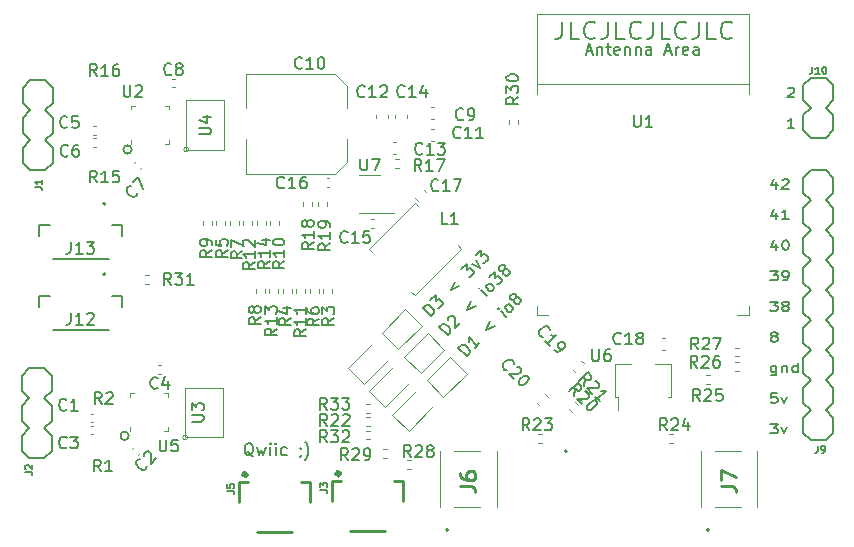
<source format=gbr>
%TF.GenerationSoftware,KiCad,Pcbnew,7.0.2*%
%TF.CreationDate,2023-10-03T18:08:59-04:00*%
%TF.ProjectId,mini_motor_go_V1_rev2,6d696e69-5f6d-46f7-946f-725f676f5f56,rev?*%
%TF.SameCoordinates,Original*%
%TF.FileFunction,Legend,Top*%
%TF.FilePolarity,Positive*%
%FSLAX46Y46*%
G04 Gerber Fmt 4.6, Leading zero omitted, Abs format (unit mm)*
G04 Created by KiCad (PCBNEW 7.0.2) date 2023-10-03 18:08:59*
%MOMM*%
%LPD*%
G01*
G04 APERTURE LIST*
%ADD10C,0.150000*%
%ADD11C,0.200000*%
%ADD12C,0.127000*%
%ADD13C,0.254000*%
%ADD14C,0.120000*%
%ADD15C,0.398780*%
%ADD16C,0.100000*%
%ADD17C,0.203200*%
G04 APERTURE END LIST*
D10*
X134654761Y-89222857D02*
X134559523Y-89175238D01*
X134559523Y-89175238D02*
X134464285Y-89080000D01*
X134464285Y-89080000D02*
X134321428Y-88937142D01*
X134321428Y-88937142D02*
X134226190Y-88889523D01*
X134226190Y-88889523D02*
X134130952Y-88889523D01*
X134178571Y-89127619D02*
X134083333Y-89080000D01*
X134083333Y-89080000D02*
X133988095Y-88984761D01*
X133988095Y-88984761D02*
X133940476Y-88794285D01*
X133940476Y-88794285D02*
X133940476Y-88460952D01*
X133940476Y-88460952D02*
X133988095Y-88270476D01*
X133988095Y-88270476D02*
X134083333Y-88175238D01*
X134083333Y-88175238D02*
X134178571Y-88127619D01*
X134178571Y-88127619D02*
X134369047Y-88127619D01*
X134369047Y-88127619D02*
X134464285Y-88175238D01*
X134464285Y-88175238D02*
X134559523Y-88270476D01*
X134559523Y-88270476D02*
X134607142Y-88460952D01*
X134607142Y-88460952D02*
X134607142Y-88794285D01*
X134607142Y-88794285D02*
X134559523Y-88984761D01*
X134559523Y-88984761D02*
X134464285Y-89080000D01*
X134464285Y-89080000D02*
X134369047Y-89127619D01*
X134369047Y-89127619D02*
X134178571Y-89127619D01*
X134940476Y-88460952D02*
X135130952Y-89127619D01*
X135130952Y-89127619D02*
X135321428Y-88651428D01*
X135321428Y-88651428D02*
X135511904Y-89127619D01*
X135511904Y-89127619D02*
X135702380Y-88460952D01*
X136083333Y-89127619D02*
X136083333Y-88460952D01*
X136083333Y-88127619D02*
X136035714Y-88175238D01*
X136035714Y-88175238D02*
X136083333Y-88222857D01*
X136083333Y-88222857D02*
X136130952Y-88175238D01*
X136130952Y-88175238D02*
X136083333Y-88127619D01*
X136083333Y-88127619D02*
X136083333Y-88222857D01*
X136559523Y-89127619D02*
X136559523Y-88460952D01*
X136559523Y-88127619D02*
X136511904Y-88175238D01*
X136511904Y-88175238D02*
X136559523Y-88222857D01*
X136559523Y-88222857D02*
X136607142Y-88175238D01*
X136607142Y-88175238D02*
X136559523Y-88127619D01*
X136559523Y-88127619D02*
X136559523Y-88222857D01*
X137464284Y-89080000D02*
X137369046Y-89127619D01*
X137369046Y-89127619D02*
X137178570Y-89127619D01*
X137178570Y-89127619D02*
X137083332Y-89080000D01*
X137083332Y-89080000D02*
X137035713Y-89032380D01*
X137035713Y-89032380D02*
X136988094Y-88937142D01*
X136988094Y-88937142D02*
X136988094Y-88651428D01*
X136988094Y-88651428D02*
X137035713Y-88556190D01*
X137035713Y-88556190D02*
X137083332Y-88508571D01*
X137083332Y-88508571D02*
X137178570Y-88460952D01*
X137178570Y-88460952D02*
X137369046Y-88460952D01*
X137369046Y-88460952D02*
X137464284Y-88508571D01*
X138702380Y-89080000D02*
X138702380Y-89127619D01*
X138702380Y-89127619D02*
X138654761Y-89222857D01*
X138654761Y-89222857D02*
X138607142Y-89270476D01*
X138654761Y-88508571D02*
X138702380Y-88556190D01*
X138702380Y-88556190D02*
X138654761Y-88603809D01*
X138654761Y-88603809D02*
X138607142Y-88556190D01*
X138607142Y-88556190D02*
X138654761Y-88508571D01*
X138654761Y-88508571D02*
X138654761Y-88603809D01*
X139035713Y-89508571D02*
X139083332Y-89460952D01*
X139083332Y-89460952D02*
X139178570Y-89318095D01*
X139178570Y-89318095D02*
X139226189Y-89222857D01*
X139226189Y-89222857D02*
X139273808Y-89080000D01*
X139273808Y-89080000D02*
X139321427Y-88841904D01*
X139321427Y-88841904D02*
X139321427Y-88651428D01*
X139321427Y-88651428D02*
X139273808Y-88413333D01*
X139273808Y-88413333D02*
X139226189Y-88270476D01*
X139226189Y-88270476D02*
X139178570Y-88175238D01*
X139178570Y-88175238D02*
X139083332Y-88032380D01*
X139083332Y-88032380D02*
X139035713Y-87984761D01*
X124353553Y-63250000D02*
G75*
G03*
X124353553Y-63250000I-353553J0D01*
G01*
X124103553Y-87500000D02*
G75*
G03*
X124103553Y-87500000I-353553J0D01*
G01*
D11*
X160805714Y-52418428D02*
X160805714Y-53489857D01*
X160805714Y-53489857D02*
X160734285Y-53704142D01*
X160734285Y-53704142D02*
X160591428Y-53847000D01*
X160591428Y-53847000D02*
X160377142Y-53918428D01*
X160377142Y-53918428D02*
X160234285Y-53918428D01*
X162234285Y-53918428D02*
X161519999Y-53918428D01*
X161519999Y-53918428D02*
X161519999Y-52418428D01*
X163591428Y-53775571D02*
X163520000Y-53847000D01*
X163520000Y-53847000D02*
X163305714Y-53918428D01*
X163305714Y-53918428D02*
X163162857Y-53918428D01*
X163162857Y-53918428D02*
X162948571Y-53847000D01*
X162948571Y-53847000D02*
X162805714Y-53704142D01*
X162805714Y-53704142D02*
X162734285Y-53561285D01*
X162734285Y-53561285D02*
X162662857Y-53275571D01*
X162662857Y-53275571D02*
X162662857Y-53061285D01*
X162662857Y-53061285D02*
X162734285Y-52775571D01*
X162734285Y-52775571D02*
X162805714Y-52632714D01*
X162805714Y-52632714D02*
X162948571Y-52489857D01*
X162948571Y-52489857D02*
X163162857Y-52418428D01*
X163162857Y-52418428D02*
X163305714Y-52418428D01*
X163305714Y-52418428D02*
X163520000Y-52489857D01*
X163520000Y-52489857D02*
X163591428Y-52561285D01*
X164662857Y-52418428D02*
X164662857Y-53489857D01*
X164662857Y-53489857D02*
X164591428Y-53704142D01*
X164591428Y-53704142D02*
X164448571Y-53847000D01*
X164448571Y-53847000D02*
X164234285Y-53918428D01*
X164234285Y-53918428D02*
X164091428Y-53918428D01*
X166091428Y-53918428D02*
X165377142Y-53918428D01*
X165377142Y-53918428D02*
X165377142Y-52418428D01*
X167448571Y-53775571D02*
X167377143Y-53847000D01*
X167377143Y-53847000D02*
X167162857Y-53918428D01*
X167162857Y-53918428D02*
X167020000Y-53918428D01*
X167020000Y-53918428D02*
X166805714Y-53847000D01*
X166805714Y-53847000D02*
X166662857Y-53704142D01*
X166662857Y-53704142D02*
X166591428Y-53561285D01*
X166591428Y-53561285D02*
X166520000Y-53275571D01*
X166520000Y-53275571D02*
X166520000Y-53061285D01*
X166520000Y-53061285D02*
X166591428Y-52775571D01*
X166591428Y-52775571D02*
X166662857Y-52632714D01*
X166662857Y-52632714D02*
X166805714Y-52489857D01*
X166805714Y-52489857D02*
X167020000Y-52418428D01*
X167020000Y-52418428D02*
X167162857Y-52418428D01*
X167162857Y-52418428D02*
X167377143Y-52489857D01*
X167377143Y-52489857D02*
X167448571Y-52561285D01*
X168520000Y-52418428D02*
X168520000Y-53489857D01*
X168520000Y-53489857D02*
X168448571Y-53704142D01*
X168448571Y-53704142D02*
X168305714Y-53847000D01*
X168305714Y-53847000D02*
X168091428Y-53918428D01*
X168091428Y-53918428D02*
X167948571Y-53918428D01*
X169948571Y-53918428D02*
X169234285Y-53918428D01*
X169234285Y-53918428D02*
X169234285Y-52418428D01*
X171305714Y-53775571D02*
X171234286Y-53847000D01*
X171234286Y-53847000D02*
X171020000Y-53918428D01*
X171020000Y-53918428D02*
X170877143Y-53918428D01*
X170877143Y-53918428D02*
X170662857Y-53847000D01*
X170662857Y-53847000D02*
X170520000Y-53704142D01*
X170520000Y-53704142D02*
X170448571Y-53561285D01*
X170448571Y-53561285D02*
X170377143Y-53275571D01*
X170377143Y-53275571D02*
X170377143Y-53061285D01*
X170377143Y-53061285D02*
X170448571Y-52775571D01*
X170448571Y-52775571D02*
X170520000Y-52632714D01*
X170520000Y-52632714D02*
X170662857Y-52489857D01*
X170662857Y-52489857D02*
X170877143Y-52418428D01*
X170877143Y-52418428D02*
X171020000Y-52418428D01*
X171020000Y-52418428D02*
X171234286Y-52489857D01*
X171234286Y-52489857D02*
X171305714Y-52561285D01*
X172377143Y-52418428D02*
X172377143Y-53489857D01*
X172377143Y-53489857D02*
X172305714Y-53704142D01*
X172305714Y-53704142D02*
X172162857Y-53847000D01*
X172162857Y-53847000D02*
X171948571Y-53918428D01*
X171948571Y-53918428D02*
X171805714Y-53918428D01*
X173805714Y-53918428D02*
X173091428Y-53918428D01*
X173091428Y-53918428D02*
X173091428Y-52418428D01*
X175162857Y-53775571D02*
X175091429Y-53847000D01*
X175091429Y-53847000D02*
X174877143Y-53918428D01*
X174877143Y-53918428D02*
X174734286Y-53918428D01*
X174734286Y-53918428D02*
X174520000Y-53847000D01*
X174520000Y-53847000D02*
X174377143Y-53704142D01*
X174377143Y-53704142D02*
X174305714Y-53561285D01*
X174305714Y-53561285D02*
X174234286Y-53275571D01*
X174234286Y-53275571D02*
X174234286Y-53061285D01*
X174234286Y-53061285D02*
X174305714Y-52775571D01*
X174305714Y-52775571D02*
X174377143Y-52632714D01*
X174377143Y-52632714D02*
X174520000Y-52489857D01*
X174520000Y-52489857D02*
X174734286Y-52418428D01*
X174734286Y-52418428D02*
X174877143Y-52418428D01*
X174877143Y-52418428D02*
X175091429Y-52489857D01*
X175091429Y-52489857D02*
X175162857Y-52561285D01*
D10*
X178941099Y-66025345D02*
X178941099Y-66558679D01*
X178703004Y-65720584D02*
X178464909Y-66292012D01*
X178464909Y-66292012D02*
X179083956Y-66292012D01*
X179417290Y-65834869D02*
X179464909Y-65796774D01*
X179464909Y-65796774D02*
X179560147Y-65758679D01*
X179560147Y-65758679D02*
X179798242Y-65758679D01*
X179798242Y-65758679D02*
X179893480Y-65796774D01*
X179893480Y-65796774D02*
X179941099Y-65834869D01*
X179941099Y-65834869D02*
X179988718Y-65911060D01*
X179988718Y-65911060D02*
X179988718Y-65987250D01*
X179988718Y-65987250D02*
X179941099Y-66101536D01*
X179941099Y-66101536D02*
X179369671Y-66558679D01*
X179369671Y-66558679D02*
X179988718Y-66558679D01*
X178941099Y-68617345D02*
X178941099Y-69150679D01*
X178703004Y-68312584D02*
X178464909Y-68884012D01*
X178464909Y-68884012D02*
X179083956Y-68884012D01*
X179988718Y-69150679D02*
X179417290Y-69150679D01*
X179703004Y-69150679D02*
X179703004Y-68350679D01*
X179703004Y-68350679D02*
X179607766Y-68464964D01*
X179607766Y-68464964D02*
X179512528Y-68541155D01*
X179512528Y-68541155D02*
X179417290Y-68579250D01*
X178941099Y-71209345D02*
X178941099Y-71742679D01*
X178703004Y-70904584D02*
X178464909Y-71476012D01*
X178464909Y-71476012D02*
X179083956Y-71476012D01*
X179655385Y-70942679D02*
X179750623Y-70942679D01*
X179750623Y-70942679D02*
X179845861Y-70980774D01*
X179845861Y-70980774D02*
X179893480Y-71018869D01*
X179893480Y-71018869D02*
X179941099Y-71095060D01*
X179941099Y-71095060D02*
X179988718Y-71247441D01*
X179988718Y-71247441D02*
X179988718Y-71437917D01*
X179988718Y-71437917D02*
X179941099Y-71590298D01*
X179941099Y-71590298D02*
X179893480Y-71666488D01*
X179893480Y-71666488D02*
X179845861Y-71704584D01*
X179845861Y-71704584D02*
X179750623Y-71742679D01*
X179750623Y-71742679D02*
X179655385Y-71742679D01*
X179655385Y-71742679D02*
X179560147Y-71704584D01*
X179560147Y-71704584D02*
X179512528Y-71666488D01*
X179512528Y-71666488D02*
X179464909Y-71590298D01*
X179464909Y-71590298D02*
X179417290Y-71437917D01*
X179417290Y-71437917D02*
X179417290Y-71247441D01*
X179417290Y-71247441D02*
X179464909Y-71095060D01*
X179464909Y-71095060D02*
X179512528Y-71018869D01*
X179512528Y-71018869D02*
X179560147Y-70980774D01*
X179560147Y-70980774D02*
X179655385Y-70942679D01*
X178417290Y-73534679D02*
X179036337Y-73534679D01*
X179036337Y-73534679D02*
X178703004Y-73839441D01*
X178703004Y-73839441D02*
X178845861Y-73839441D01*
X178845861Y-73839441D02*
X178941099Y-73877536D01*
X178941099Y-73877536D02*
X178988718Y-73915631D01*
X178988718Y-73915631D02*
X179036337Y-73991822D01*
X179036337Y-73991822D02*
X179036337Y-74182298D01*
X179036337Y-74182298D02*
X178988718Y-74258488D01*
X178988718Y-74258488D02*
X178941099Y-74296584D01*
X178941099Y-74296584D02*
X178845861Y-74334679D01*
X178845861Y-74334679D02*
X178560147Y-74334679D01*
X178560147Y-74334679D02*
X178464909Y-74296584D01*
X178464909Y-74296584D02*
X178417290Y-74258488D01*
X179512528Y-74334679D02*
X179703004Y-74334679D01*
X179703004Y-74334679D02*
X179798242Y-74296584D01*
X179798242Y-74296584D02*
X179845861Y-74258488D01*
X179845861Y-74258488D02*
X179941099Y-74144203D01*
X179941099Y-74144203D02*
X179988718Y-73991822D01*
X179988718Y-73991822D02*
X179988718Y-73687060D01*
X179988718Y-73687060D02*
X179941099Y-73610869D01*
X179941099Y-73610869D02*
X179893480Y-73572774D01*
X179893480Y-73572774D02*
X179798242Y-73534679D01*
X179798242Y-73534679D02*
X179607766Y-73534679D01*
X179607766Y-73534679D02*
X179512528Y-73572774D01*
X179512528Y-73572774D02*
X179464909Y-73610869D01*
X179464909Y-73610869D02*
X179417290Y-73687060D01*
X179417290Y-73687060D02*
X179417290Y-73877536D01*
X179417290Y-73877536D02*
X179464909Y-73953726D01*
X179464909Y-73953726D02*
X179512528Y-73991822D01*
X179512528Y-73991822D02*
X179607766Y-74029917D01*
X179607766Y-74029917D02*
X179798242Y-74029917D01*
X179798242Y-74029917D02*
X179893480Y-73991822D01*
X179893480Y-73991822D02*
X179941099Y-73953726D01*
X179941099Y-73953726D02*
X179988718Y-73877536D01*
X178417290Y-76126679D02*
X179036337Y-76126679D01*
X179036337Y-76126679D02*
X178703004Y-76431441D01*
X178703004Y-76431441D02*
X178845861Y-76431441D01*
X178845861Y-76431441D02*
X178941099Y-76469536D01*
X178941099Y-76469536D02*
X178988718Y-76507631D01*
X178988718Y-76507631D02*
X179036337Y-76583822D01*
X179036337Y-76583822D02*
X179036337Y-76774298D01*
X179036337Y-76774298D02*
X178988718Y-76850488D01*
X178988718Y-76850488D02*
X178941099Y-76888584D01*
X178941099Y-76888584D02*
X178845861Y-76926679D01*
X178845861Y-76926679D02*
X178560147Y-76926679D01*
X178560147Y-76926679D02*
X178464909Y-76888584D01*
X178464909Y-76888584D02*
X178417290Y-76850488D01*
X179607766Y-76469536D02*
X179512528Y-76431441D01*
X179512528Y-76431441D02*
X179464909Y-76393345D01*
X179464909Y-76393345D02*
X179417290Y-76317155D01*
X179417290Y-76317155D02*
X179417290Y-76279060D01*
X179417290Y-76279060D02*
X179464909Y-76202869D01*
X179464909Y-76202869D02*
X179512528Y-76164774D01*
X179512528Y-76164774D02*
X179607766Y-76126679D01*
X179607766Y-76126679D02*
X179798242Y-76126679D01*
X179798242Y-76126679D02*
X179893480Y-76164774D01*
X179893480Y-76164774D02*
X179941099Y-76202869D01*
X179941099Y-76202869D02*
X179988718Y-76279060D01*
X179988718Y-76279060D02*
X179988718Y-76317155D01*
X179988718Y-76317155D02*
X179941099Y-76393345D01*
X179941099Y-76393345D02*
X179893480Y-76431441D01*
X179893480Y-76431441D02*
X179798242Y-76469536D01*
X179798242Y-76469536D02*
X179607766Y-76469536D01*
X179607766Y-76469536D02*
X179512528Y-76507631D01*
X179512528Y-76507631D02*
X179464909Y-76545726D01*
X179464909Y-76545726D02*
X179417290Y-76621917D01*
X179417290Y-76621917D02*
X179417290Y-76774298D01*
X179417290Y-76774298D02*
X179464909Y-76850488D01*
X179464909Y-76850488D02*
X179512528Y-76888584D01*
X179512528Y-76888584D02*
X179607766Y-76926679D01*
X179607766Y-76926679D02*
X179798242Y-76926679D01*
X179798242Y-76926679D02*
X179893480Y-76888584D01*
X179893480Y-76888584D02*
X179941099Y-76850488D01*
X179941099Y-76850488D02*
X179988718Y-76774298D01*
X179988718Y-76774298D02*
X179988718Y-76621917D01*
X179988718Y-76621917D02*
X179941099Y-76545726D01*
X179941099Y-76545726D02*
X179893480Y-76507631D01*
X179893480Y-76507631D02*
X179798242Y-76469536D01*
X178655385Y-79061536D02*
X178560147Y-79023441D01*
X178560147Y-79023441D02*
X178512528Y-78985345D01*
X178512528Y-78985345D02*
X178464909Y-78909155D01*
X178464909Y-78909155D02*
X178464909Y-78871060D01*
X178464909Y-78871060D02*
X178512528Y-78794869D01*
X178512528Y-78794869D02*
X178560147Y-78756774D01*
X178560147Y-78756774D02*
X178655385Y-78718679D01*
X178655385Y-78718679D02*
X178845861Y-78718679D01*
X178845861Y-78718679D02*
X178941099Y-78756774D01*
X178941099Y-78756774D02*
X178988718Y-78794869D01*
X178988718Y-78794869D02*
X179036337Y-78871060D01*
X179036337Y-78871060D02*
X179036337Y-78909155D01*
X179036337Y-78909155D02*
X178988718Y-78985345D01*
X178988718Y-78985345D02*
X178941099Y-79023441D01*
X178941099Y-79023441D02*
X178845861Y-79061536D01*
X178845861Y-79061536D02*
X178655385Y-79061536D01*
X178655385Y-79061536D02*
X178560147Y-79099631D01*
X178560147Y-79099631D02*
X178512528Y-79137726D01*
X178512528Y-79137726D02*
X178464909Y-79213917D01*
X178464909Y-79213917D02*
X178464909Y-79366298D01*
X178464909Y-79366298D02*
X178512528Y-79442488D01*
X178512528Y-79442488D02*
X178560147Y-79480584D01*
X178560147Y-79480584D02*
X178655385Y-79518679D01*
X178655385Y-79518679D02*
X178845861Y-79518679D01*
X178845861Y-79518679D02*
X178941099Y-79480584D01*
X178941099Y-79480584D02*
X178988718Y-79442488D01*
X178988718Y-79442488D02*
X179036337Y-79366298D01*
X179036337Y-79366298D02*
X179036337Y-79213917D01*
X179036337Y-79213917D02*
X178988718Y-79137726D01*
X178988718Y-79137726D02*
X178941099Y-79099631D01*
X178941099Y-79099631D02*
X178845861Y-79061536D01*
X178941099Y-81577345D02*
X178941099Y-82224964D01*
X178941099Y-82224964D02*
X178893480Y-82301155D01*
X178893480Y-82301155D02*
X178845861Y-82339250D01*
X178845861Y-82339250D02*
X178750623Y-82377345D01*
X178750623Y-82377345D02*
X178607766Y-82377345D01*
X178607766Y-82377345D02*
X178512528Y-82339250D01*
X178941099Y-82072584D02*
X178845861Y-82110679D01*
X178845861Y-82110679D02*
X178655385Y-82110679D01*
X178655385Y-82110679D02*
X178560147Y-82072584D01*
X178560147Y-82072584D02*
X178512528Y-82034488D01*
X178512528Y-82034488D02*
X178464909Y-81958298D01*
X178464909Y-81958298D02*
X178464909Y-81729726D01*
X178464909Y-81729726D02*
X178512528Y-81653536D01*
X178512528Y-81653536D02*
X178560147Y-81615441D01*
X178560147Y-81615441D02*
X178655385Y-81577345D01*
X178655385Y-81577345D02*
X178845861Y-81577345D01*
X178845861Y-81577345D02*
X178941099Y-81615441D01*
X179417290Y-81577345D02*
X179417290Y-82110679D01*
X179417290Y-81653536D02*
X179464909Y-81615441D01*
X179464909Y-81615441D02*
X179560147Y-81577345D01*
X179560147Y-81577345D02*
X179703004Y-81577345D01*
X179703004Y-81577345D02*
X179798242Y-81615441D01*
X179798242Y-81615441D02*
X179845861Y-81691631D01*
X179845861Y-81691631D02*
X179845861Y-82110679D01*
X180750623Y-82110679D02*
X180750623Y-81310679D01*
X180750623Y-82072584D02*
X180655385Y-82110679D01*
X180655385Y-82110679D02*
X180464909Y-82110679D01*
X180464909Y-82110679D02*
X180369671Y-82072584D01*
X180369671Y-82072584D02*
X180322052Y-82034488D01*
X180322052Y-82034488D02*
X180274433Y-81958298D01*
X180274433Y-81958298D02*
X180274433Y-81729726D01*
X180274433Y-81729726D02*
X180322052Y-81653536D01*
X180322052Y-81653536D02*
X180369671Y-81615441D01*
X180369671Y-81615441D02*
X180464909Y-81577345D01*
X180464909Y-81577345D02*
X180655385Y-81577345D01*
X180655385Y-81577345D02*
X180750623Y-81615441D01*
X178988718Y-83902679D02*
X178512528Y-83902679D01*
X178512528Y-83902679D02*
X178464909Y-84283631D01*
X178464909Y-84283631D02*
X178512528Y-84245536D01*
X178512528Y-84245536D02*
X178607766Y-84207441D01*
X178607766Y-84207441D02*
X178845861Y-84207441D01*
X178845861Y-84207441D02*
X178941099Y-84245536D01*
X178941099Y-84245536D02*
X178988718Y-84283631D01*
X178988718Y-84283631D02*
X179036337Y-84359822D01*
X179036337Y-84359822D02*
X179036337Y-84550298D01*
X179036337Y-84550298D02*
X178988718Y-84626488D01*
X178988718Y-84626488D02*
X178941099Y-84664584D01*
X178941099Y-84664584D02*
X178845861Y-84702679D01*
X178845861Y-84702679D02*
X178607766Y-84702679D01*
X178607766Y-84702679D02*
X178512528Y-84664584D01*
X178512528Y-84664584D02*
X178464909Y-84626488D01*
X179369671Y-84169345D02*
X179607766Y-84702679D01*
X179607766Y-84702679D02*
X179845861Y-84169345D01*
X178417290Y-86494679D02*
X179036337Y-86494679D01*
X179036337Y-86494679D02*
X178703004Y-86799441D01*
X178703004Y-86799441D02*
X178845861Y-86799441D01*
X178845861Y-86799441D02*
X178941099Y-86837536D01*
X178941099Y-86837536D02*
X178988718Y-86875631D01*
X178988718Y-86875631D02*
X179036337Y-86951822D01*
X179036337Y-86951822D02*
X179036337Y-87142298D01*
X179036337Y-87142298D02*
X178988718Y-87218488D01*
X178988718Y-87218488D02*
X178941099Y-87256584D01*
X178941099Y-87256584D02*
X178845861Y-87294679D01*
X178845861Y-87294679D02*
X178560147Y-87294679D01*
X178560147Y-87294679D02*
X178464909Y-87256584D01*
X178464909Y-87256584D02*
X178417290Y-87218488D01*
X179369671Y-86761345D02*
X179607766Y-87294679D01*
X179607766Y-87294679D02*
X179845861Y-86761345D01*
X179890721Y-58084623D02*
X179938340Y-58046528D01*
X179938340Y-58046528D02*
X180033578Y-58008433D01*
X180033578Y-58008433D02*
X180271673Y-58008433D01*
X180271673Y-58008433D02*
X180366911Y-58046528D01*
X180366911Y-58046528D02*
X180414530Y-58084623D01*
X180414530Y-58084623D02*
X180462149Y-58160814D01*
X180462149Y-58160814D02*
X180462149Y-58237004D01*
X180462149Y-58237004D02*
X180414530Y-58351290D01*
X180414530Y-58351290D02*
X179843102Y-58808433D01*
X179843102Y-58808433D02*
X180462149Y-58808433D01*
X180462149Y-61400433D02*
X179890721Y-61400433D01*
X180176435Y-61400433D02*
X180176435Y-60600433D01*
X180176435Y-60600433D02*
X180081197Y-60714718D01*
X180081197Y-60714718D02*
X179985959Y-60790909D01*
X179985959Y-60790909D02*
X179890721Y-60829004D01*
%TO.C,C17*%
X150320365Y-66679497D02*
X150272746Y-66727117D01*
X150272746Y-66727117D02*
X150129889Y-66774736D01*
X150129889Y-66774736D02*
X150034651Y-66774736D01*
X150034651Y-66774736D02*
X149891794Y-66727117D01*
X149891794Y-66727117D02*
X149796556Y-66631878D01*
X149796556Y-66631878D02*
X149748937Y-66536640D01*
X149748937Y-66536640D02*
X149701318Y-66346164D01*
X149701318Y-66346164D02*
X149701318Y-66203307D01*
X149701318Y-66203307D02*
X149748937Y-66012831D01*
X149748937Y-66012831D02*
X149796556Y-65917593D01*
X149796556Y-65917593D02*
X149891794Y-65822355D01*
X149891794Y-65822355D02*
X150034651Y-65774736D01*
X150034651Y-65774736D02*
X150129889Y-65774736D01*
X150129889Y-65774736D02*
X150272746Y-65822355D01*
X150272746Y-65822355D02*
X150320365Y-65869974D01*
X151272746Y-66774736D02*
X150701318Y-66774736D01*
X150987032Y-66774736D02*
X150987032Y-65774736D01*
X150987032Y-65774736D02*
X150891794Y-65917593D01*
X150891794Y-65917593D02*
X150796556Y-66012831D01*
X150796556Y-66012831D02*
X150701318Y-66060450D01*
X151606080Y-65774736D02*
X152272746Y-65774736D01*
X152272746Y-65774736D02*
X151844175Y-66774736D01*
%TO.C,U4*%
X130066218Y-61970304D02*
X130875741Y-61970304D01*
X130875741Y-61970304D02*
X130970979Y-61922685D01*
X130970979Y-61922685D02*
X131018599Y-61875066D01*
X131018599Y-61875066D02*
X131066218Y-61779828D01*
X131066218Y-61779828D02*
X131066218Y-61589352D01*
X131066218Y-61589352D02*
X131018599Y-61494114D01*
X131018599Y-61494114D02*
X130970979Y-61446495D01*
X130970979Y-61446495D02*
X130875741Y-61398876D01*
X130875741Y-61398876D02*
X130066218Y-61398876D01*
X130399551Y-60494114D02*
X131066218Y-60494114D01*
X130018599Y-60732209D02*
X130732884Y-60970304D01*
X130732884Y-60970304D02*
X130732884Y-60351257D01*
%TO.C,U3*%
X129442143Y-86288362D02*
X130251666Y-86288362D01*
X130251666Y-86288362D02*
X130346904Y-86240743D01*
X130346904Y-86240743D02*
X130394524Y-86193124D01*
X130394524Y-86193124D02*
X130442143Y-86097886D01*
X130442143Y-86097886D02*
X130442143Y-85907410D01*
X130442143Y-85907410D02*
X130394524Y-85812172D01*
X130394524Y-85812172D02*
X130346904Y-85764553D01*
X130346904Y-85764553D02*
X130251666Y-85716934D01*
X130251666Y-85716934D02*
X129442143Y-85716934D01*
X129442143Y-85335981D02*
X129442143Y-84716934D01*
X129442143Y-84716934D02*
X129823095Y-85050267D01*
X129823095Y-85050267D02*
X129823095Y-84907410D01*
X129823095Y-84907410D02*
X129870714Y-84812172D01*
X129870714Y-84812172D02*
X129918333Y-84764553D01*
X129918333Y-84764553D02*
X130013571Y-84716934D01*
X130013571Y-84716934D02*
X130251666Y-84716934D01*
X130251666Y-84716934D02*
X130346904Y-84764553D01*
X130346904Y-84764553D02*
X130394524Y-84812172D01*
X130394524Y-84812172D02*
X130442143Y-84907410D01*
X130442143Y-84907410D02*
X130442143Y-85193124D01*
X130442143Y-85193124D02*
X130394524Y-85288362D01*
X130394524Y-85288362D02*
X130346904Y-85335981D01*
%TO.C,L1*%
X151098430Y-69583590D02*
X150622240Y-69583590D01*
X150622240Y-69583590D02*
X150622240Y-68583590D01*
X151955573Y-69583590D02*
X151384145Y-69583590D01*
X151669859Y-69583590D02*
X151669859Y-68583590D01*
X151669859Y-68583590D02*
X151574621Y-68726447D01*
X151574621Y-68726447D02*
X151479383Y-68821685D01*
X151479383Y-68821685D02*
X151384145Y-68869304D01*
%TO.C,C14*%
X147454497Y-58720051D02*
X147406878Y-58767671D01*
X147406878Y-58767671D02*
X147264021Y-58815290D01*
X147264021Y-58815290D02*
X147168783Y-58815290D01*
X147168783Y-58815290D02*
X147025926Y-58767671D01*
X147025926Y-58767671D02*
X146930688Y-58672432D01*
X146930688Y-58672432D02*
X146883069Y-58577194D01*
X146883069Y-58577194D02*
X146835450Y-58386718D01*
X146835450Y-58386718D02*
X146835450Y-58243861D01*
X146835450Y-58243861D02*
X146883069Y-58053385D01*
X146883069Y-58053385D02*
X146930688Y-57958147D01*
X146930688Y-57958147D02*
X147025926Y-57862909D01*
X147025926Y-57862909D02*
X147168783Y-57815290D01*
X147168783Y-57815290D02*
X147264021Y-57815290D01*
X147264021Y-57815290D02*
X147406878Y-57862909D01*
X147406878Y-57862909D02*
X147454497Y-57910528D01*
X148406878Y-58815290D02*
X147835450Y-58815290D01*
X148121164Y-58815290D02*
X148121164Y-57815290D01*
X148121164Y-57815290D02*
X148025926Y-57958147D01*
X148025926Y-57958147D02*
X147930688Y-58053385D01*
X147930688Y-58053385D02*
X147835450Y-58101004D01*
X149264021Y-58148623D02*
X149264021Y-58815290D01*
X149025926Y-57767671D02*
X148787831Y-58481956D01*
X148787831Y-58481956D02*
X149406878Y-58481956D01*
%TO.C,C12*%
X144075554Y-58735650D02*
X144027935Y-58783270D01*
X144027935Y-58783270D02*
X143885078Y-58830889D01*
X143885078Y-58830889D02*
X143789840Y-58830889D01*
X143789840Y-58830889D02*
X143646983Y-58783270D01*
X143646983Y-58783270D02*
X143551745Y-58688031D01*
X143551745Y-58688031D02*
X143504126Y-58592793D01*
X143504126Y-58592793D02*
X143456507Y-58402317D01*
X143456507Y-58402317D02*
X143456507Y-58259460D01*
X143456507Y-58259460D02*
X143504126Y-58068984D01*
X143504126Y-58068984D02*
X143551745Y-57973746D01*
X143551745Y-57973746D02*
X143646983Y-57878508D01*
X143646983Y-57878508D02*
X143789840Y-57830889D01*
X143789840Y-57830889D02*
X143885078Y-57830889D01*
X143885078Y-57830889D02*
X144027935Y-57878508D01*
X144027935Y-57878508D02*
X144075554Y-57926127D01*
X145027935Y-58830889D02*
X144456507Y-58830889D01*
X144742221Y-58830889D02*
X144742221Y-57830889D01*
X144742221Y-57830889D02*
X144646983Y-57973746D01*
X144646983Y-57973746D02*
X144551745Y-58068984D01*
X144551745Y-58068984D02*
X144456507Y-58116603D01*
X145408888Y-57926127D02*
X145456507Y-57878508D01*
X145456507Y-57878508D02*
X145551745Y-57830889D01*
X145551745Y-57830889D02*
X145789840Y-57830889D01*
X145789840Y-57830889D02*
X145885078Y-57878508D01*
X145885078Y-57878508D02*
X145932697Y-57926127D01*
X145932697Y-57926127D02*
X145980316Y-58021365D01*
X145980316Y-58021365D02*
X145980316Y-58116603D01*
X145980316Y-58116603D02*
X145932697Y-58259460D01*
X145932697Y-58259460D02*
X145361269Y-58830889D01*
X145361269Y-58830889D02*
X145980316Y-58830889D01*
%TO.C,C13*%
X148971215Y-63585578D02*
X148923596Y-63633198D01*
X148923596Y-63633198D02*
X148780739Y-63680817D01*
X148780739Y-63680817D02*
X148685501Y-63680817D01*
X148685501Y-63680817D02*
X148542644Y-63633198D01*
X148542644Y-63633198D02*
X148447406Y-63537959D01*
X148447406Y-63537959D02*
X148399787Y-63442721D01*
X148399787Y-63442721D02*
X148352168Y-63252245D01*
X148352168Y-63252245D02*
X148352168Y-63109388D01*
X148352168Y-63109388D02*
X148399787Y-62918912D01*
X148399787Y-62918912D02*
X148447406Y-62823674D01*
X148447406Y-62823674D02*
X148542644Y-62728436D01*
X148542644Y-62728436D02*
X148685501Y-62680817D01*
X148685501Y-62680817D02*
X148780739Y-62680817D01*
X148780739Y-62680817D02*
X148923596Y-62728436D01*
X148923596Y-62728436D02*
X148971215Y-62776055D01*
X149923596Y-63680817D02*
X149352168Y-63680817D01*
X149637882Y-63680817D02*
X149637882Y-62680817D01*
X149637882Y-62680817D02*
X149542644Y-62823674D01*
X149542644Y-62823674D02*
X149447406Y-62918912D01*
X149447406Y-62918912D02*
X149352168Y-62966531D01*
X150256930Y-62680817D02*
X150875977Y-62680817D01*
X150875977Y-62680817D02*
X150542644Y-63061769D01*
X150542644Y-63061769D02*
X150685501Y-63061769D01*
X150685501Y-63061769D02*
X150780739Y-63109388D01*
X150780739Y-63109388D02*
X150828358Y-63157007D01*
X150828358Y-63157007D02*
X150875977Y-63252245D01*
X150875977Y-63252245D02*
X150875977Y-63490340D01*
X150875977Y-63490340D02*
X150828358Y-63585578D01*
X150828358Y-63585578D02*
X150780739Y-63633198D01*
X150780739Y-63633198D02*
X150685501Y-63680817D01*
X150685501Y-63680817D02*
X150399787Y-63680817D01*
X150399787Y-63680817D02*
X150304549Y-63633198D01*
X150304549Y-63633198D02*
X150256930Y-63585578D01*
%TO.C,C10*%
X138771537Y-56331632D02*
X138723918Y-56379252D01*
X138723918Y-56379252D02*
X138581061Y-56426871D01*
X138581061Y-56426871D02*
X138485823Y-56426871D01*
X138485823Y-56426871D02*
X138342966Y-56379252D01*
X138342966Y-56379252D02*
X138247728Y-56284013D01*
X138247728Y-56284013D02*
X138200109Y-56188775D01*
X138200109Y-56188775D02*
X138152490Y-55998299D01*
X138152490Y-55998299D02*
X138152490Y-55855442D01*
X138152490Y-55855442D02*
X138200109Y-55664966D01*
X138200109Y-55664966D02*
X138247728Y-55569728D01*
X138247728Y-55569728D02*
X138342966Y-55474490D01*
X138342966Y-55474490D02*
X138485823Y-55426871D01*
X138485823Y-55426871D02*
X138581061Y-55426871D01*
X138581061Y-55426871D02*
X138723918Y-55474490D01*
X138723918Y-55474490D02*
X138771537Y-55522109D01*
X139723918Y-56426871D02*
X139152490Y-56426871D01*
X139438204Y-56426871D02*
X139438204Y-55426871D01*
X139438204Y-55426871D02*
X139342966Y-55569728D01*
X139342966Y-55569728D02*
X139247728Y-55664966D01*
X139247728Y-55664966D02*
X139152490Y-55712585D01*
X140342966Y-55426871D02*
X140438204Y-55426871D01*
X140438204Y-55426871D02*
X140533442Y-55474490D01*
X140533442Y-55474490D02*
X140581061Y-55522109D01*
X140581061Y-55522109D02*
X140628680Y-55617347D01*
X140628680Y-55617347D02*
X140676299Y-55807823D01*
X140676299Y-55807823D02*
X140676299Y-56045918D01*
X140676299Y-56045918D02*
X140628680Y-56236394D01*
X140628680Y-56236394D02*
X140581061Y-56331632D01*
X140581061Y-56331632D02*
X140533442Y-56379252D01*
X140533442Y-56379252D02*
X140438204Y-56426871D01*
X140438204Y-56426871D02*
X140342966Y-56426871D01*
X140342966Y-56426871D02*
X140247728Y-56379252D01*
X140247728Y-56379252D02*
X140200109Y-56331632D01*
X140200109Y-56331632D02*
X140152490Y-56236394D01*
X140152490Y-56236394D02*
X140104871Y-56045918D01*
X140104871Y-56045918D02*
X140104871Y-55807823D01*
X140104871Y-55807823D02*
X140152490Y-55617347D01*
X140152490Y-55617347D02*
X140200109Y-55522109D01*
X140200109Y-55522109D02*
X140247728Y-55474490D01*
X140247728Y-55474490D02*
X140342966Y-55426871D01*
%TO.C,R21*%
X162649194Y-83239378D02*
X162750209Y-82666958D01*
X162245133Y-82835317D02*
X162952240Y-82128210D01*
X162952240Y-82128210D02*
X163221614Y-82397584D01*
X163221614Y-82397584D02*
X163255285Y-82498599D01*
X163255285Y-82498599D02*
X163255285Y-82565943D01*
X163255285Y-82565943D02*
X163221614Y-82666958D01*
X163221614Y-82666958D02*
X163120598Y-82767973D01*
X163120598Y-82767973D02*
X163019583Y-82801645D01*
X163019583Y-82801645D02*
X162952240Y-82801645D01*
X162952240Y-82801645D02*
X162851224Y-82767973D01*
X162851224Y-82767973D02*
X162581850Y-82498599D01*
X163558331Y-82868989D02*
X163625675Y-82868989D01*
X163625675Y-82868989D02*
X163726690Y-82902660D01*
X163726690Y-82902660D02*
X163895049Y-83071019D01*
X163895049Y-83071019D02*
X163928720Y-83172034D01*
X163928720Y-83172034D02*
X163928720Y-83239378D01*
X163928720Y-83239378D02*
X163895049Y-83340393D01*
X163895049Y-83340393D02*
X163827705Y-83407737D01*
X163827705Y-83407737D02*
X163693018Y-83475080D01*
X163693018Y-83475080D02*
X162884896Y-83475080D01*
X162884896Y-83475080D02*
X163322629Y-83912813D01*
X163996064Y-84586248D02*
X163592003Y-84182187D01*
X163794033Y-84384217D02*
X164501140Y-83677111D01*
X164501140Y-83677111D02*
X164332781Y-83710782D01*
X164332781Y-83710782D02*
X164198094Y-83710782D01*
X164198094Y-83710782D02*
X164097079Y-83677111D01*
%TO.C,R20*%
X161824682Y-84097909D02*
X161925697Y-83525489D01*
X161420621Y-83693848D02*
X162127728Y-82986741D01*
X162127728Y-82986741D02*
X162397102Y-83256115D01*
X162397102Y-83256115D02*
X162430773Y-83357130D01*
X162430773Y-83357130D02*
X162430773Y-83424474D01*
X162430773Y-83424474D02*
X162397102Y-83525489D01*
X162397102Y-83525489D02*
X162296086Y-83626504D01*
X162296086Y-83626504D02*
X162195071Y-83660176D01*
X162195071Y-83660176D02*
X162127728Y-83660176D01*
X162127728Y-83660176D02*
X162026712Y-83626504D01*
X162026712Y-83626504D02*
X161757338Y-83357130D01*
X162733819Y-83727520D02*
X162801163Y-83727520D01*
X162801163Y-83727520D02*
X162902178Y-83761191D01*
X162902178Y-83761191D02*
X163070537Y-83929550D01*
X163070537Y-83929550D02*
X163104208Y-84030565D01*
X163104208Y-84030565D02*
X163104208Y-84097909D01*
X163104208Y-84097909D02*
X163070537Y-84198924D01*
X163070537Y-84198924D02*
X163003193Y-84266268D01*
X163003193Y-84266268D02*
X162868506Y-84333611D01*
X162868506Y-84333611D02*
X162060384Y-84333611D01*
X162060384Y-84333611D02*
X162498117Y-84771344D01*
X163642956Y-84501970D02*
X163710300Y-84569313D01*
X163710300Y-84569313D02*
X163743972Y-84670329D01*
X163743972Y-84670329D02*
X163743972Y-84737672D01*
X163743972Y-84737672D02*
X163710300Y-84838687D01*
X163710300Y-84838687D02*
X163609285Y-85007046D01*
X163609285Y-85007046D02*
X163440926Y-85175405D01*
X163440926Y-85175405D02*
X163272567Y-85276420D01*
X163272567Y-85276420D02*
X163171552Y-85310092D01*
X163171552Y-85310092D02*
X163104208Y-85310092D01*
X163104208Y-85310092D02*
X163003193Y-85276420D01*
X163003193Y-85276420D02*
X162935850Y-85209077D01*
X162935850Y-85209077D02*
X162902178Y-85108061D01*
X162902178Y-85108061D02*
X162902178Y-85040718D01*
X162902178Y-85040718D02*
X162935850Y-84939703D01*
X162935850Y-84939703D02*
X163036865Y-84771344D01*
X163036865Y-84771344D02*
X163205224Y-84602985D01*
X163205224Y-84602985D02*
X163373582Y-84501970D01*
X163373582Y-84501970D02*
X163474598Y-84468298D01*
X163474598Y-84468298D02*
X163541941Y-84468298D01*
X163541941Y-84468298D02*
X163642956Y-84501970D01*
%TO.C,J13*%
X119203046Y-71074182D02*
X119203046Y-71788467D01*
X119203046Y-71788467D02*
X119155427Y-71931324D01*
X119155427Y-71931324D02*
X119060189Y-72026563D01*
X119060189Y-72026563D02*
X118917332Y-72074182D01*
X118917332Y-72074182D02*
X118822094Y-72074182D01*
X120203046Y-72074182D02*
X119631618Y-72074182D01*
X119917332Y-72074182D02*
X119917332Y-71074182D01*
X119917332Y-71074182D02*
X119822094Y-71217039D01*
X119822094Y-71217039D02*
X119726856Y-71312277D01*
X119726856Y-71312277D02*
X119631618Y-71359896D01*
X120536380Y-71074182D02*
X121155427Y-71074182D01*
X121155427Y-71074182D02*
X120822094Y-71455134D01*
X120822094Y-71455134D02*
X120964951Y-71455134D01*
X120964951Y-71455134D02*
X121060189Y-71502753D01*
X121060189Y-71502753D02*
X121107808Y-71550372D01*
X121107808Y-71550372D02*
X121155427Y-71645610D01*
X121155427Y-71645610D02*
X121155427Y-71883705D01*
X121155427Y-71883705D02*
X121107808Y-71978943D01*
X121107808Y-71978943D02*
X121060189Y-72026563D01*
X121060189Y-72026563D02*
X120964951Y-72074182D01*
X120964951Y-72074182D02*
X120679237Y-72074182D01*
X120679237Y-72074182D02*
X120583999Y-72026563D01*
X120583999Y-72026563D02*
X120536380Y-71978943D01*
%TO.C,J12*%
X119200476Y-77072619D02*
X119200476Y-77786904D01*
X119200476Y-77786904D02*
X119152857Y-77929761D01*
X119152857Y-77929761D02*
X119057619Y-78025000D01*
X119057619Y-78025000D02*
X118914762Y-78072619D01*
X118914762Y-78072619D02*
X118819524Y-78072619D01*
X120200476Y-78072619D02*
X119629048Y-78072619D01*
X119914762Y-78072619D02*
X119914762Y-77072619D01*
X119914762Y-77072619D02*
X119819524Y-77215476D01*
X119819524Y-77215476D02*
X119724286Y-77310714D01*
X119724286Y-77310714D02*
X119629048Y-77358333D01*
X120581429Y-77167857D02*
X120629048Y-77120238D01*
X120629048Y-77120238D02*
X120724286Y-77072619D01*
X120724286Y-77072619D02*
X120962381Y-77072619D01*
X120962381Y-77072619D02*
X121057619Y-77120238D01*
X121057619Y-77120238D02*
X121105238Y-77167857D01*
X121105238Y-77167857D02*
X121152857Y-77263095D01*
X121152857Y-77263095D02*
X121152857Y-77358333D01*
X121152857Y-77358333D02*
X121105238Y-77501190D01*
X121105238Y-77501190D02*
X120533810Y-78072619D01*
X120533810Y-78072619D02*
X121152857Y-78072619D01*
D12*
%TO.C,J5*%
X132419932Y-92167879D02*
X132855361Y-92167879D01*
X132855361Y-92167879D02*
X132942446Y-92196908D01*
X132942446Y-92196908D02*
X133000504Y-92254965D01*
X133000504Y-92254965D02*
X133029532Y-92342051D01*
X133029532Y-92342051D02*
X133029532Y-92400108D01*
X132419932Y-91587308D02*
X132419932Y-91877594D01*
X132419932Y-91877594D02*
X132710218Y-91906622D01*
X132710218Y-91906622D02*
X132681189Y-91877594D01*
X132681189Y-91877594D02*
X132652161Y-91819537D01*
X132652161Y-91819537D02*
X132652161Y-91674394D01*
X132652161Y-91674394D02*
X132681189Y-91616337D01*
X132681189Y-91616337D02*
X132710218Y-91587308D01*
X132710218Y-91587308D02*
X132768275Y-91558279D01*
X132768275Y-91558279D02*
X132913418Y-91558279D01*
X132913418Y-91558279D02*
X132971475Y-91587308D01*
X132971475Y-91587308D02*
X133000504Y-91616337D01*
X133000504Y-91616337D02*
X133029532Y-91674394D01*
X133029532Y-91674394D02*
X133029532Y-91819537D01*
X133029532Y-91819537D02*
X133000504Y-91877594D01*
X133000504Y-91877594D02*
X132971475Y-91906622D01*
%TO.C,J3*%
X140322185Y-92077974D02*
X140757614Y-92077974D01*
X140757614Y-92077974D02*
X140844699Y-92107003D01*
X140844699Y-92107003D02*
X140902757Y-92165060D01*
X140902757Y-92165060D02*
X140931785Y-92252146D01*
X140931785Y-92252146D02*
X140931785Y-92310203D01*
X140322185Y-91845746D02*
X140322185Y-91468374D01*
X140322185Y-91468374D02*
X140554414Y-91671574D01*
X140554414Y-91671574D02*
X140554414Y-91584489D01*
X140554414Y-91584489D02*
X140583442Y-91526432D01*
X140583442Y-91526432D02*
X140612471Y-91497403D01*
X140612471Y-91497403D02*
X140670528Y-91468374D01*
X140670528Y-91468374D02*
X140815671Y-91468374D01*
X140815671Y-91468374D02*
X140873728Y-91497403D01*
X140873728Y-91497403D02*
X140902757Y-91526432D01*
X140902757Y-91526432D02*
X140931785Y-91584489D01*
X140931785Y-91584489D02*
X140931785Y-91758660D01*
X140931785Y-91758660D02*
X140902757Y-91816717D01*
X140902757Y-91816717D02*
X140873728Y-91845746D01*
D10*
%TO.C,D3 < 3v3*%
X149710878Y-77364733D02*
X149003771Y-76657627D01*
X149003771Y-76657627D02*
X149172130Y-76489268D01*
X149172130Y-76489268D02*
X149306817Y-76421924D01*
X149306817Y-76421924D02*
X149441504Y-76421924D01*
X149441504Y-76421924D02*
X149542519Y-76455596D01*
X149542519Y-76455596D02*
X149710878Y-76556611D01*
X149710878Y-76556611D02*
X149811893Y-76657627D01*
X149811893Y-76657627D02*
X149912908Y-76825985D01*
X149912908Y-76825985D02*
X149946580Y-76927001D01*
X149946580Y-76927001D02*
X149946580Y-77061688D01*
X149946580Y-77061688D02*
X149879236Y-77196375D01*
X149879236Y-77196375D02*
X149710878Y-77364733D01*
X149643534Y-76017863D02*
X150081267Y-75580131D01*
X150081267Y-75580131D02*
X150114939Y-76085207D01*
X150114939Y-76085207D02*
X150215954Y-75984192D01*
X150215954Y-75984192D02*
X150316969Y-75950520D01*
X150316969Y-75950520D02*
X150384313Y-75950520D01*
X150384313Y-75950520D02*
X150485328Y-75984192D01*
X150485328Y-75984192D02*
X150653687Y-76152550D01*
X150653687Y-76152550D02*
X150687359Y-76253566D01*
X150687359Y-76253566D02*
X150687359Y-76320909D01*
X150687359Y-76320909D02*
X150653687Y-76421924D01*
X150653687Y-76421924D02*
X150451656Y-76623955D01*
X150451656Y-76623955D02*
X150350641Y-76657627D01*
X150350641Y-76657627D02*
X150283297Y-76657627D01*
X151697511Y-74435291D02*
X151360794Y-75176069D01*
X151360794Y-75176069D02*
X152101572Y-74839352D01*
X152269931Y-73391467D02*
X152707664Y-72953734D01*
X152707664Y-72953734D02*
X152741336Y-73458810D01*
X152741336Y-73458810D02*
X152842351Y-73357795D01*
X152842351Y-73357795D02*
X152943366Y-73324123D01*
X152943366Y-73324123D02*
X153010710Y-73324123D01*
X153010710Y-73324123D02*
X153111725Y-73357795D01*
X153111725Y-73357795D02*
X153280084Y-73526154D01*
X153280084Y-73526154D02*
X153313755Y-73627169D01*
X153313755Y-73627169D02*
X153313755Y-73694512D01*
X153313755Y-73694512D02*
X153280084Y-73795528D01*
X153280084Y-73795528D02*
X153078053Y-73997558D01*
X153078053Y-73997558D02*
X152977038Y-74031230D01*
X152977038Y-74031230D02*
X152909694Y-74031230D01*
X153179068Y-72953734D02*
X153818832Y-73256779D01*
X153818832Y-73256779D02*
X153515786Y-72617016D01*
X153482114Y-72179283D02*
X153919847Y-71741551D01*
X153919847Y-71741551D02*
X153953519Y-72246627D01*
X153953519Y-72246627D02*
X154054534Y-72145612D01*
X154054534Y-72145612D02*
X154155549Y-72111940D01*
X154155549Y-72111940D02*
X154222893Y-72111940D01*
X154222893Y-72111940D02*
X154323908Y-72145612D01*
X154323908Y-72145612D02*
X154492267Y-72313970D01*
X154492267Y-72313970D02*
X154525939Y-72414986D01*
X154525939Y-72414986D02*
X154525939Y-72482329D01*
X154525939Y-72482329D02*
X154492267Y-72583344D01*
X154492267Y-72583344D02*
X154290236Y-72785375D01*
X154290236Y-72785375D02*
X154189221Y-72819047D01*
X154189221Y-72819047D02*
X154121878Y-72819047D01*
%TO.C,D2 < io38*%
X151109282Y-78989466D02*
X150402175Y-78282359D01*
X150402175Y-78282359D02*
X150570534Y-78114000D01*
X150570534Y-78114000D02*
X150705221Y-78046657D01*
X150705221Y-78046657D02*
X150839908Y-78046657D01*
X150839908Y-78046657D02*
X150940923Y-78080329D01*
X150940923Y-78080329D02*
X151109282Y-78181344D01*
X151109282Y-78181344D02*
X151210297Y-78282359D01*
X151210297Y-78282359D02*
X151311313Y-78450718D01*
X151311313Y-78450718D02*
X151344984Y-78551733D01*
X151344984Y-78551733D02*
X151344984Y-78686420D01*
X151344984Y-78686420D02*
X151277641Y-78821107D01*
X151277641Y-78821107D02*
X151109282Y-78989466D01*
X151142954Y-77676268D02*
X151142954Y-77608924D01*
X151142954Y-77608924D02*
X151176626Y-77507909D01*
X151176626Y-77507909D02*
X151344984Y-77339550D01*
X151344984Y-77339550D02*
X151446000Y-77305878D01*
X151446000Y-77305878D02*
X151513343Y-77305878D01*
X151513343Y-77305878D02*
X151614358Y-77339550D01*
X151614358Y-77339550D02*
X151681702Y-77406894D01*
X151681702Y-77406894D02*
X151749045Y-77541581D01*
X151749045Y-77541581D02*
X151749045Y-78349703D01*
X151749045Y-78349703D02*
X152186778Y-77911970D01*
X153095916Y-76060023D02*
X152759198Y-76800802D01*
X152759198Y-76800802D02*
X153499977Y-76464084D01*
X154442786Y-75655962D02*
X153971381Y-75184558D01*
X153735679Y-74948856D02*
X153735679Y-75016199D01*
X153735679Y-75016199D02*
X153803023Y-75016199D01*
X153803023Y-75016199D02*
X153803023Y-74948856D01*
X153803023Y-74948856D02*
X153735679Y-74948856D01*
X153735679Y-74948856D02*
X153803023Y-75016199D01*
X154880518Y-75218230D02*
X154779503Y-75251902D01*
X154779503Y-75251902D02*
X154712159Y-75251902D01*
X154712159Y-75251902D02*
X154611144Y-75218230D01*
X154611144Y-75218230D02*
X154409114Y-75016199D01*
X154409114Y-75016199D02*
X154375442Y-74915184D01*
X154375442Y-74915184D02*
X154375442Y-74847841D01*
X154375442Y-74847841D02*
X154409114Y-74746825D01*
X154409114Y-74746825D02*
X154510129Y-74645810D01*
X154510129Y-74645810D02*
X154611144Y-74612138D01*
X154611144Y-74612138D02*
X154678488Y-74612138D01*
X154678488Y-74612138D02*
X154779503Y-74645810D01*
X154779503Y-74645810D02*
X154981533Y-74847841D01*
X154981533Y-74847841D02*
X155015205Y-74948856D01*
X155015205Y-74948856D02*
X155015205Y-75016199D01*
X155015205Y-75016199D02*
X154981533Y-75117215D01*
X154981533Y-75117215D02*
X154880518Y-75218230D01*
X154644816Y-74039719D02*
X155082549Y-73601986D01*
X155082549Y-73601986D02*
X155116221Y-74107062D01*
X155116221Y-74107062D02*
X155217236Y-74006047D01*
X155217236Y-74006047D02*
X155318251Y-73972375D01*
X155318251Y-73972375D02*
X155385595Y-73972375D01*
X155385595Y-73972375D02*
X155486610Y-74006047D01*
X155486610Y-74006047D02*
X155654969Y-74174406D01*
X155654969Y-74174406D02*
X155688640Y-74275421D01*
X155688640Y-74275421D02*
X155688640Y-74342764D01*
X155688640Y-74342764D02*
X155654969Y-74443780D01*
X155654969Y-74443780D02*
X155452938Y-74645810D01*
X155452938Y-74645810D02*
X155351923Y-74679482D01*
X155351923Y-74679482D02*
X155284579Y-74679482D01*
X155789656Y-73500970D02*
X155688640Y-73534642D01*
X155688640Y-73534642D02*
X155621297Y-73534642D01*
X155621297Y-73534642D02*
X155520282Y-73500970D01*
X155520282Y-73500970D02*
X155486610Y-73467299D01*
X155486610Y-73467299D02*
X155452938Y-73366283D01*
X155452938Y-73366283D02*
X155452938Y-73298940D01*
X155452938Y-73298940D02*
X155486610Y-73197925D01*
X155486610Y-73197925D02*
X155621297Y-73063238D01*
X155621297Y-73063238D02*
X155722312Y-73029566D01*
X155722312Y-73029566D02*
X155789656Y-73029566D01*
X155789656Y-73029566D02*
X155890671Y-73063238D01*
X155890671Y-73063238D02*
X155924343Y-73096909D01*
X155924343Y-73096909D02*
X155958014Y-73197925D01*
X155958014Y-73197925D02*
X155958014Y-73265268D01*
X155958014Y-73265268D02*
X155924343Y-73366283D01*
X155924343Y-73366283D02*
X155789656Y-73500970D01*
X155789656Y-73500970D02*
X155755984Y-73601986D01*
X155755984Y-73601986D02*
X155755984Y-73669329D01*
X155755984Y-73669329D02*
X155789656Y-73770344D01*
X155789656Y-73770344D02*
X155924343Y-73905031D01*
X155924343Y-73905031D02*
X156025358Y-73938703D01*
X156025358Y-73938703D02*
X156092701Y-73938703D01*
X156092701Y-73938703D02*
X156193717Y-73905031D01*
X156193717Y-73905031D02*
X156328404Y-73770344D01*
X156328404Y-73770344D02*
X156362075Y-73669329D01*
X156362075Y-73669329D02*
X156362075Y-73601986D01*
X156362075Y-73601986D02*
X156328404Y-73500970D01*
X156328404Y-73500970D02*
X156193717Y-73366283D01*
X156193717Y-73366283D02*
X156092701Y-73332612D01*
X156092701Y-73332612D02*
X156025358Y-73332612D01*
X156025358Y-73332612D02*
X155924343Y-73366283D01*
%TO.C,D1 < io8*%
X152722042Y-80740808D02*
X152014935Y-80033701D01*
X152014935Y-80033701D02*
X152183294Y-79865343D01*
X152183294Y-79865343D02*
X152317981Y-79797999D01*
X152317981Y-79797999D02*
X152452668Y-79797999D01*
X152452668Y-79797999D02*
X152553683Y-79831671D01*
X152553683Y-79831671D02*
X152722042Y-79932686D01*
X152722042Y-79932686D02*
X152823057Y-80033701D01*
X152823057Y-80033701D02*
X152924073Y-80202060D01*
X152924073Y-80202060D02*
X152957744Y-80303075D01*
X152957744Y-80303075D02*
X152957744Y-80437762D01*
X152957744Y-80437762D02*
X152890401Y-80572449D01*
X152890401Y-80572449D02*
X152722042Y-80740808D01*
X153799538Y-79663312D02*
X153395477Y-80067373D01*
X153597508Y-79865343D02*
X152890401Y-79158236D01*
X152890401Y-79158236D02*
X152924073Y-79326594D01*
X152924073Y-79326594D02*
X152924073Y-79461281D01*
X152924073Y-79461281D02*
X152890401Y-79562297D01*
X154708676Y-77811365D02*
X154371958Y-78552144D01*
X154371958Y-78552144D02*
X155112737Y-78215426D01*
X156055546Y-77407304D02*
X155584141Y-76935900D01*
X155348439Y-76700198D02*
X155348439Y-76767541D01*
X155348439Y-76767541D02*
X155415782Y-76767541D01*
X155415782Y-76767541D02*
X155415782Y-76700198D01*
X155415782Y-76700198D02*
X155348439Y-76700198D01*
X155348439Y-76700198D02*
X155415782Y-76767541D01*
X156493278Y-76969572D02*
X156392263Y-77003244D01*
X156392263Y-77003244D02*
X156324919Y-77003244D01*
X156324919Y-77003244D02*
X156223904Y-76969572D01*
X156223904Y-76969572D02*
X156021874Y-76767542D01*
X156021874Y-76767542D02*
X155988202Y-76666526D01*
X155988202Y-76666526D02*
X155988202Y-76599183D01*
X155988202Y-76599183D02*
X156021874Y-76498167D01*
X156021874Y-76498167D02*
X156122889Y-76397152D01*
X156122889Y-76397152D02*
X156223904Y-76363480D01*
X156223904Y-76363480D02*
X156291248Y-76363480D01*
X156291248Y-76363480D02*
X156392263Y-76397152D01*
X156392263Y-76397152D02*
X156594293Y-76599183D01*
X156594293Y-76599183D02*
X156627965Y-76700198D01*
X156627965Y-76700198D02*
X156627965Y-76767542D01*
X156627965Y-76767542D02*
X156594293Y-76868557D01*
X156594293Y-76868557D02*
X156493278Y-76969572D01*
X156728980Y-75925748D02*
X156627965Y-75959419D01*
X156627965Y-75959419D02*
X156560622Y-75959419D01*
X156560622Y-75959419D02*
X156459606Y-75925748D01*
X156459606Y-75925748D02*
X156425935Y-75892076D01*
X156425935Y-75892076D02*
X156392263Y-75791061D01*
X156392263Y-75791061D02*
X156392263Y-75723717D01*
X156392263Y-75723717D02*
X156425935Y-75622702D01*
X156425935Y-75622702D02*
X156560622Y-75488015D01*
X156560622Y-75488015D02*
X156661637Y-75454343D01*
X156661637Y-75454343D02*
X156728980Y-75454343D01*
X156728980Y-75454343D02*
X156829996Y-75488015D01*
X156829996Y-75488015D02*
X156863667Y-75521687D01*
X156863667Y-75521687D02*
X156897339Y-75622702D01*
X156897339Y-75622702D02*
X156897339Y-75690045D01*
X156897339Y-75690045D02*
X156863667Y-75791061D01*
X156863667Y-75791061D02*
X156728980Y-75925748D01*
X156728980Y-75925748D02*
X156695309Y-76026763D01*
X156695309Y-76026763D02*
X156695309Y-76094106D01*
X156695309Y-76094106D02*
X156728980Y-76195122D01*
X156728980Y-76195122D02*
X156863667Y-76329809D01*
X156863667Y-76329809D02*
X156964683Y-76363480D01*
X156964683Y-76363480D02*
X157032026Y-76363480D01*
X157032026Y-76363480D02*
X157133041Y-76329809D01*
X157133041Y-76329809D02*
X157267728Y-76195122D01*
X157267728Y-76195122D02*
X157301400Y-76094106D01*
X157301400Y-76094106D02*
X157301400Y-76026763D01*
X157301400Y-76026763D02*
X157267728Y-75925748D01*
X157267728Y-75925748D02*
X157133041Y-75791061D01*
X157133041Y-75791061D02*
X157032026Y-75757389D01*
X157032026Y-75757389D02*
X156964683Y-75757389D01*
X156964683Y-75757389D02*
X156863667Y-75791061D01*
%TO.C,C20*%
X156117031Y-81950912D02*
X156049688Y-81950912D01*
X156049688Y-81950912D02*
X155915001Y-81883569D01*
X155915001Y-81883569D02*
X155847657Y-81816225D01*
X155847657Y-81816225D02*
X155780314Y-81681538D01*
X155780314Y-81681538D02*
X155780314Y-81546851D01*
X155780314Y-81546851D02*
X155813985Y-81445836D01*
X155813985Y-81445836D02*
X155915001Y-81277477D01*
X155915001Y-81277477D02*
X156016016Y-81176462D01*
X156016016Y-81176462D02*
X156184375Y-81075447D01*
X156184375Y-81075447D02*
X156285390Y-81041775D01*
X156285390Y-81041775D02*
X156420077Y-81041775D01*
X156420077Y-81041775D02*
X156554764Y-81109119D01*
X156554764Y-81109119D02*
X156622108Y-81176462D01*
X156622108Y-81176462D02*
X156689451Y-81311149D01*
X156689451Y-81311149D02*
X156689451Y-81378493D01*
X156958825Y-81647867D02*
X157026169Y-81647867D01*
X157026169Y-81647867D02*
X157127184Y-81681538D01*
X157127184Y-81681538D02*
X157295543Y-81849897D01*
X157295543Y-81849897D02*
X157329214Y-81950912D01*
X157329214Y-81950912D02*
X157329214Y-82018256D01*
X157329214Y-82018256D02*
X157295543Y-82119271D01*
X157295543Y-82119271D02*
X157228199Y-82186615D01*
X157228199Y-82186615D02*
X157093512Y-82253958D01*
X157093512Y-82253958D02*
X156285390Y-82253958D01*
X156285390Y-82253958D02*
X156723123Y-82691691D01*
X157867962Y-82422317D02*
X157935306Y-82489660D01*
X157935306Y-82489660D02*
X157968978Y-82590676D01*
X157968978Y-82590676D02*
X157968978Y-82658019D01*
X157968978Y-82658019D02*
X157935306Y-82759034D01*
X157935306Y-82759034D02*
X157834291Y-82927393D01*
X157834291Y-82927393D02*
X157665932Y-83095752D01*
X157665932Y-83095752D02*
X157497573Y-83196767D01*
X157497573Y-83196767D02*
X157396558Y-83230439D01*
X157396558Y-83230439D02*
X157329214Y-83230439D01*
X157329214Y-83230439D02*
X157228199Y-83196767D01*
X157228199Y-83196767D02*
X157160856Y-83129424D01*
X157160856Y-83129424D02*
X157127184Y-83028408D01*
X157127184Y-83028408D02*
X157127184Y-82961065D01*
X157127184Y-82961065D02*
X157160856Y-82860050D01*
X157160856Y-82860050D02*
X157261871Y-82691691D01*
X157261871Y-82691691D02*
X157430230Y-82523332D01*
X157430230Y-82523332D02*
X157598588Y-82422317D01*
X157598588Y-82422317D02*
X157699604Y-82388645D01*
X157699604Y-82388645D02*
X157766947Y-82388645D01*
X157766947Y-82388645D02*
X157867962Y-82422317D01*
%TO.C,C19*%
X159186244Y-79135699D02*
X159118901Y-79135699D01*
X159118901Y-79135699D02*
X158984214Y-79068356D01*
X158984214Y-79068356D02*
X158916870Y-79001012D01*
X158916870Y-79001012D02*
X158849527Y-78866325D01*
X158849527Y-78866325D02*
X158849527Y-78731638D01*
X158849527Y-78731638D02*
X158883198Y-78630623D01*
X158883198Y-78630623D02*
X158984214Y-78462264D01*
X158984214Y-78462264D02*
X159085229Y-78361249D01*
X159085229Y-78361249D02*
X159253588Y-78260234D01*
X159253588Y-78260234D02*
X159354603Y-78226562D01*
X159354603Y-78226562D02*
X159489290Y-78226562D01*
X159489290Y-78226562D02*
X159623977Y-78293906D01*
X159623977Y-78293906D02*
X159691321Y-78361249D01*
X159691321Y-78361249D02*
X159758664Y-78495936D01*
X159758664Y-78495936D02*
X159758664Y-78563280D01*
X159792336Y-79876478D02*
X159388275Y-79472417D01*
X159590305Y-79674447D02*
X160297412Y-78967341D01*
X160297412Y-78967341D02*
X160129053Y-79001012D01*
X160129053Y-79001012D02*
X159994366Y-79001012D01*
X159994366Y-79001012D02*
X159893351Y-78967341D01*
X160129053Y-80213195D02*
X160263740Y-80347882D01*
X160263740Y-80347882D02*
X160364756Y-80381554D01*
X160364756Y-80381554D02*
X160432099Y-80381554D01*
X160432099Y-80381554D02*
X160600458Y-80347882D01*
X160600458Y-80347882D02*
X160768817Y-80246867D01*
X160768817Y-80246867D02*
X161038191Y-79977493D01*
X161038191Y-79977493D02*
X161071862Y-79876478D01*
X161071862Y-79876478D02*
X161071862Y-79809134D01*
X161071862Y-79809134D02*
X161038191Y-79708119D01*
X161038191Y-79708119D02*
X160903504Y-79573432D01*
X160903504Y-79573432D02*
X160802488Y-79539760D01*
X160802488Y-79539760D02*
X160735145Y-79539760D01*
X160735145Y-79539760D02*
X160634130Y-79573432D01*
X160634130Y-79573432D02*
X160465771Y-79741791D01*
X160465771Y-79741791D02*
X160432099Y-79842806D01*
X160432099Y-79842806D02*
X160432099Y-79910150D01*
X160432099Y-79910150D02*
X160465771Y-80011165D01*
X160465771Y-80011165D02*
X160600458Y-80145852D01*
X160600458Y-80145852D02*
X160701473Y-80179524D01*
X160701473Y-80179524D02*
X160768817Y-80179524D01*
X160768817Y-80179524D02*
X160869832Y-80145852D01*
%TO.C,C2*%
X125665167Y-90013612D02*
X125665167Y-90080955D01*
X125665167Y-90080955D02*
X125597824Y-90215642D01*
X125597824Y-90215642D02*
X125530480Y-90282986D01*
X125530480Y-90282986D02*
X125395793Y-90350329D01*
X125395793Y-90350329D02*
X125261106Y-90350329D01*
X125261106Y-90350329D02*
X125160091Y-90316658D01*
X125160091Y-90316658D02*
X124991732Y-90215642D01*
X124991732Y-90215642D02*
X124890717Y-90114627D01*
X124890717Y-90114627D02*
X124789702Y-89946268D01*
X124789702Y-89946268D02*
X124756030Y-89845253D01*
X124756030Y-89845253D02*
X124756030Y-89710566D01*
X124756030Y-89710566D02*
X124823373Y-89575879D01*
X124823373Y-89575879D02*
X124890717Y-89508536D01*
X124890717Y-89508536D02*
X125025404Y-89441192D01*
X125025404Y-89441192D02*
X125092747Y-89441192D01*
X125362122Y-89171818D02*
X125362122Y-89104475D01*
X125362122Y-89104475D02*
X125395793Y-89003459D01*
X125395793Y-89003459D02*
X125564152Y-88835101D01*
X125564152Y-88835101D02*
X125665167Y-88801429D01*
X125665167Y-88801429D02*
X125732511Y-88801429D01*
X125732511Y-88801429D02*
X125833526Y-88835101D01*
X125833526Y-88835101D02*
X125900870Y-88902444D01*
X125900870Y-88902444D02*
X125968213Y-89037131D01*
X125968213Y-89037131D02*
X125968213Y-89845253D01*
X125968213Y-89845253D02*
X126405946Y-89407520D01*
%TO.C,R14*%
X136040368Y-72700323D02*
X135564177Y-73033656D01*
X136040368Y-73271751D02*
X135040368Y-73271751D01*
X135040368Y-73271751D02*
X135040368Y-72890799D01*
X135040368Y-72890799D02*
X135087987Y-72795561D01*
X135087987Y-72795561D02*
X135135606Y-72747942D01*
X135135606Y-72747942D02*
X135230844Y-72700323D01*
X135230844Y-72700323D02*
X135373701Y-72700323D01*
X135373701Y-72700323D02*
X135468939Y-72747942D01*
X135468939Y-72747942D02*
X135516558Y-72795561D01*
X135516558Y-72795561D02*
X135564177Y-72890799D01*
X135564177Y-72890799D02*
X135564177Y-73271751D01*
X136040368Y-71747942D02*
X136040368Y-72319370D01*
X136040368Y-72033656D02*
X135040368Y-72033656D01*
X135040368Y-72033656D02*
X135183225Y-72128894D01*
X135183225Y-72128894D02*
X135278463Y-72224132D01*
X135278463Y-72224132D02*
X135326082Y-72319370D01*
X135373701Y-70890799D02*
X136040368Y-70890799D01*
X134992749Y-71128894D02*
X135707034Y-71366989D01*
X135707034Y-71366989D02*
X135707034Y-70747942D01*
%TO.C,U2*%
X123682095Y-57789419D02*
X123682095Y-58598942D01*
X123682095Y-58598942D02*
X123729714Y-58694180D01*
X123729714Y-58694180D02*
X123777333Y-58741800D01*
X123777333Y-58741800D02*
X123872571Y-58789419D01*
X123872571Y-58789419D02*
X124063047Y-58789419D01*
X124063047Y-58789419D02*
X124158285Y-58741800D01*
X124158285Y-58741800D02*
X124205904Y-58694180D01*
X124205904Y-58694180D02*
X124253523Y-58598942D01*
X124253523Y-58598942D02*
X124253523Y-57789419D01*
X124682095Y-57884657D02*
X124729714Y-57837038D01*
X124729714Y-57837038D02*
X124824952Y-57789419D01*
X124824952Y-57789419D02*
X125063047Y-57789419D01*
X125063047Y-57789419D02*
X125158285Y-57837038D01*
X125158285Y-57837038D02*
X125205904Y-57884657D01*
X125205904Y-57884657D02*
X125253523Y-57979895D01*
X125253523Y-57979895D02*
X125253523Y-58075133D01*
X125253523Y-58075133D02*
X125205904Y-58217990D01*
X125205904Y-58217990D02*
X124634476Y-58789419D01*
X124634476Y-58789419D02*
X125253523Y-58789419D01*
%TO.C,R7*%
X133722882Y-71872222D02*
X133246691Y-72205555D01*
X133722882Y-72443650D02*
X132722882Y-72443650D01*
X132722882Y-72443650D02*
X132722882Y-72062698D01*
X132722882Y-72062698D02*
X132770501Y-71967460D01*
X132770501Y-71967460D02*
X132818120Y-71919841D01*
X132818120Y-71919841D02*
X132913358Y-71872222D01*
X132913358Y-71872222D02*
X133056215Y-71872222D01*
X133056215Y-71872222D02*
X133151453Y-71919841D01*
X133151453Y-71919841D02*
X133199072Y-71967460D01*
X133199072Y-71967460D02*
X133246691Y-72062698D01*
X133246691Y-72062698D02*
X133246691Y-72443650D01*
X132722882Y-71538888D02*
X132722882Y-70872222D01*
X132722882Y-70872222D02*
X133722882Y-71300793D01*
%TO.C,R25*%
X172485699Y-84531804D02*
X172152366Y-84055613D01*
X171914271Y-84531804D02*
X171914271Y-83531804D01*
X171914271Y-83531804D02*
X172295223Y-83531804D01*
X172295223Y-83531804D02*
X172390461Y-83579423D01*
X172390461Y-83579423D02*
X172438080Y-83627042D01*
X172438080Y-83627042D02*
X172485699Y-83722280D01*
X172485699Y-83722280D02*
X172485699Y-83865137D01*
X172485699Y-83865137D02*
X172438080Y-83960375D01*
X172438080Y-83960375D02*
X172390461Y-84007994D01*
X172390461Y-84007994D02*
X172295223Y-84055613D01*
X172295223Y-84055613D02*
X171914271Y-84055613D01*
X172866652Y-83627042D02*
X172914271Y-83579423D01*
X172914271Y-83579423D02*
X173009509Y-83531804D01*
X173009509Y-83531804D02*
X173247604Y-83531804D01*
X173247604Y-83531804D02*
X173342842Y-83579423D01*
X173342842Y-83579423D02*
X173390461Y-83627042D01*
X173390461Y-83627042D02*
X173438080Y-83722280D01*
X173438080Y-83722280D02*
X173438080Y-83817518D01*
X173438080Y-83817518D02*
X173390461Y-83960375D01*
X173390461Y-83960375D02*
X172819033Y-84531804D01*
X172819033Y-84531804D02*
X173438080Y-84531804D01*
X174342842Y-83531804D02*
X173866652Y-83531804D01*
X173866652Y-83531804D02*
X173819033Y-84007994D01*
X173819033Y-84007994D02*
X173866652Y-83960375D01*
X173866652Y-83960375D02*
X173961890Y-83912756D01*
X173961890Y-83912756D02*
X174199985Y-83912756D01*
X174199985Y-83912756D02*
X174295223Y-83960375D01*
X174295223Y-83960375D02*
X174342842Y-84007994D01*
X174342842Y-84007994D02*
X174390461Y-84103232D01*
X174390461Y-84103232D02*
X174390461Y-84341327D01*
X174390461Y-84341327D02*
X174342842Y-84436565D01*
X174342842Y-84436565D02*
X174295223Y-84484185D01*
X174295223Y-84484185D02*
X174199985Y-84531804D01*
X174199985Y-84531804D02*
X173961890Y-84531804D01*
X173961890Y-84531804D02*
X173866652Y-84484185D01*
X173866652Y-84484185D02*
X173819033Y-84436565D01*
%TO.C,R17*%
X148891563Y-65071409D02*
X148558230Y-64595218D01*
X148320135Y-65071409D02*
X148320135Y-64071409D01*
X148320135Y-64071409D02*
X148701087Y-64071409D01*
X148701087Y-64071409D02*
X148796325Y-64119028D01*
X148796325Y-64119028D02*
X148843944Y-64166647D01*
X148843944Y-64166647D02*
X148891563Y-64261885D01*
X148891563Y-64261885D02*
X148891563Y-64404742D01*
X148891563Y-64404742D02*
X148843944Y-64499980D01*
X148843944Y-64499980D02*
X148796325Y-64547599D01*
X148796325Y-64547599D02*
X148701087Y-64595218D01*
X148701087Y-64595218D02*
X148320135Y-64595218D01*
X149843944Y-65071409D02*
X149272516Y-65071409D01*
X149558230Y-65071409D02*
X149558230Y-64071409D01*
X149558230Y-64071409D02*
X149462992Y-64214266D01*
X149462992Y-64214266D02*
X149367754Y-64309504D01*
X149367754Y-64309504D02*
X149272516Y-64357123D01*
X150177278Y-64071409D02*
X150843944Y-64071409D01*
X150843944Y-64071409D02*
X150415373Y-65071409D01*
%TO.C,R33*%
X140890742Y-85268723D02*
X140557409Y-84792532D01*
X140319314Y-85268723D02*
X140319314Y-84268723D01*
X140319314Y-84268723D02*
X140700266Y-84268723D01*
X140700266Y-84268723D02*
X140795504Y-84316342D01*
X140795504Y-84316342D02*
X140843123Y-84363961D01*
X140843123Y-84363961D02*
X140890742Y-84459199D01*
X140890742Y-84459199D02*
X140890742Y-84602056D01*
X140890742Y-84602056D02*
X140843123Y-84697294D01*
X140843123Y-84697294D02*
X140795504Y-84744913D01*
X140795504Y-84744913D02*
X140700266Y-84792532D01*
X140700266Y-84792532D02*
X140319314Y-84792532D01*
X141224076Y-84268723D02*
X141843123Y-84268723D01*
X141843123Y-84268723D02*
X141509790Y-84649675D01*
X141509790Y-84649675D02*
X141652647Y-84649675D01*
X141652647Y-84649675D02*
X141747885Y-84697294D01*
X141747885Y-84697294D02*
X141795504Y-84744913D01*
X141795504Y-84744913D02*
X141843123Y-84840151D01*
X141843123Y-84840151D02*
X141843123Y-85078246D01*
X141843123Y-85078246D02*
X141795504Y-85173484D01*
X141795504Y-85173484D02*
X141747885Y-85221104D01*
X141747885Y-85221104D02*
X141652647Y-85268723D01*
X141652647Y-85268723D02*
X141366933Y-85268723D01*
X141366933Y-85268723D02*
X141271695Y-85221104D01*
X141271695Y-85221104D02*
X141224076Y-85173484D01*
X142176457Y-84268723D02*
X142795504Y-84268723D01*
X142795504Y-84268723D02*
X142462171Y-84649675D01*
X142462171Y-84649675D02*
X142605028Y-84649675D01*
X142605028Y-84649675D02*
X142700266Y-84697294D01*
X142700266Y-84697294D02*
X142747885Y-84744913D01*
X142747885Y-84744913D02*
X142795504Y-84840151D01*
X142795504Y-84840151D02*
X142795504Y-85078246D01*
X142795504Y-85078246D02*
X142747885Y-85173484D01*
X142747885Y-85173484D02*
X142700266Y-85221104D01*
X142700266Y-85221104D02*
X142605028Y-85268723D01*
X142605028Y-85268723D02*
X142319314Y-85268723D01*
X142319314Y-85268723D02*
X142224076Y-85221104D01*
X142224076Y-85221104D02*
X142176457Y-85173484D01*
%TO.C,C6*%
X118958459Y-63749589D02*
X118910840Y-63797209D01*
X118910840Y-63797209D02*
X118767983Y-63844828D01*
X118767983Y-63844828D02*
X118672745Y-63844828D01*
X118672745Y-63844828D02*
X118529888Y-63797209D01*
X118529888Y-63797209D02*
X118434650Y-63701970D01*
X118434650Y-63701970D02*
X118387031Y-63606732D01*
X118387031Y-63606732D02*
X118339412Y-63416256D01*
X118339412Y-63416256D02*
X118339412Y-63273399D01*
X118339412Y-63273399D02*
X118387031Y-63082923D01*
X118387031Y-63082923D02*
X118434650Y-62987685D01*
X118434650Y-62987685D02*
X118529888Y-62892447D01*
X118529888Y-62892447D02*
X118672745Y-62844828D01*
X118672745Y-62844828D02*
X118767983Y-62844828D01*
X118767983Y-62844828D02*
X118910840Y-62892447D01*
X118910840Y-62892447D02*
X118958459Y-62940066D01*
X119815602Y-62844828D02*
X119625126Y-62844828D01*
X119625126Y-62844828D02*
X119529888Y-62892447D01*
X119529888Y-62892447D02*
X119482269Y-62940066D01*
X119482269Y-62940066D02*
X119387031Y-63082923D01*
X119387031Y-63082923D02*
X119339412Y-63273399D01*
X119339412Y-63273399D02*
X119339412Y-63654351D01*
X119339412Y-63654351D02*
X119387031Y-63749589D01*
X119387031Y-63749589D02*
X119434650Y-63797209D01*
X119434650Y-63797209D02*
X119529888Y-63844828D01*
X119529888Y-63844828D02*
X119720364Y-63844828D01*
X119720364Y-63844828D02*
X119815602Y-63797209D01*
X119815602Y-63797209D02*
X119863221Y-63749589D01*
X119863221Y-63749589D02*
X119910840Y-63654351D01*
X119910840Y-63654351D02*
X119910840Y-63416256D01*
X119910840Y-63416256D02*
X119863221Y-63321018D01*
X119863221Y-63321018D02*
X119815602Y-63273399D01*
X119815602Y-63273399D02*
X119720364Y-63225780D01*
X119720364Y-63225780D02*
X119529888Y-63225780D01*
X119529888Y-63225780D02*
X119434650Y-63273399D01*
X119434650Y-63273399D02*
X119387031Y-63321018D01*
X119387031Y-63321018D02*
X119339412Y-63416256D01*
%TO.C,R1*%
X121736777Y-90502062D02*
X121403444Y-90025871D01*
X121165349Y-90502062D02*
X121165349Y-89502062D01*
X121165349Y-89502062D02*
X121546301Y-89502062D01*
X121546301Y-89502062D02*
X121641539Y-89549681D01*
X121641539Y-89549681D02*
X121689158Y-89597300D01*
X121689158Y-89597300D02*
X121736777Y-89692538D01*
X121736777Y-89692538D02*
X121736777Y-89835395D01*
X121736777Y-89835395D02*
X121689158Y-89930633D01*
X121689158Y-89930633D02*
X121641539Y-89978252D01*
X121641539Y-89978252D02*
X121546301Y-90025871D01*
X121546301Y-90025871D02*
X121165349Y-90025871D01*
X122689158Y-90502062D02*
X122117730Y-90502062D01*
X122403444Y-90502062D02*
X122403444Y-89502062D01*
X122403444Y-89502062D02*
X122308206Y-89644919D01*
X122308206Y-89644919D02*
X122212968Y-89740157D01*
X122212968Y-89740157D02*
X122117730Y-89787776D01*
%TO.C,R22*%
X140898300Y-86645462D02*
X140564967Y-86169271D01*
X140326872Y-86645462D02*
X140326872Y-85645462D01*
X140326872Y-85645462D02*
X140707824Y-85645462D01*
X140707824Y-85645462D02*
X140803062Y-85693081D01*
X140803062Y-85693081D02*
X140850681Y-85740700D01*
X140850681Y-85740700D02*
X140898300Y-85835938D01*
X140898300Y-85835938D02*
X140898300Y-85978795D01*
X140898300Y-85978795D02*
X140850681Y-86074033D01*
X140850681Y-86074033D02*
X140803062Y-86121652D01*
X140803062Y-86121652D02*
X140707824Y-86169271D01*
X140707824Y-86169271D02*
X140326872Y-86169271D01*
X141279253Y-85740700D02*
X141326872Y-85693081D01*
X141326872Y-85693081D02*
X141422110Y-85645462D01*
X141422110Y-85645462D02*
X141660205Y-85645462D01*
X141660205Y-85645462D02*
X141755443Y-85693081D01*
X141755443Y-85693081D02*
X141803062Y-85740700D01*
X141803062Y-85740700D02*
X141850681Y-85835938D01*
X141850681Y-85835938D02*
X141850681Y-85931176D01*
X141850681Y-85931176D02*
X141803062Y-86074033D01*
X141803062Y-86074033D02*
X141231634Y-86645462D01*
X141231634Y-86645462D02*
X141850681Y-86645462D01*
X142231634Y-85740700D02*
X142279253Y-85693081D01*
X142279253Y-85693081D02*
X142374491Y-85645462D01*
X142374491Y-85645462D02*
X142612586Y-85645462D01*
X142612586Y-85645462D02*
X142707824Y-85693081D01*
X142707824Y-85693081D02*
X142755443Y-85740700D01*
X142755443Y-85740700D02*
X142803062Y-85835938D01*
X142803062Y-85835938D02*
X142803062Y-85931176D01*
X142803062Y-85931176D02*
X142755443Y-86074033D01*
X142755443Y-86074033D02*
X142184015Y-86645462D01*
X142184015Y-86645462D02*
X142803062Y-86645462D01*
%TO.C,R5*%
X132480219Y-71786316D02*
X132004028Y-72119649D01*
X132480219Y-72357744D02*
X131480219Y-72357744D01*
X131480219Y-72357744D02*
X131480219Y-71976792D01*
X131480219Y-71976792D02*
X131527838Y-71881554D01*
X131527838Y-71881554D02*
X131575457Y-71833935D01*
X131575457Y-71833935D02*
X131670695Y-71786316D01*
X131670695Y-71786316D02*
X131813552Y-71786316D01*
X131813552Y-71786316D02*
X131908790Y-71833935D01*
X131908790Y-71833935D02*
X131956409Y-71881554D01*
X131956409Y-71881554D02*
X132004028Y-71976792D01*
X132004028Y-71976792D02*
X132004028Y-72357744D01*
X131480219Y-70881554D02*
X131480219Y-71357744D01*
X131480219Y-71357744D02*
X131956409Y-71405363D01*
X131956409Y-71405363D02*
X131908790Y-71357744D01*
X131908790Y-71357744D02*
X131861171Y-71262506D01*
X131861171Y-71262506D02*
X131861171Y-71024411D01*
X131861171Y-71024411D02*
X131908790Y-70929173D01*
X131908790Y-70929173D02*
X131956409Y-70881554D01*
X131956409Y-70881554D02*
X132051647Y-70833935D01*
X132051647Y-70833935D02*
X132289742Y-70833935D01*
X132289742Y-70833935D02*
X132384980Y-70881554D01*
X132384980Y-70881554D02*
X132432600Y-70929173D01*
X132432600Y-70929173D02*
X132480219Y-71024411D01*
X132480219Y-71024411D02*
X132480219Y-71262506D01*
X132480219Y-71262506D02*
X132432600Y-71357744D01*
X132432600Y-71357744D02*
X132384980Y-71405363D01*
%TO.C,R24*%
X169671767Y-87023065D02*
X169338434Y-86546874D01*
X169100339Y-87023065D02*
X169100339Y-86023065D01*
X169100339Y-86023065D02*
X169481291Y-86023065D01*
X169481291Y-86023065D02*
X169576529Y-86070684D01*
X169576529Y-86070684D02*
X169624148Y-86118303D01*
X169624148Y-86118303D02*
X169671767Y-86213541D01*
X169671767Y-86213541D02*
X169671767Y-86356398D01*
X169671767Y-86356398D02*
X169624148Y-86451636D01*
X169624148Y-86451636D02*
X169576529Y-86499255D01*
X169576529Y-86499255D02*
X169481291Y-86546874D01*
X169481291Y-86546874D02*
X169100339Y-86546874D01*
X170052720Y-86118303D02*
X170100339Y-86070684D01*
X170100339Y-86070684D02*
X170195577Y-86023065D01*
X170195577Y-86023065D02*
X170433672Y-86023065D01*
X170433672Y-86023065D02*
X170528910Y-86070684D01*
X170528910Y-86070684D02*
X170576529Y-86118303D01*
X170576529Y-86118303D02*
X170624148Y-86213541D01*
X170624148Y-86213541D02*
X170624148Y-86308779D01*
X170624148Y-86308779D02*
X170576529Y-86451636D01*
X170576529Y-86451636D02*
X170005101Y-87023065D01*
X170005101Y-87023065D02*
X170624148Y-87023065D01*
X171481291Y-86356398D02*
X171481291Y-87023065D01*
X171243196Y-85975446D02*
X171005101Y-86689731D01*
X171005101Y-86689731D02*
X171624148Y-86689731D01*
%TO.C,R19*%
X141166135Y-71199409D02*
X140689944Y-71532742D01*
X141166135Y-71770837D02*
X140166135Y-71770837D01*
X140166135Y-71770837D02*
X140166135Y-71389885D01*
X140166135Y-71389885D02*
X140213754Y-71294647D01*
X140213754Y-71294647D02*
X140261373Y-71247028D01*
X140261373Y-71247028D02*
X140356611Y-71199409D01*
X140356611Y-71199409D02*
X140499468Y-71199409D01*
X140499468Y-71199409D02*
X140594706Y-71247028D01*
X140594706Y-71247028D02*
X140642325Y-71294647D01*
X140642325Y-71294647D02*
X140689944Y-71389885D01*
X140689944Y-71389885D02*
X140689944Y-71770837D01*
X141166135Y-70247028D02*
X141166135Y-70818456D01*
X141166135Y-70532742D02*
X140166135Y-70532742D01*
X140166135Y-70532742D02*
X140308992Y-70627980D01*
X140308992Y-70627980D02*
X140404230Y-70723218D01*
X140404230Y-70723218D02*
X140451849Y-70818456D01*
X141166135Y-69770837D02*
X141166135Y-69580361D01*
X141166135Y-69580361D02*
X141118516Y-69485123D01*
X141118516Y-69485123D02*
X141070896Y-69437504D01*
X141070896Y-69437504D02*
X140928039Y-69342266D01*
X140928039Y-69342266D02*
X140737563Y-69294647D01*
X140737563Y-69294647D02*
X140356611Y-69294647D01*
X140356611Y-69294647D02*
X140261373Y-69342266D01*
X140261373Y-69342266D02*
X140213754Y-69389885D01*
X140213754Y-69389885D02*
X140166135Y-69485123D01*
X140166135Y-69485123D02*
X140166135Y-69675599D01*
X140166135Y-69675599D02*
X140213754Y-69770837D01*
X140213754Y-69770837D02*
X140261373Y-69818456D01*
X140261373Y-69818456D02*
X140356611Y-69866075D01*
X140356611Y-69866075D02*
X140594706Y-69866075D01*
X140594706Y-69866075D02*
X140689944Y-69818456D01*
X140689944Y-69818456D02*
X140737563Y-69770837D01*
X140737563Y-69770837D02*
X140785182Y-69675599D01*
X140785182Y-69675599D02*
X140785182Y-69485123D01*
X140785182Y-69485123D02*
X140737563Y-69389885D01*
X140737563Y-69389885D02*
X140689944Y-69342266D01*
X140689944Y-69342266D02*
X140594706Y-69294647D01*
D13*
%TO.C,J7*%
X174251526Y-91757332D02*
X175158669Y-91757332D01*
X175158669Y-91757332D02*
X175340097Y-91817809D01*
X175340097Y-91817809D02*
X175461050Y-91938761D01*
X175461050Y-91938761D02*
X175521526Y-92120190D01*
X175521526Y-92120190D02*
X175521526Y-92241142D01*
X174251526Y-91273523D02*
X174251526Y-90426856D01*
X174251526Y-90426856D02*
X175521526Y-90971142D01*
D10*
%TO.C,C5*%
X118912256Y-61321308D02*
X118864637Y-61368928D01*
X118864637Y-61368928D02*
X118721780Y-61416547D01*
X118721780Y-61416547D02*
X118626542Y-61416547D01*
X118626542Y-61416547D02*
X118483685Y-61368928D01*
X118483685Y-61368928D02*
X118388447Y-61273689D01*
X118388447Y-61273689D02*
X118340828Y-61178451D01*
X118340828Y-61178451D02*
X118293209Y-60987975D01*
X118293209Y-60987975D02*
X118293209Y-60845118D01*
X118293209Y-60845118D02*
X118340828Y-60654642D01*
X118340828Y-60654642D02*
X118388447Y-60559404D01*
X118388447Y-60559404D02*
X118483685Y-60464166D01*
X118483685Y-60464166D02*
X118626542Y-60416547D01*
X118626542Y-60416547D02*
X118721780Y-60416547D01*
X118721780Y-60416547D02*
X118864637Y-60464166D01*
X118864637Y-60464166D02*
X118912256Y-60511785D01*
X119817018Y-60416547D02*
X119340828Y-60416547D01*
X119340828Y-60416547D02*
X119293209Y-60892737D01*
X119293209Y-60892737D02*
X119340828Y-60845118D01*
X119340828Y-60845118D02*
X119436066Y-60797499D01*
X119436066Y-60797499D02*
X119674161Y-60797499D01*
X119674161Y-60797499D02*
X119769399Y-60845118D01*
X119769399Y-60845118D02*
X119817018Y-60892737D01*
X119817018Y-60892737D02*
X119864637Y-60987975D01*
X119864637Y-60987975D02*
X119864637Y-61226070D01*
X119864637Y-61226070D02*
X119817018Y-61321308D01*
X119817018Y-61321308D02*
X119769399Y-61368928D01*
X119769399Y-61368928D02*
X119674161Y-61416547D01*
X119674161Y-61416547D02*
X119436066Y-61416547D01*
X119436066Y-61416547D02*
X119340828Y-61368928D01*
X119340828Y-61368928D02*
X119293209Y-61321308D01*
%TO.C,R9*%
X131139733Y-71789033D02*
X130663542Y-72122366D01*
X131139733Y-72360461D02*
X130139733Y-72360461D01*
X130139733Y-72360461D02*
X130139733Y-71979509D01*
X130139733Y-71979509D02*
X130187352Y-71884271D01*
X130187352Y-71884271D02*
X130234971Y-71836652D01*
X130234971Y-71836652D02*
X130330209Y-71789033D01*
X130330209Y-71789033D02*
X130473066Y-71789033D01*
X130473066Y-71789033D02*
X130568304Y-71836652D01*
X130568304Y-71836652D02*
X130615923Y-71884271D01*
X130615923Y-71884271D02*
X130663542Y-71979509D01*
X130663542Y-71979509D02*
X130663542Y-72360461D01*
X131139733Y-71312842D02*
X131139733Y-71122366D01*
X131139733Y-71122366D02*
X131092114Y-71027128D01*
X131092114Y-71027128D02*
X131044494Y-70979509D01*
X131044494Y-70979509D02*
X130901637Y-70884271D01*
X130901637Y-70884271D02*
X130711161Y-70836652D01*
X130711161Y-70836652D02*
X130330209Y-70836652D01*
X130330209Y-70836652D02*
X130234971Y-70884271D01*
X130234971Y-70884271D02*
X130187352Y-70931890D01*
X130187352Y-70931890D02*
X130139733Y-71027128D01*
X130139733Y-71027128D02*
X130139733Y-71217604D01*
X130139733Y-71217604D02*
X130187352Y-71312842D01*
X130187352Y-71312842D02*
X130234971Y-71360461D01*
X130234971Y-71360461D02*
X130330209Y-71408080D01*
X130330209Y-71408080D02*
X130568304Y-71408080D01*
X130568304Y-71408080D02*
X130663542Y-71360461D01*
X130663542Y-71360461D02*
X130711161Y-71312842D01*
X130711161Y-71312842D02*
X130758780Y-71217604D01*
X130758780Y-71217604D02*
X130758780Y-71027128D01*
X130758780Y-71027128D02*
X130711161Y-70931890D01*
X130711161Y-70931890D02*
X130663542Y-70884271D01*
X130663542Y-70884271D02*
X130568304Y-70836652D01*
%TO.C,U1*%
X166878095Y-60346619D02*
X166878095Y-61156142D01*
X166878095Y-61156142D02*
X166925714Y-61251380D01*
X166925714Y-61251380D02*
X166973333Y-61299000D01*
X166973333Y-61299000D02*
X167068571Y-61346619D01*
X167068571Y-61346619D02*
X167259047Y-61346619D01*
X167259047Y-61346619D02*
X167354285Y-61299000D01*
X167354285Y-61299000D02*
X167401904Y-61251380D01*
X167401904Y-61251380D02*
X167449523Y-61156142D01*
X167449523Y-61156142D02*
X167449523Y-60346619D01*
X168449523Y-61346619D02*
X167878095Y-61346619D01*
X168163809Y-61346619D02*
X168163809Y-60346619D01*
X168163809Y-60346619D02*
X168068571Y-60489476D01*
X168068571Y-60489476D02*
X167973333Y-60584714D01*
X167973333Y-60584714D02*
X167878095Y-60632333D01*
X162878094Y-54946904D02*
X163354284Y-54946904D01*
X162782856Y-55232619D02*
X163116189Y-54232619D01*
X163116189Y-54232619D02*
X163449522Y-55232619D01*
X163782856Y-54565952D02*
X163782856Y-55232619D01*
X163782856Y-54661190D02*
X163830475Y-54613571D01*
X163830475Y-54613571D02*
X163925713Y-54565952D01*
X163925713Y-54565952D02*
X164068570Y-54565952D01*
X164068570Y-54565952D02*
X164163808Y-54613571D01*
X164163808Y-54613571D02*
X164211427Y-54708809D01*
X164211427Y-54708809D02*
X164211427Y-55232619D01*
X164544761Y-54565952D02*
X164925713Y-54565952D01*
X164687618Y-54232619D02*
X164687618Y-55089761D01*
X164687618Y-55089761D02*
X164735237Y-55185000D01*
X164735237Y-55185000D02*
X164830475Y-55232619D01*
X164830475Y-55232619D02*
X164925713Y-55232619D01*
X165639999Y-55185000D02*
X165544761Y-55232619D01*
X165544761Y-55232619D02*
X165354285Y-55232619D01*
X165354285Y-55232619D02*
X165259047Y-55185000D01*
X165259047Y-55185000D02*
X165211428Y-55089761D01*
X165211428Y-55089761D02*
X165211428Y-54708809D01*
X165211428Y-54708809D02*
X165259047Y-54613571D01*
X165259047Y-54613571D02*
X165354285Y-54565952D01*
X165354285Y-54565952D02*
X165544761Y-54565952D01*
X165544761Y-54565952D02*
X165639999Y-54613571D01*
X165639999Y-54613571D02*
X165687618Y-54708809D01*
X165687618Y-54708809D02*
X165687618Y-54804047D01*
X165687618Y-54804047D02*
X165211428Y-54899285D01*
X166116190Y-54565952D02*
X166116190Y-55232619D01*
X166116190Y-54661190D02*
X166163809Y-54613571D01*
X166163809Y-54613571D02*
X166259047Y-54565952D01*
X166259047Y-54565952D02*
X166401904Y-54565952D01*
X166401904Y-54565952D02*
X166497142Y-54613571D01*
X166497142Y-54613571D02*
X166544761Y-54708809D01*
X166544761Y-54708809D02*
X166544761Y-55232619D01*
X167020952Y-54565952D02*
X167020952Y-55232619D01*
X167020952Y-54661190D02*
X167068571Y-54613571D01*
X167068571Y-54613571D02*
X167163809Y-54565952D01*
X167163809Y-54565952D02*
X167306666Y-54565952D01*
X167306666Y-54565952D02*
X167401904Y-54613571D01*
X167401904Y-54613571D02*
X167449523Y-54708809D01*
X167449523Y-54708809D02*
X167449523Y-55232619D01*
X168354285Y-55232619D02*
X168354285Y-54708809D01*
X168354285Y-54708809D02*
X168306666Y-54613571D01*
X168306666Y-54613571D02*
X168211428Y-54565952D01*
X168211428Y-54565952D02*
X168020952Y-54565952D01*
X168020952Y-54565952D02*
X167925714Y-54613571D01*
X168354285Y-55185000D02*
X168259047Y-55232619D01*
X168259047Y-55232619D02*
X168020952Y-55232619D01*
X168020952Y-55232619D02*
X167925714Y-55185000D01*
X167925714Y-55185000D02*
X167878095Y-55089761D01*
X167878095Y-55089761D02*
X167878095Y-54994523D01*
X167878095Y-54994523D02*
X167925714Y-54899285D01*
X167925714Y-54899285D02*
X168020952Y-54851666D01*
X168020952Y-54851666D02*
X168259047Y-54851666D01*
X168259047Y-54851666D02*
X168354285Y-54804047D01*
X169544762Y-54946904D02*
X170020952Y-54946904D01*
X169449524Y-55232619D02*
X169782857Y-54232619D01*
X169782857Y-54232619D02*
X170116190Y-55232619D01*
X170449524Y-55232619D02*
X170449524Y-54565952D01*
X170449524Y-54756428D02*
X170497143Y-54661190D01*
X170497143Y-54661190D02*
X170544762Y-54613571D01*
X170544762Y-54613571D02*
X170640000Y-54565952D01*
X170640000Y-54565952D02*
X170735238Y-54565952D01*
X171449524Y-55185000D02*
X171354286Y-55232619D01*
X171354286Y-55232619D02*
X171163810Y-55232619D01*
X171163810Y-55232619D02*
X171068572Y-55185000D01*
X171068572Y-55185000D02*
X171020953Y-55089761D01*
X171020953Y-55089761D02*
X171020953Y-54708809D01*
X171020953Y-54708809D02*
X171068572Y-54613571D01*
X171068572Y-54613571D02*
X171163810Y-54565952D01*
X171163810Y-54565952D02*
X171354286Y-54565952D01*
X171354286Y-54565952D02*
X171449524Y-54613571D01*
X171449524Y-54613571D02*
X171497143Y-54708809D01*
X171497143Y-54708809D02*
X171497143Y-54804047D01*
X171497143Y-54804047D02*
X171020953Y-54899285D01*
X172354286Y-55232619D02*
X172354286Y-54708809D01*
X172354286Y-54708809D02*
X172306667Y-54613571D01*
X172306667Y-54613571D02*
X172211429Y-54565952D01*
X172211429Y-54565952D02*
X172020953Y-54565952D01*
X172020953Y-54565952D02*
X171925715Y-54613571D01*
X172354286Y-55185000D02*
X172259048Y-55232619D01*
X172259048Y-55232619D02*
X172020953Y-55232619D01*
X172020953Y-55232619D02*
X171925715Y-55185000D01*
X171925715Y-55185000D02*
X171878096Y-55089761D01*
X171878096Y-55089761D02*
X171878096Y-54994523D01*
X171878096Y-54994523D02*
X171925715Y-54899285D01*
X171925715Y-54899285D02*
X172020953Y-54851666D01*
X172020953Y-54851666D02*
X172259048Y-54851666D01*
X172259048Y-54851666D02*
X172354286Y-54804047D01*
%TO.C,R10*%
X137281131Y-72698188D02*
X136804940Y-73031521D01*
X137281131Y-73269616D02*
X136281131Y-73269616D01*
X136281131Y-73269616D02*
X136281131Y-72888664D01*
X136281131Y-72888664D02*
X136328750Y-72793426D01*
X136328750Y-72793426D02*
X136376369Y-72745807D01*
X136376369Y-72745807D02*
X136471607Y-72698188D01*
X136471607Y-72698188D02*
X136614464Y-72698188D01*
X136614464Y-72698188D02*
X136709702Y-72745807D01*
X136709702Y-72745807D02*
X136757321Y-72793426D01*
X136757321Y-72793426D02*
X136804940Y-72888664D01*
X136804940Y-72888664D02*
X136804940Y-73269616D01*
X137281131Y-71745807D02*
X137281131Y-72317235D01*
X137281131Y-72031521D02*
X136281131Y-72031521D01*
X136281131Y-72031521D02*
X136423988Y-72126759D01*
X136423988Y-72126759D02*
X136519226Y-72221997D01*
X136519226Y-72221997D02*
X136566845Y-72317235D01*
X136281131Y-71126759D02*
X136281131Y-71031521D01*
X136281131Y-71031521D02*
X136328750Y-70936283D01*
X136328750Y-70936283D02*
X136376369Y-70888664D01*
X136376369Y-70888664D02*
X136471607Y-70841045D01*
X136471607Y-70841045D02*
X136662083Y-70793426D01*
X136662083Y-70793426D02*
X136900178Y-70793426D01*
X136900178Y-70793426D02*
X137090654Y-70841045D01*
X137090654Y-70841045D02*
X137185892Y-70888664D01*
X137185892Y-70888664D02*
X137233512Y-70936283D01*
X137233512Y-70936283D02*
X137281131Y-71031521D01*
X137281131Y-71031521D02*
X137281131Y-71126759D01*
X137281131Y-71126759D02*
X137233512Y-71221997D01*
X137233512Y-71221997D02*
X137185892Y-71269616D01*
X137185892Y-71269616D02*
X137090654Y-71317235D01*
X137090654Y-71317235D02*
X136900178Y-71364854D01*
X136900178Y-71364854D02*
X136662083Y-71364854D01*
X136662083Y-71364854D02*
X136471607Y-71317235D01*
X136471607Y-71317235D02*
X136376369Y-71269616D01*
X136376369Y-71269616D02*
X136328750Y-71221997D01*
X136328750Y-71221997D02*
X136281131Y-71126759D01*
%TO.C,R23*%
X158035803Y-87016114D02*
X157702470Y-86539923D01*
X157464375Y-87016114D02*
X157464375Y-86016114D01*
X157464375Y-86016114D02*
X157845327Y-86016114D01*
X157845327Y-86016114D02*
X157940565Y-86063733D01*
X157940565Y-86063733D02*
X157988184Y-86111352D01*
X157988184Y-86111352D02*
X158035803Y-86206590D01*
X158035803Y-86206590D02*
X158035803Y-86349447D01*
X158035803Y-86349447D02*
X157988184Y-86444685D01*
X157988184Y-86444685D02*
X157940565Y-86492304D01*
X157940565Y-86492304D02*
X157845327Y-86539923D01*
X157845327Y-86539923D02*
X157464375Y-86539923D01*
X158416756Y-86111352D02*
X158464375Y-86063733D01*
X158464375Y-86063733D02*
X158559613Y-86016114D01*
X158559613Y-86016114D02*
X158797708Y-86016114D01*
X158797708Y-86016114D02*
X158892946Y-86063733D01*
X158892946Y-86063733D02*
X158940565Y-86111352D01*
X158940565Y-86111352D02*
X158988184Y-86206590D01*
X158988184Y-86206590D02*
X158988184Y-86301828D01*
X158988184Y-86301828D02*
X158940565Y-86444685D01*
X158940565Y-86444685D02*
X158369137Y-87016114D01*
X158369137Y-87016114D02*
X158988184Y-87016114D01*
X159321518Y-86016114D02*
X159940565Y-86016114D01*
X159940565Y-86016114D02*
X159607232Y-86397066D01*
X159607232Y-86397066D02*
X159750089Y-86397066D01*
X159750089Y-86397066D02*
X159845327Y-86444685D01*
X159845327Y-86444685D02*
X159892946Y-86492304D01*
X159892946Y-86492304D02*
X159940565Y-86587542D01*
X159940565Y-86587542D02*
X159940565Y-86825637D01*
X159940565Y-86825637D02*
X159892946Y-86920875D01*
X159892946Y-86920875D02*
X159845327Y-86968495D01*
X159845327Y-86968495D02*
X159750089Y-87016114D01*
X159750089Y-87016114D02*
X159464375Y-87016114D01*
X159464375Y-87016114D02*
X159369137Y-86968495D01*
X159369137Y-86968495D02*
X159321518Y-86920875D01*
%TO.C,R11*%
X139099825Y-78484702D02*
X138623634Y-78818035D01*
X139099825Y-79056130D02*
X138099825Y-79056130D01*
X138099825Y-79056130D02*
X138099825Y-78675178D01*
X138099825Y-78675178D02*
X138147444Y-78579940D01*
X138147444Y-78579940D02*
X138195063Y-78532321D01*
X138195063Y-78532321D02*
X138290301Y-78484702D01*
X138290301Y-78484702D02*
X138433158Y-78484702D01*
X138433158Y-78484702D02*
X138528396Y-78532321D01*
X138528396Y-78532321D02*
X138576015Y-78579940D01*
X138576015Y-78579940D02*
X138623634Y-78675178D01*
X138623634Y-78675178D02*
X138623634Y-79056130D01*
X139099825Y-77532321D02*
X139099825Y-78103749D01*
X139099825Y-77818035D02*
X138099825Y-77818035D01*
X138099825Y-77818035D02*
X138242682Y-77913273D01*
X138242682Y-77913273D02*
X138337920Y-78008511D01*
X138337920Y-78008511D02*
X138385539Y-78103749D01*
X139099825Y-76579940D02*
X139099825Y-77151368D01*
X139099825Y-76865654D02*
X138099825Y-76865654D01*
X138099825Y-76865654D02*
X138242682Y-76960892D01*
X138242682Y-76960892D02*
X138337920Y-77056130D01*
X138337920Y-77056130D02*
X138385539Y-77151368D01*
%TO.C,R3*%
X141493551Y-77529784D02*
X141017360Y-77863117D01*
X141493551Y-78101212D02*
X140493551Y-78101212D01*
X140493551Y-78101212D02*
X140493551Y-77720260D01*
X140493551Y-77720260D02*
X140541170Y-77625022D01*
X140541170Y-77625022D02*
X140588789Y-77577403D01*
X140588789Y-77577403D02*
X140684027Y-77529784D01*
X140684027Y-77529784D02*
X140826884Y-77529784D01*
X140826884Y-77529784D02*
X140922122Y-77577403D01*
X140922122Y-77577403D02*
X140969741Y-77625022D01*
X140969741Y-77625022D02*
X141017360Y-77720260D01*
X141017360Y-77720260D02*
X141017360Y-78101212D01*
X140493551Y-77196450D02*
X140493551Y-76577403D01*
X140493551Y-76577403D02*
X140874503Y-76910736D01*
X140874503Y-76910736D02*
X140874503Y-76767879D01*
X140874503Y-76767879D02*
X140922122Y-76672641D01*
X140922122Y-76672641D02*
X140969741Y-76625022D01*
X140969741Y-76625022D02*
X141064979Y-76577403D01*
X141064979Y-76577403D02*
X141303074Y-76577403D01*
X141303074Y-76577403D02*
X141398312Y-76625022D01*
X141398312Y-76625022D02*
X141445932Y-76672641D01*
X141445932Y-76672641D02*
X141493551Y-76767879D01*
X141493551Y-76767879D02*
X141493551Y-77053593D01*
X141493551Y-77053593D02*
X141445932Y-77148831D01*
X141445932Y-77148831D02*
X141398312Y-77196450D01*
%TO.C,R27*%
X172309055Y-80178791D02*
X171975722Y-79702600D01*
X171737627Y-80178791D02*
X171737627Y-79178791D01*
X171737627Y-79178791D02*
X172118579Y-79178791D01*
X172118579Y-79178791D02*
X172213817Y-79226410D01*
X172213817Y-79226410D02*
X172261436Y-79274029D01*
X172261436Y-79274029D02*
X172309055Y-79369267D01*
X172309055Y-79369267D02*
X172309055Y-79512124D01*
X172309055Y-79512124D02*
X172261436Y-79607362D01*
X172261436Y-79607362D02*
X172213817Y-79654981D01*
X172213817Y-79654981D02*
X172118579Y-79702600D01*
X172118579Y-79702600D02*
X171737627Y-79702600D01*
X172690008Y-79274029D02*
X172737627Y-79226410D01*
X172737627Y-79226410D02*
X172832865Y-79178791D01*
X172832865Y-79178791D02*
X173070960Y-79178791D01*
X173070960Y-79178791D02*
X173166198Y-79226410D01*
X173166198Y-79226410D02*
X173213817Y-79274029D01*
X173213817Y-79274029D02*
X173261436Y-79369267D01*
X173261436Y-79369267D02*
X173261436Y-79464505D01*
X173261436Y-79464505D02*
X173213817Y-79607362D01*
X173213817Y-79607362D02*
X172642389Y-80178791D01*
X172642389Y-80178791D02*
X173261436Y-80178791D01*
X173594770Y-79178791D02*
X174261436Y-79178791D01*
X174261436Y-79178791D02*
X173832865Y-80178791D01*
%TO.C,R26*%
X172255277Y-81711010D02*
X171921944Y-81234819D01*
X171683849Y-81711010D02*
X171683849Y-80711010D01*
X171683849Y-80711010D02*
X172064801Y-80711010D01*
X172064801Y-80711010D02*
X172160039Y-80758629D01*
X172160039Y-80758629D02*
X172207658Y-80806248D01*
X172207658Y-80806248D02*
X172255277Y-80901486D01*
X172255277Y-80901486D02*
X172255277Y-81044343D01*
X172255277Y-81044343D02*
X172207658Y-81139581D01*
X172207658Y-81139581D02*
X172160039Y-81187200D01*
X172160039Y-81187200D02*
X172064801Y-81234819D01*
X172064801Y-81234819D02*
X171683849Y-81234819D01*
X172636230Y-80806248D02*
X172683849Y-80758629D01*
X172683849Y-80758629D02*
X172779087Y-80711010D01*
X172779087Y-80711010D02*
X173017182Y-80711010D01*
X173017182Y-80711010D02*
X173112420Y-80758629D01*
X173112420Y-80758629D02*
X173160039Y-80806248D01*
X173160039Y-80806248D02*
X173207658Y-80901486D01*
X173207658Y-80901486D02*
X173207658Y-80996724D01*
X173207658Y-80996724D02*
X173160039Y-81139581D01*
X173160039Y-81139581D02*
X172588611Y-81711010D01*
X172588611Y-81711010D02*
X173207658Y-81711010D01*
X174064801Y-80711010D02*
X173874325Y-80711010D01*
X173874325Y-80711010D02*
X173779087Y-80758629D01*
X173779087Y-80758629D02*
X173731468Y-80806248D01*
X173731468Y-80806248D02*
X173636230Y-80949105D01*
X173636230Y-80949105D02*
X173588611Y-81139581D01*
X173588611Y-81139581D02*
X173588611Y-81520533D01*
X173588611Y-81520533D02*
X173636230Y-81615771D01*
X173636230Y-81615771D02*
X173683849Y-81663391D01*
X173683849Y-81663391D02*
X173779087Y-81711010D01*
X173779087Y-81711010D02*
X173969563Y-81711010D01*
X173969563Y-81711010D02*
X174064801Y-81663391D01*
X174064801Y-81663391D02*
X174112420Y-81615771D01*
X174112420Y-81615771D02*
X174160039Y-81520533D01*
X174160039Y-81520533D02*
X174160039Y-81282438D01*
X174160039Y-81282438D02*
X174112420Y-81187200D01*
X174112420Y-81187200D02*
X174064801Y-81139581D01*
X174064801Y-81139581D02*
X173969563Y-81091962D01*
X173969563Y-81091962D02*
X173779087Y-81091962D01*
X173779087Y-81091962D02*
X173683849Y-81139581D01*
X173683849Y-81139581D02*
X173636230Y-81187200D01*
X173636230Y-81187200D02*
X173588611Y-81282438D01*
%TO.C,C1*%
X118831723Y-85254542D02*
X118784104Y-85302162D01*
X118784104Y-85302162D02*
X118641247Y-85349781D01*
X118641247Y-85349781D02*
X118546009Y-85349781D01*
X118546009Y-85349781D02*
X118403152Y-85302162D01*
X118403152Y-85302162D02*
X118307914Y-85206923D01*
X118307914Y-85206923D02*
X118260295Y-85111685D01*
X118260295Y-85111685D02*
X118212676Y-84921209D01*
X118212676Y-84921209D02*
X118212676Y-84778352D01*
X118212676Y-84778352D02*
X118260295Y-84587876D01*
X118260295Y-84587876D02*
X118307914Y-84492638D01*
X118307914Y-84492638D02*
X118403152Y-84397400D01*
X118403152Y-84397400D02*
X118546009Y-84349781D01*
X118546009Y-84349781D02*
X118641247Y-84349781D01*
X118641247Y-84349781D02*
X118784104Y-84397400D01*
X118784104Y-84397400D02*
X118831723Y-84445019D01*
X119784104Y-85349781D02*
X119212676Y-85349781D01*
X119498390Y-85349781D02*
X119498390Y-84349781D01*
X119498390Y-84349781D02*
X119403152Y-84492638D01*
X119403152Y-84492638D02*
X119307914Y-84587876D01*
X119307914Y-84587876D02*
X119212676Y-84635495D01*
%TO.C,C3*%
X118836523Y-88458148D02*
X118788904Y-88505768D01*
X118788904Y-88505768D02*
X118646047Y-88553387D01*
X118646047Y-88553387D02*
X118550809Y-88553387D01*
X118550809Y-88553387D02*
X118407952Y-88505768D01*
X118407952Y-88505768D02*
X118312714Y-88410529D01*
X118312714Y-88410529D02*
X118265095Y-88315291D01*
X118265095Y-88315291D02*
X118217476Y-88124815D01*
X118217476Y-88124815D02*
X118217476Y-87981958D01*
X118217476Y-87981958D02*
X118265095Y-87791482D01*
X118265095Y-87791482D02*
X118312714Y-87696244D01*
X118312714Y-87696244D02*
X118407952Y-87601006D01*
X118407952Y-87601006D02*
X118550809Y-87553387D01*
X118550809Y-87553387D02*
X118646047Y-87553387D01*
X118646047Y-87553387D02*
X118788904Y-87601006D01*
X118788904Y-87601006D02*
X118836523Y-87648625D01*
X119169857Y-87553387D02*
X119788904Y-87553387D01*
X119788904Y-87553387D02*
X119455571Y-87934339D01*
X119455571Y-87934339D02*
X119598428Y-87934339D01*
X119598428Y-87934339D02*
X119693666Y-87981958D01*
X119693666Y-87981958D02*
X119741285Y-88029577D01*
X119741285Y-88029577D02*
X119788904Y-88124815D01*
X119788904Y-88124815D02*
X119788904Y-88362910D01*
X119788904Y-88362910D02*
X119741285Y-88458148D01*
X119741285Y-88458148D02*
X119693666Y-88505768D01*
X119693666Y-88505768D02*
X119598428Y-88553387D01*
X119598428Y-88553387D02*
X119312714Y-88553387D01*
X119312714Y-88553387D02*
X119217476Y-88505768D01*
X119217476Y-88505768D02*
X119169857Y-88458148D01*
%TO.C,C18*%
X165759142Y-79649380D02*
X165711523Y-79697000D01*
X165711523Y-79697000D02*
X165568666Y-79744619D01*
X165568666Y-79744619D02*
X165473428Y-79744619D01*
X165473428Y-79744619D02*
X165330571Y-79697000D01*
X165330571Y-79697000D02*
X165235333Y-79601761D01*
X165235333Y-79601761D02*
X165187714Y-79506523D01*
X165187714Y-79506523D02*
X165140095Y-79316047D01*
X165140095Y-79316047D02*
X165140095Y-79173190D01*
X165140095Y-79173190D02*
X165187714Y-78982714D01*
X165187714Y-78982714D02*
X165235333Y-78887476D01*
X165235333Y-78887476D02*
X165330571Y-78792238D01*
X165330571Y-78792238D02*
X165473428Y-78744619D01*
X165473428Y-78744619D02*
X165568666Y-78744619D01*
X165568666Y-78744619D02*
X165711523Y-78792238D01*
X165711523Y-78792238D02*
X165759142Y-78839857D01*
X166711523Y-79744619D02*
X166140095Y-79744619D01*
X166425809Y-79744619D02*
X166425809Y-78744619D01*
X166425809Y-78744619D02*
X166330571Y-78887476D01*
X166330571Y-78887476D02*
X166235333Y-78982714D01*
X166235333Y-78982714D02*
X166140095Y-79030333D01*
X167282952Y-79173190D02*
X167187714Y-79125571D01*
X167187714Y-79125571D02*
X167140095Y-79077952D01*
X167140095Y-79077952D02*
X167092476Y-78982714D01*
X167092476Y-78982714D02*
X167092476Y-78935095D01*
X167092476Y-78935095D02*
X167140095Y-78839857D01*
X167140095Y-78839857D02*
X167187714Y-78792238D01*
X167187714Y-78792238D02*
X167282952Y-78744619D01*
X167282952Y-78744619D02*
X167473428Y-78744619D01*
X167473428Y-78744619D02*
X167568666Y-78792238D01*
X167568666Y-78792238D02*
X167616285Y-78839857D01*
X167616285Y-78839857D02*
X167663904Y-78935095D01*
X167663904Y-78935095D02*
X167663904Y-78982714D01*
X167663904Y-78982714D02*
X167616285Y-79077952D01*
X167616285Y-79077952D02*
X167568666Y-79125571D01*
X167568666Y-79125571D02*
X167473428Y-79173190D01*
X167473428Y-79173190D02*
X167282952Y-79173190D01*
X167282952Y-79173190D02*
X167187714Y-79220809D01*
X167187714Y-79220809D02*
X167140095Y-79268428D01*
X167140095Y-79268428D02*
X167092476Y-79363666D01*
X167092476Y-79363666D02*
X167092476Y-79554142D01*
X167092476Y-79554142D02*
X167140095Y-79649380D01*
X167140095Y-79649380D02*
X167187714Y-79697000D01*
X167187714Y-79697000D02*
X167282952Y-79744619D01*
X167282952Y-79744619D02*
X167473428Y-79744619D01*
X167473428Y-79744619D02*
X167568666Y-79697000D01*
X167568666Y-79697000D02*
X167616285Y-79649380D01*
X167616285Y-79649380D02*
X167663904Y-79554142D01*
X167663904Y-79554142D02*
X167663904Y-79363666D01*
X167663904Y-79363666D02*
X167616285Y-79268428D01*
X167616285Y-79268428D02*
X167568666Y-79220809D01*
X167568666Y-79220809D02*
X167473428Y-79173190D01*
D13*
%TO.C,J6*%
X152191723Y-91772058D02*
X153098866Y-91772058D01*
X153098866Y-91772058D02*
X153280294Y-91832535D01*
X153280294Y-91832535D02*
X153401247Y-91953487D01*
X153401247Y-91953487D02*
X153461723Y-92134916D01*
X153461723Y-92134916D02*
X153461723Y-92255868D01*
X152191723Y-90623011D02*
X152191723Y-90864916D01*
X152191723Y-90864916D02*
X152252199Y-90985868D01*
X152252199Y-90985868D02*
X152312675Y-91046344D01*
X152312675Y-91046344D02*
X152494104Y-91167297D01*
X152494104Y-91167297D02*
X152736008Y-91227773D01*
X152736008Y-91227773D02*
X153219818Y-91227773D01*
X153219818Y-91227773D02*
X153340770Y-91167297D01*
X153340770Y-91167297D02*
X153401247Y-91106820D01*
X153401247Y-91106820D02*
X153461723Y-90985868D01*
X153461723Y-90985868D02*
X153461723Y-90743963D01*
X153461723Y-90743963D02*
X153401247Y-90623011D01*
X153401247Y-90623011D02*
X153340770Y-90562535D01*
X153340770Y-90562535D02*
X153219818Y-90502058D01*
X153219818Y-90502058D02*
X152917437Y-90502058D01*
X152917437Y-90502058D02*
X152796485Y-90562535D01*
X152796485Y-90562535D02*
X152736008Y-90623011D01*
X152736008Y-90623011D02*
X152675532Y-90743963D01*
X152675532Y-90743963D02*
X152675532Y-90985868D01*
X152675532Y-90985868D02*
X152736008Y-91106820D01*
X152736008Y-91106820D02*
X152796485Y-91167297D01*
X152796485Y-91167297D02*
X152917437Y-91227773D01*
D12*
%TO.C,J2*%
X115318625Y-90565253D02*
X115754054Y-90565253D01*
X115754054Y-90565253D02*
X115841139Y-90594282D01*
X115841139Y-90594282D02*
X115899197Y-90652339D01*
X115899197Y-90652339D02*
X115928225Y-90739425D01*
X115928225Y-90739425D02*
X115928225Y-90797482D01*
X115376682Y-90303996D02*
X115347654Y-90274968D01*
X115347654Y-90274968D02*
X115318625Y-90216911D01*
X115318625Y-90216911D02*
X115318625Y-90071768D01*
X115318625Y-90071768D02*
X115347654Y-90013711D01*
X115347654Y-90013711D02*
X115376682Y-89984682D01*
X115376682Y-89984682D02*
X115434739Y-89955653D01*
X115434739Y-89955653D02*
X115492797Y-89955653D01*
X115492797Y-89955653D02*
X115579882Y-89984682D01*
X115579882Y-89984682D02*
X115928225Y-90333025D01*
X115928225Y-90333025D02*
X115928225Y-89955653D01*
D10*
%TO.C,R2*%
X121801596Y-84805928D02*
X121468263Y-84329737D01*
X121230168Y-84805928D02*
X121230168Y-83805928D01*
X121230168Y-83805928D02*
X121611120Y-83805928D01*
X121611120Y-83805928D02*
X121706358Y-83853547D01*
X121706358Y-83853547D02*
X121753977Y-83901166D01*
X121753977Y-83901166D02*
X121801596Y-83996404D01*
X121801596Y-83996404D02*
X121801596Y-84139261D01*
X121801596Y-84139261D02*
X121753977Y-84234499D01*
X121753977Y-84234499D02*
X121706358Y-84282118D01*
X121706358Y-84282118D02*
X121611120Y-84329737D01*
X121611120Y-84329737D02*
X121230168Y-84329737D01*
X122182549Y-83901166D02*
X122230168Y-83853547D01*
X122230168Y-83853547D02*
X122325406Y-83805928D01*
X122325406Y-83805928D02*
X122563501Y-83805928D01*
X122563501Y-83805928D02*
X122658739Y-83853547D01*
X122658739Y-83853547D02*
X122706358Y-83901166D01*
X122706358Y-83901166D02*
X122753977Y-83996404D01*
X122753977Y-83996404D02*
X122753977Y-84091642D01*
X122753977Y-84091642D02*
X122706358Y-84234499D01*
X122706358Y-84234499D02*
X122134930Y-84805928D01*
X122134930Y-84805928D02*
X122753977Y-84805928D01*
%TO.C,R13*%
X136634305Y-78426838D02*
X136158114Y-78760171D01*
X136634305Y-78998266D02*
X135634305Y-78998266D01*
X135634305Y-78998266D02*
X135634305Y-78617314D01*
X135634305Y-78617314D02*
X135681924Y-78522076D01*
X135681924Y-78522076D02*
X135729543Y-78474457D01*
X135729543Y-78474457D02*
X135824781Y-78426838D01*
X135824781Y-78426838D02*
X135967638Y-78426838D01*
X135967638Y-78426838D02*
X136062876Y-78474457D01*
X136062876Y-78474457D02*
X136110495Y-78522076D01*
X136110495Y-78522076D02*
X136158114Y-78617314D01*
X136158114Y-78617314D02*
X136158114Y-78998266D01*
X136634305Y-77474457D02*
X136634305Y-78045885D01*
X136634305Y-77760171D02*
X135634305Y-77760171D01*
X135634305Y-77760171D02*
X135777162Y-77855409D01*
X135777162Y-77855409D02*
X135872400Y-77950647D01*
X135872400Y-77950647D02*
X135920019Y-78045885D01*
X135634305Y-77141123D02*
X135634305Y-76522076D01*
X135634305Y-76522076D02*
X136015257Y-76855409D01*
X136015257Y-76855409D02*
X136015257Y-76712552D01*
X136015257Y-76712552D02*
X136062876Y-76617314D01*
X136062876Y-76617314D02*
X136110495Y-76569695D01*
X136110495Y-76569695D02*
X136205733Y-76522076D01*
X136205733Y-76522076D02*
X136443828Y-76522076D01*
X136443828Y-76522076D02*
X136539066Y-76569695D01*
X136539066Y-76569695D02*
X136586686Y-76617314D01*
X136586686Y-76617314D02*
X136634305Y-76712552D01*
X136634305Y-76712552D02*
X136634305Y-76998266D01*
X136634305Y-76998266D02*
X136586686Y-77093504D01*
X136586686Y-77093504D02*
X136539066Y-77141123D01*
%TO.C,U7*%
X143728095Y-64016620D02*
X143728095Y-64826143D01*
X143728095Y-64826143D02*
X143775714Y-64921381D01*
X143775714Y-64921381D02*
X143823333Y-64969001D01*
X143823333Y-64969001D02*
X143918571Y-65016620D01*
X143918571Y-65016620D02*
X144109047Y-65016620D01*
X144109047Y-65016620D02*
X144204285Y-64969001D01*
X144204285Y-64969001D02*
X144251904Y-64921381D01*
X144251904Y-64921381D02*
X144299523Y-64826143D01*
X144299523Y-64826143D02*
X144299523Y-64016620D01*
X144680476Y-64016620D02*
X145347142Y-64016620D01*
X145347142Y-64016620D02*
X144918571Y-65016620D01*
%TO.C,C8*%
X127712549Y-56856117D02*
X127664930Y-56903737D01*
X127664930Y-56903737D02*
X127522073Y-56951356D01*
X127522073Y-56951356D02*
X127426835Y-56951356D01*
X127426835Y-56951356D02*
X127283978Y-56903737D01*
X127283978Y-56903737D02*
X127188740Y-56808498D01*
X127188740Y-56808498D02*
X127141121Y-56713260D01*
X127141121Y-56713260D02*
X127093502Y-56522784D01*
X127093502Y-56522784D02*
X127093502Y-56379927D01*
X127093502Y-56379927D02*
X127141121Y-56189451D01*
X127141121Y-56189451D02*
X127188740Y-56094213D01*
X127188740Y-56094213D02*
X127283978Y-55998975D01*
X127283978Y-55998975D02*
X127426835Y-55951356D01*
X127426835Y-55951356D02*
X127522073Y-55951356D01*
X127522073Y-55951356D02*
X127664930Y-55998975D01*
X127664930Y-55998975D02*
X127712549Y-56046594D01*
X128283978Y-56379927D02*
X128188740Y-56332308D01*
X128188740Y-56332308D02*
X128141121Y-56284689D01*
X128141121Y-56284689D02*
X128093502Y-56189451D01*
X128093502Y-56189451D02*
X128093502Y-56141832D01*
X128093502Y-56141832D02*
X128141121Y-56046594D01*
X128141121Y-56046594D02*
X128188740Y-55998975D01*
X128188740Y-55998975D02*
X128283978Y-55951356D01*
X128283978Y-55951356D02*
X128474454Y-55951356D01*
X128474454Y-55951356D02*
X128569692Y-55998975D01*
X128569692Y-55998975D02*
X128617311Y-56046594D01*
X128617311Y-56046594D02*
X128664930Y-56141832D01*
X128664930Y-56141832D02*
X128664930Y-56189451D01*
X128664930Y-56189451D02*
X128617311Y-56284689D01*
X128617311Y-56284689D02*
X128569692Y-56332308D01*
X128569692Y-56332308D02*
X128474454Y-56379927D01*
X128474454Y-56379927D02*
X128283978Y-56379927D01*
X128283978Y-56379927D02*
X128188740Y-56427546D01*
X128188740Y-56427546D02*
X128141121Y-56475165D01*
X128141121Y-56475165D02*
X128093502Y-56570403D01*
X128093502Y-56570403D02*
X128093502Y-56760879D01*
X128093502Y-56760879D02*
X128141121Y-56856117D01*
X128141121Y-56856117D02*
X128188740Y-56903737D01*
X128188740Y-56903737D02*
X128283978Y-56951356D01*
X128283978Y-56951356D02*
X128474454Y-56951356D01*
X128474454Y-56951356D02*
X128569692Y-56903737D01*
X128569692Y-56903737D02*
X128617311Y-56856117D01*
X128617311Y-56856117D02*
X128664930Y-56760879D01*
X128664930Y-56760879D02*
X128664930Y-56570403D01*
X128664930Y-56570403D02*
X128617311Y-56475165D01*
X128617311Y-56475165D02*
X128569692Y-56427546D01*
X128569692Y-56427546D02*
X128474454Y-56379927D01*
D12*
%TO.C,J10*%
X181986515Y-56225412D02*
X181986515Y-56660841D01*
X181986515Y-56660841D02*
X181957486Y-56747926D01*
X181957486Y-56747926D02*
X181899429Y-56805984D01*
X181899429Y-56805984D02*
X181812343Y-56835012D01*
X181812343Y-56835012D02*
X181754286Y-56835012D01*
X182596115Y-56835012D02*
X182247772Y-56835012D01*
X182421943Y-56835012D02*
X182421943Y-56225412D01*
X182421943Y-56225412D02*
X182363886Y-56312498D01*
X182363886Y-56312498D02*
X182305829Y-56370555D01*
X182305829Y-56370555D02*
X182247772Y-56399584D01*
X182973486Y-56225412D02*
X183031543Y-56225412D01*
X183031543Y-56225412D02*
X183089600Y-56254441D01*
X183089600Y-56254441D02*
X183118629Y-56283469D01*
X183118629Y-56283469D02*
X183147657Y-56341526D01*
X183147657Y-56341526D02*
X183176686Y-56457641D01*
X183176686Y-56457641D02*
X183176686Y-56602784D01*
X183176686Y-56602784D02*
X183147657Y-56718898D01*
X183147657Y-56718898D02*
X183118629Y-56776955D01*
X183118629Y-56776955D02*
X183089600Y-56805984D01*
X183089600Y-56805984D02*
X183031543Y-56835012D01*
X183031543Y-56835012D02*
X182973486Y-56835012D01*
X182973486Y-56835012D02*
X182915429Y-56805984D01*
X182915429Y-56805984D02*
X182886400Y-56776955D01*
X182886400Y-56776955D02*
X182857371Y-56718898D01*
X182857371Y-56718898D02*
X182828343Y-56602784D01*
X182828343Y-56602784D02*
X182828343Y-56457641D01*
X182828343Y-56457641D02*
X182857371Y-56341526D01*
X182857371Y-56341526D02*
X182886400Y-56283469D01*
X182886400Y-56283469D02*
X182915429Y-56254441D01*
X182915429Y-56254441D02*
X182973486Y-56225412D01*
D10*
%TO.C,R29*%
X142654792Y-89550410D02*
X142321459Y-89074219D01*
X142083364Y-89550410D02*
X142083364Y-88550410D01*
X142083364Y-88550410D02*
X142464316Y-88550410D01*
X142464316Y-88550410D02*
X142559554Y-88598029D01*
X142559554Y-88598029D02*
X142607173Y-88645648D01*
X142607173Y-88645648D02*
X142654792Y-88740886D01*
X142654792Y-88740886D02*
X142654792Y-88883743D01*
X142654792Y-88883743D02*
X142607173Y-88978981D01*
X142607173Y-88978981D02*
X142559554Y-89026600D01*
X142559554Y-89026600D02*
X142464316Y-89074219D01*
X142464316Y-89074219D02*
X142083364Y-89074219D01*
X143035745Y-88645648D02*
X143083364Y-88598029D01*
X143083364Y-88598029D02*
X143178602Y-88550410D01*
X143178602Y-88550410D02*
X143416697Y-88550410D01*
X143416697Y-88550410D02*
X143511935Y-88598029D01*
X143511935Y-88598029D02*
X143559554Y-88645648D01*
X143559554Y-88645648D02*
X143607173Y-88740886D01*
X143607173Y-88740886D02*
X143607173Y-88836124D01*
X143607173Y-88836124D02*
X143559554Y-88978981D01*
X143559554Y-88978981D02*
X142988126Y-89550410D01*
X142988126Y-89550410D02*
X143607173Y-89550410D01*
X144083364Y-89550410D02*
X144273840Y-89550410D01*
X144273840Y-89550410D02*
X144369078Y-89502791D01*
X144369078Y-89502791D02*
X144416697Y-89455171D01*
X144416697Y-89455171D02*
X144511935Y-89312314D01*
X144511935Y-89312314D02*
X144559554Y-89121838D01*
X144559554Y-89121838D02*
X144559554Y-88740886D01*
X144559554Y-88740886D02*
X144511935Y-88645648D01*
X144511935Y-88645648D02*
X144464316Y-88598029D01*
X144464316Y-88598029D02*
X144369078Y-88550410D01*
X144369078Y-88550410D02*
X144178602Y-88550410D01*
X144178602Y-88550410D02*
X144083364Y-88598029D01*
X144083364Y-88598029D02*
X144035745Y-88645648D01*
X144035745Y-88645648D02*
X143988126Y-88740886D01*
X143988126Y-88740886D02*
X143988126Y-88978981D01*
X143988126Y-88978981D02*
X144035745Y-89074219D01*
X144035745Y-89074219D02*
X144083364Y-89121838D01*
X144083364Y-89121838D02*
X144178602Y-89169457D01*
X144178602Y-89169457D02*
X144369078Y-89169457D01*
X144369078Y-89169457D02*
X144464316Y-89121838D01*
X144464316Y-89121838D02*
X144511935Y-89074219D01*
X144511935Y-89074219D02*
X144559554Y-88978981D01*
%TO.C,R31*%
X127687173Y-74705661D02*
X127353840Y-74229470D01*
X127115745Y-74705661D02*
X127115745Y-73705661D01*
X127115745Y-73705661D02*
X127496697Y-73705661D01*
X127496697Y-73705661D02*
X127591935Y-73753280D01*
X127591935Y-73753280D02*
X127639554Y-73800899D01*
X127639554Y-73800899D02*
X127687173Y-73896137D01*
X127687173Y-73896137D02*
X127687173Y-74038994D01*
X127687173Y-74038994D02*
X127639554Y-74134232D01*
X127639554Y-74134232D02*
X127591935Y-74181851D01*
X127591935Y-74181851D02*
X127496697Y-74229470D01*
X127496697Y-74229470D02*
X127115745Y-74229470D01*
X128020507Y-73705661D02*
X128639554Y-73705661D01*
X128639554Y-73705661D02*
X128306221Y-74086613D01*
X128306221Y-74086613D02*
X128449078Y-74086613D01*
X128449078Y-74086613D02*
X128544316Y-74134232D01*
X128544316Y-74134232D02*
X128591935Y-74181851D01*
X128591935Y-74181851D02*
X128639554Y-74277089D01*
X128639554Y-74277089D02*
X128639554Y-74515184D01*
X128639554Y-74515184D02*
X128591935Y-74610422D01*
X128591935Y-74610422D02*
X128544316Y-74658042D01*
X128544316Y-74658042D02*
X128449078Y-74705661D01*
X128449078Y-74705661D02*
X128163364Y-74705661D01*
X128163364Y-74705661D02*
X128068126Y-74658042D01*
X128068126Y-74658042D02*
X128020507Y-74610422D01*
X129591935Y-74705661D02*
X129020507Y-74705661D01*
X129306221Y-74705661D02*
X129306221Y-73705661D01*
X129306221Y-73705661D02*
X129210983Y-73848518D01*
X129210983Y-73848518D02*
X129115745Y-73943756D01*
X129115745Y-73943756D02*
X129020507Y-73991375D01*
%TO.C,R30*%
X157085661Y-58800826D02*
X156609470Y-59134159D01*
X157085661Y-59372254D02*
X156085661Y-59372254D01*
X156085661Y-59372254D02*
X156085661Y-58991302D01*
X156085661Y-58991302D02*
X156133280Y-58896064D01*
X156133280Y-58896064D02*
X156180899Y-58848445D01*
X156180899Y-58848445D02*
X156276137Y-58800826D01*
X156276137Y-58800826D02*
X156418994Y-58800826D01*
X156418994Y-58800826D02*
X156514232Y-58848445D01*
X156514232Y-58848445D02*
X156561851Y-58896064D01*
X156561851Y-58896064D02*
X156609470Y-58991302D01*
X156609470Y-58991302D02*
X156609470Y-59372254D01*
X156085661Y-58467492D02*
X156085661Y-57848445D01*
X156085661Y-57848445D02*
X156466613Y-58181778D01*
X156466613Y-58181778D02*
X156466613Y-58038921D01*
X156466613Y-58038921D02*
X156514232Y-57943683D01*
X156514232Y-57943683D02*
X156561851Y-57896064D01*
X156561851Y-57896064D02*
X156657089Y-57848445D01*
X156657089Y-57848445D02*
X156895184Y-57848445D01*
X156895184Y-57848445D02*
X156990422Y-57896064D01*
X156990422Y-57896064D02*
X157038042Y-57943683D01*
X157038042Y-57943683D02*
X157085661Y-58038921D01*
X157085661Y-58038921D02*
X157085661Y-58324635D01*
X157085661Y-58324635D02*
X157038042Y-58419873D01*
X157038042Y-58419873D02*
X156990422Y-58467492D01*
X156085661Y-57229397D02*
X156085661Y-57134159D01*
X156085661Y-57134159D02*
X156133280Y-57038921D01*
X156133280Y-57038921D02*
X156180899Y-56991302D01*
X156180899Y-56991302D02*
X156276137Y-56943683D01*
X156276137Y-56943683D02*
X156466613Y-56896064D01*
X156466613Y-56896064D02*
X156704708Y-56896064D01*
X156704708Y-56896064D02*
X156895184Y-56943683D01*
X156895184Y-56943683D02*
X156990422Y-56991302D01*
X156990422Y-56991302D02*
X157038042Y-57038921D01*
X157038042Y-57038921D02*
X157085661Y-57134159D01*
X157085661Y-57134159D02*
X157085661Y-57229397D01*
X157085661Y-57229397D02*
X157038042Y-57324635D01*
X157038042Y-57324635D02*
X156990422Y-57372254D01*
X156990422Y-57372254D02*
X156895184Y-57419873D01*
X156895184Y-57419873D02*
X156704708Y-57467492D01*
X156704708Y-57467492D02*
X156466613Y-57467492D01*
X156466613Y-57467492D02*
X156276137Y-57419873D01*
X156276137Y-57419873D02*
X156180899Y-57372254D01*
X156180899Y-57372254D02*
X156133280Y-57324635D01*
X156133280Y-57324635D02*
X156085661Y-57229397D01*
%TO.C,R15*%
X121399441Y-66032034D02*
X121066108Y-65555843D01*
X120828013Y-66032034D02*
X120828013Y-65032034D01*
X120828013Y-65032034D02*
X121208965Y-65032034D01*
X121208965Y-65032034D02*
X121304203Y-65079653D01*
X121304203Y-65079653D02*
X121351822Y-65127272D01*
X121351822Y-65127272D02*
X121399441Y-65222510D01*
X121399441Y-65222510D02*
X121399441Y-65365367D01*
X121399441Y-65365367D02*
X121351822Y-65460605D01*
X121351822Y-65460605D02*
X121304203Y-65508224D01*
X121304203Y-65508224D02*
X121208965Y-65555843D01*
X121208965Y-65555843D02*
X120828013Y-65555843D01*
X122351822Y-66032034D02*
X121780394Y-66032034D01*
X122066108Y-66032034D02*
X122066108Y-65032034D01*
X122066108Y-65032034D02*
X121970870Y-65174891D01*
X121970870Y-65174891D02*
X121875632Y-65270129D01*
X121875632Y-65270129D02*
X121780394Y-65317748D01*
X123256584Y-65032034D02*
X122780394Y-65032034D01*
X122780394Y-65032034D02*
X122732775Y-65508224D01*
X122732775Y-65508224D02*
X122780394Y-65460605D01*
X122780394Y-65460605D02*
X122875632Y-65412986D01*
X122875632Y-65412986D02*
X123113727Y-65412986D01*
X123113727Y-65412986D02*
X123208965Y-65460605D01*
X123208965Y-65460605D02*
X123256584Y-65508224D01*
X123256584Y-65508224D02*
X123304203Y-65603462D01*
X123304203Y-65603462D02*
X123304203Y-65841557D01*
X123304203Y-65841557D02*
X123256584Y-65936795D01*
X123256584Y-65936795D02*
X123208965Y-65984415D01*
X123208965Y-65984415D02*
X123113727Y-66032034D01*
X123113727Y-66032034D02*
X122875632Y-66032034D01*
X122875632Y-66032034D02*
X122780394Y-65984415D01*
X122780394Y-65984415D02*
X122732775Y-65936795D01*
%TO.C,R6*%
X140195981Y-77560840D02*
X139719790Y-77894173D01*
X140195981Y-78132268D02*
X139195981Y-78132268D01*
X139195981Y-78132268D02*
X139195981Y-77751316D01*
X139195981Y-77751316D02*
X139243600Y-77656078D01*
X139243600Y-77656078D02*
X139291219Y-77608459D01*
X139291219Y-77608459D02*
X139386457Y-77560840D01*
X139386457Y-77560840D02*
X139529314Y-77560840D01*
X139529314Y-77560840D02*
X139624552Y-77608459D01*
X139624552Y-77608459D02*
X139672171Y-77656078D01*
X139672171Y-77656078D02*
X139719790Y-77751316D01*
X139719790Y-77751316D02*
X139719790Y-78132268D01*
X139195981Y-76703697D02*
X139195981Y-76894173D01*
X139195981Y-76894173D02*
X139243600Y-76989411D01*
X139243600Y-76989411D02*
X139291219Y-77037030D01*
X139291219Y-77037030D02*
X139434076Y-77132268D01*
X139434076Y-77132268D02*
X139624552Y-77179887D01*
X139624552Y-77179887D02*
X140005504Y-77179887D01*
X140005504Y-77179887D02*
X140100742Y-77132268D01*
X140100742Y-77132268D02*
X140148362Y-77084649D01*
X140148362Y-77084649D02*
X140195981Y-76989411D01*
X140195981Y-76989411D02*
X140195981Y-76798935D01*
X140195981Y-76798935D02*
X140148362Y-76703697D01*
X140148362Y-76703697D02*
X140100742Y-76656078D01*
X140100742Y-76656078D02*
X140005504Y-76608459D01*
X140005504Y-76608459D02*
X139767409Y-76608459D01*
X139767409Y-76608459D02*
X139672171Y-76656078D01*
X139672171Y-76656078D02*
X139624552Y-76703697D01*
X139624552Y-76703697D02*
X139576933Y-76798935D01*
X139576933Y-76798935D02*
X139576933Y-76989411D01*
X139576933Y-76989411D02*
X139624552Y-77084649D01*
X139624552Y-77084649D02*
X139672171Y-77132268D01*
X139672171Y-77132268D02*
X139767409Y-77179887D01*
%TO.C,R32*%
X140890105Y-88039505D02*
X140556772Y-87563314D01*
X140318677Y-88039505D02*
X140318677Y-87039505D01*
X140318677Y-87039505D02*
X140699629Y-87039505D01*
X140699629Y-87039505D02*
X140794867Y-87087124D01*
X140794867Y-87087124D02*
X140842486Y-87134743D01*
X140842486Y-87134743D02*
X140890105Y-87229981D01*
X140890105Y-87229981D02*
X140890105Y-87372838D01*
X140890105Y-87372838D02*
X140842486Y-87468076D01*
X140842486Y-87468076D02*
X140794867Y-87515695D01*
X140794867Y-87515695D02*
X140699629Y-87563314D01*
X140699629Y-87563314D02*
X140318677Y-87563314D01*
X141223439Y-87039505D02*
X141842486Y-87039505D01*
X141842486Y-87039505D02*
X141509153Y-87420457D01*
X141509153Y-87420457D02*
X141652010Y-87420457D01*
X141652010Y-87420457D02*
X141747248Y-87468076D01*
X141747248Y-87468076D02*
X141794867Y-87515695D01*
X141794867Y-87515695D02*
X141842486Y-87610933D01*
X141842486Y-87610933D02*
X141842486Y-87849028D01*
X141842486Y-87849028D02*
X141794867Y-87944266D01*
X141794867Y-87944266D02*
X141747248Y-87991886D01*
X141747248Y-87991886D02*
X141652010Y-88039505D01*
X141652010Y-88039505D02*
X141366296Y-88039505D01*
X141366296Y-88039505D02*
X141271058Y-87991886D01*
X141271058Y-87991886D02*
X141223439Y-87944266D01*
X142223439Y-87134743D02*
X142271058Y-87087124D01*
X142271058Y-87087124D02*
X142366296Y-87039505D01*
X142366296Y-87039505D02*
X142604391Y-87039505D01*
X142604391Y-87039505D02*
X142699629Y-87087124D01*
X142699629Y-87087124D02*
X142747248Y-87134743D01*
X142747248Y-87134743D02*
X142794867Y-87229981D01*
X142794867Y-87229981D02*
X142794867Y-87325219D01*
X142794867Y-87325219D02*
X142747248Y-87468076D01*
X142747248Y-87468076D02*
X142175820Y-88039505D01*
X142175820Y-88039505D02*
X142794867Y-88039505D01*
%TO.C,C16*%
X137269834Y-66450744D02*
X137222215Y-66498364D01*
X137222215Y-66498364D02*
X137079358Y-66545983D01*
X137079358Y-66545983D02*
X136984120Y-66545983D01*
X136984120Y-66545983D02*
X136841263Y-66498364D01*
X136841263Y-66498364D02*
X136746025Y-66403125D01*
X136746025Y-66403125D02*
X136698406Y-66307887D01*
X136698406Y-66307887D02*
X136650787Y-66117411D01*
X136650787Y-66117411D02*
X136650787Y-65974554D01*
X136650787Y-65974554D02*
X136698406Y-65784078D01*
X136698406Y-65784078D02*
X136746025Y-65688840D01*
X136746025Y-65688840D02*
X136841263Y-65593602D01*
X136841263Y-65593602D02*
X136984120Y-65545983D01*
X136984120Y-65545983D02*
X137079358Y-65545983D01*
X137079358Y-65545983D02*
X137222215Y-65593602D01*
X137222215Y-65593602D02*
X137269834Y-65641221D01*
X138222215Y-66545983D02*
X137650787Y-66545983D01*
X137936501Y-66545983D02*
X137936501Y-65545983D01*
X137936501Y-65545983D02*
X137841263Y-65688840D01*
X137841263Y-65688840D02*
X137746025Y-65784078D01*
X137746025Y-65784078D02*
X137650787Y-65831697D01*
X139079358Y-65545983D02*
X138888882Y-65545983D01*
X138888882Y-65545983D02*
X138793644Y-65593602D01*
X138793644Y-65593602D02*
X138746025Y-65641221D01*
X138746025Y-65641221D02*
X138650787Y-65784078D01*
X138650787Y-65784078D02*
X138603168Y-65974554D01*
X138603168Y-65974554D02*
X138603168Y-66355506D01*
X138603168Y-66355506D02*
X138650787Y-66450744D01*
X138650787Y-66450744D02*
X138698406Y-66498364D01*
X138698406Y-66498364D02*
X138793644Y-66545983D01*
X138793644Y-66545983D02*
X138984120Y-66545983D01*
X138984120Y-66545983D02*
X139079358Y-66498364D01*
X139079358Y-66498364D02*
X139126977Y-66450744D01*
X139126977Y-66450744D02*
X139174596Y-66355506D01*
X139174596Y-66355506D02*
X139174596Y-66117411D01*
X139174596Y-66117411D02*
X139126977Y-66022173D01*
X139126977Y-66022173D02*
X139079358Y-65974554D01*
X139079358Y-65974554D02*
X138984120Y-65926935D01*
X138984120Y-65926935D02*
X138793644Y-65926935D01*
X138793644Y-65926935D02*
X138698406Y-65974554D01*
X138698406Y-65974554D02*
X138650787Y-66022173D01*
X138650787Y-66022173D02*
X138603168Y-66117411D01*
%TO.C,C11*%
X152203142Y-62223380D02*
X152155523Y-62271000D01*
X152155523Y-62271000D02*
X152012666Y-62318619D01*
X152012666Y-62318619D02*
X151917428Y-62318619D01*
X151917428Y-62318619D02*
X151774571Y-62271000D01*
X151774571Y-62271000D02*
X151679333Y-62175761D01*
X151679333Y-62175761D02*
X151631714Y-62080523D01*
X151631714Y-62080523D02*
X151584095Y-61890047D01*
X151584095Y-61890047D02*
X151584095Y-61747190D01*
X151584095Y-61747190D02*
X151631714Y-61556714D01*
X151631714Y-61556714D02*
X151679333Y-61461476D01*
X151679333Y-61461476D02*
X151774571Y-61366238D01*
X151774571Y-61366238D02*
X151917428Y-61318619D01*
X151917428Y-61318619D02*
X152012666Y-61318619D01*
X152012666Y-61318619D02*
X152155523Y-61366238D01*
X152155523Y-61366238D02*
X152203142Y-61413857D01*
X153155523Y-62318619D02*
X152584095Y-62318619D01*
X152869809Y-62318619D02*
X152869809Y-61318619D01*
X152869809Y-61318619D02*
X152774571Y-61461476D01*
X152774571Y-61461476D02*
X152679333Y-61556714D01*
X152679333Y-61556714D02*
X152584095Y-61604333D01*
X154107904Y-62318619D02*
X153536476Y-62318619D01*
X153822190Y-62318619D02*
X153822190Y-61318619D01*
X153822190Y-61318619D02*
X153726952Y-61461476D01*
X153726952Y-61461476D02*
X153631714Y-61556714D01*
X153631714Y-61556714D02*
X153536476Y-61604333D01*
%TO.C,R12*%
X134763190Y-72790294D02*
X134286999Y-73123627D01*
X134763190Y-73361722D02*
X133763190Y-73361722D01*
X133763190Y-73361722D02*
X133763190Y-72980770D01*
X133763190Y-72980770D02*
X133810809Y-72885532D01*
X133810809Y-72885532D02*
X133858428Y-72837913D01*
X133858428Y-72837913D02*
X133953666Y-72790294D01*
X133953666Y-72790294D02*
X134096523Y-72790294D01*
X134096523Y-72790294D02*
X134191761Y-72837913D01*
X134191761Y-72837913D02*
X134239380Y-72885532D01*
X134239380Y-72885532D02*
X134286999Y-72980770D01*
X134286999Y-72980770D02*
X134286999Y-73361722D01*
X134763190Y-71837913D02*
X134763190Y-72409341D01*
X134763190Y-72123627D02*
X133763190Y-72123627D01*
X133763190Y-72123627D02*
X133906047Y-72218865D01*
X133906047Y-72218865D02*
X134001285Y-72314103D01*
X134001285Y-72314103D02*
X134048904Y-72409341D01*
X133858428Y-71456960D02*
X133810809Y-71409341D01*
X133810809Y-71409341D02*
X133763190Y-71314103D01*
X133763190Y-71314103D02*
X133763190Y-71076008D01*
X133763190Y-71076008D02*
X133810809Y-70980770D01*
X133810809Y-70980770D02*
X133858428Y-70933151D01*
X133858428Y-70933151D02*
X133953666Y-70885532D01*
X133953666Y-70885532D02*
X134048904Y-70885532D01*
X134048904Y-70885532D02*
X134191761Y-70933151D01*
X134191761Y-70933151D02*
X134763190Y-71504579D01*
X134763190Y-71504579D02*
X134763190Y-70885532D01*
%TO.C,C9*%
X152421333Y-60673380D02*
X152373714Y-60721000D01*
X152373714Y-60721000D02*
X152230857Y-60768619D01*
X152230857Y-60768619D02*
X152135619Y-60768619D01*
X152135619Y-60768619D02*
X151992762Y-60721000D01*
X151992762Y-60721000D02*
X151897524Y-60625761D01*
X151897524Y-60625761D02*
X151849905Y-60530523D01*
X151849905Y-60530523D02*
X151802286Y-60340047D01*
X151802286Y-60340047D02*
X151802286Y-60197190D01*
X151802286Y-60197190D02*
X151849905Y-60006714D01*
X151849905Y-60006714D02*
X151897524Y-59911476D01*
X151897524Y-59911476D02*
X151992762Y-59816238D01*
X151992762Y-59816238D02*
X152135619Y-59768619D01*
X152135619Y-59768619D02*
X152230857Y-59768619D01*
X152230857Y-59768619D02*
X152373714Y-59816238D01*
X152373714Y-59816238D02*
X152421333Y-59863857D01*
X152897524Y-60768619D02*
X153088000Y-60768619D01*
X153088000Y-60768619D02*
X153183238Y-60721000D01*
X153183238Y-60721000D02*
X153230857Y-60673380D01*
X153230857Y-60673380D02*
X153326095Y-60530523D01*
X153326095Y-60530523D02*
X153373714Y-60340047D01*
X153373714Y-60340047D02*
X153373714Y-59959095D01*
X153373714Y-59959095D02*
X153326095Y-59863857D01*
X153326095Y-59863857D02*
X153278476Y-59816238D01*
X153278476Y-59816238D02*
X153183238Y-59768619D01*
X153183238Y-59768619D02*
X152992762Y-59768619D01*
X152992762Y-59768619D02*
X152897524Y-59816238D01*
X152897524Y-59816238D02*
X152849905Y-59863857D01*
X152849905Y-59863857D02*
X152802286Y-59959095D01*
X152802286Y-59959095D02*
X152802286Y-60197190D01*
X152802286Y-60197190D02*
X152849905Y-60292428D01*
X152849905Y-60292428D02*
X152897524Y-60340047D01*
X152897524Y-60340047D02*
X152992762Y-60387666D01*
X152992762Y-60387666D02*
X153183238Y-60387666D01*
X153183238Y-60387666D02*
X153278476Y-60340047D01*
X153278476Y-60340047D02*
X153326095Y-60292428D01*
X153326095Y-60292428D02*
X153373714Y-60197190D01*
%TO.C,C7*%
X124834657Y-66896713D02*
X124834657Y-66964056D01*
X124834657Y-66964056D02*
X124767314Y-67098743D01*
X124767314Y-67098743D02*
X124699970Y-67166087D01*
X124699970Y-67166087D02*
X124565283Y-67233430D01*
X124565283Y-67233430D02*
X124430596Y-67233430D01*
X124430596Y-67233430D02*
X124329581Y-67199759D01*
X124329581Y-67199759D02*
X124161222Y-67098743D01*
X124161222Y-67098743D02*
X124060207Y-66997728D01*
X124060207Y-66997728D02*
X123959192Y-66829369D01*
X123959192Y-66829369D02*
X123925520Y-66728354D01*
X123925520Y-66728354D02*
X123925520Y-66593667D01*
X123925520Y-66593667D02*
X123992863Y-66458980D01*
X123992863Y-66458980D02*
X124060207Y-66391637D01*
X124060207Y-66391637D02*
X124194894Y-66324293D01*
X124194894Y-66324293D02*
X124262237Y-66324293D01*
X124430596Y-66021247D02*
X124902001Y-65549843D01*
X124902001Y-65549843D02*
X125306062Y-66559995D01*
%TO.C,R16*%
X121418752Y-57033824D02*
X121085419Y-56557633D01*
X120847324Y-57033824D02*
X120847324Y-56033824D01*
X120847324Y-56033824D02*
X121228276Y-56033824D01*
X121228276Y-56033824D02*
X121323514Y-56081443D01*
X121323514Y-56081443D02*
X121371133Y-56129062D01*
X121371133Y-56129062D02*
X121418752Y-56224300D01*
X121418752Y-56224300D02*
X121418752Y-56367157D01*
X121418752Y-56367157D02*
X121371133Y-56462395D01*
X121371133Y-56462395D02*
X121323514Y-56510014D01*
X121323514Y-56510014D02*
X121228276Y-56557633D01*
X121228276Y-56557633D02*
X120847324Y-56557633D01*
X122371133Y-57033824D02*
X121799705Y-57033824D01*
X122085419Y-57033824D02*
X122085419Y-56033824D01*
X122085419Y-56033824D02*
X121990181Y-56176681D01*
X121990181Y-56176681D02*
X121894943Y-56271919D01*
X121894943Y-56271919D02*
X121799705Y-56319538D01*
X123228276Y-56033824D02*
X123037800Y-56033824D01*
X123037800Y-56033824D02*
X122942562Y-56081443D01*
X122942562Y-56081443D02*
X122894943Y-56129062D01*
X122894943Y-56129062D02*
X122799705Y-56271919D01*
X122799705Y-56271919D02*
X122752086Y-56462395D01*
X122752086Y-56462395D02*
X122752086Y-56843347D01*
X122752086Y-56843347D02*
X122799705Y-56938585D01*
X122799705Y-56938585D02*
X122847324Y-56986205D01*
X122847324Y-56986205D02*
X122942562Y-57033824D01*
X122942562Y-57033824D02*
X123133038Y-57033824D01*
X123133038Y-57033824D02*
X123228276Y-56986205D01*
X123228276Y-56986205D02*
X123275895Y-56938585D01*
X123275895Y-56938585D02*
X123323514Y-56843347D01*
X123323514Y-56843347D02*
X123323514Y-56605252D01*
X123323514Y-56605252D02*
X123275895Y-56510014D01*
X123275895Y-56510014D02*
X123228276Y-56462395D01*
X123228276Y-56462395D02*
X123133038Y-56414776D01*
X123133038Y-56414776D02*
X122942562Y-56414776D01*
X122942562Y-56414776D02*
X122847324Y-56462395D01*
X122847324Y-56462395D02*
X122799705Y-56510014D01*
X122799705Y-56510014D02*
X122752086Y-56605252D01*
%TO.C,U5*%
X126713729Y-87811950D02*
X126713729Y-88621473D01*
X126713729Y-88621473D02*
X126761348Y-88716711D01*
X126761348Y-88716711D02*
X126808967Y-88764331D01*
X126808967Y-88764331D02*
X126904205Y-88811950D01*
X126904205Y-88811950D02*
X127094681Y-88811950D01*
X127094681Y-88811950D02*
X127189919Y-88764331D01*
X127189919Y-88764331D02*
X127237538Y-88716711D01*
X127237538Y-88716711D02*
X127285157Y-88621473D01*
X127285157Y-88621473D02*
X127285157Y-87811950D01*
X128237538Y-87811950D02*
X127761348Y-87811950D01*
X127761348Y-87811950D02*
X127713729Y-88288140D01*
X127713729Y-88288140D02*
X127761348Y-88240521D01*
X127761348Y-88240521D02*
X127856586Y-88192902D01*
X127856586Y-88192902D02*
X128094681Y-88192902D01*
X128094681Y-88192902D02*
X128189919Y-88240521D01*
X128189919Y-88240521D02*
X128237538Y-88288140D01*
X128237538Y-88288140D02*
X128285157Y-88383378D01*
X128285157Y-88383378D02*
X128285157Y-88621473D01*
X128285157Y-88621473D02*
X128237538Y-88716711D01*
X128237538Y-88716711D02*
X128189919Y-88764331D01*
X128189919Y-88764331D02*
X128094681Y-88811950D01*
X128094681Y-88811950D02*
X127856586Y-88811950D01*
X127856586Y-88811950D02*
X127761348Y-88764331D01*
X127761348Y-88764331D02*
X127713729Y-88716711D01*
%TO.C,R28*%
X148004511Y-89291035D02*
X147671178Y-88814844D01*
X147433083Y-89291035D02*
X147433083Y-88291035D01*
X147433083Y-88291035D02*
X147814035Y-88291035D01*
X147814035Y-88291035D02*
X147909273Y-88338654D01*
X147909273Y-88338654D02*
X147956892Y-88386273D01*
X147956892Y-88386273D02*
X148004511Y-88481511D01*
X148004511Y-88481511D02*
X148004511Y-88624368D01*
X148004511Y-88624368D02*
X147956892Y-88719606D01*
X147956892Y-88719606D02*
X147909273Y-88767225D01*
X147909273Y-88767225D02*
X147814035Y-88814844D01*
X147814035Y-88814844D02*
X147433083Y-88814844D01*
X148385464Y-88386273D02*
X148433083Y-88338654D01*
X148433083Y-88338654D02*
X148528321Y-88291035D01*
X148528321Y-88291035D02*
X148766416Y-88291035D01*
X148766416Y-88291035D02*
X148861654Y-88338654D01*
X148861654Y-88338654D02*
X148909273Y-88386273D01*
X148909273Y-88386273D02*
X148956892Y-88481511D01*
X148956892Y-88481511D02*
X148956892Y-88576749D01*
X148956892Y-88576749D02*
X148909273Y-88719606D01*
X148909273Y-88719606D02*
X148337845Y-89291035D01*
X148337845Y-89291035D02*
X148956892Y-89291035D01*
X149528321Y-88719606D02*
X149433083Y-88671987D01*
X149433083Y-88671987D02*
X149385464Y-88624368D01*
X149385464Y-88624368D02*
X149337845Y-88529130D01*
X149337845Y-88529130D02*
X149337845Y-88481511D01*
X149337845Y-88481511D02*
X149385464Y-88386273D01*
X149385464Y-88386273D02*
X149433083Y-88338654D01*
X149433083Y-88338654D02*
X149528321Y-88291035D01*
X149528321Y-88291035D02*
X149718797Y-88291035D01*
X149718797Y-88291035D02*
X149814035Y-88338654D01*
X149814035Y-88338654D02*
X149861654Y-88386273D01*
X149861654Y-88386273D02*
X149909273Y-88481511D01*
X149909273Y-88481511D02*
X149909273Y-88529130D01*
X149909273Y-88529130D02*
X149861654Y-88624368D01*
X149861654Y-88624368D02*
X149814035Y-88671987D01*
X149814035Y-88671987D02*
X149718797Y-88719606D01*
X149718797Y-88719606D02*
X149528321Y-88719606D01*
X149528321Y-88719606D02*
X149433083Y-88767225D01*
X149433083Y-88767225D02*
X149385464Y-88814844D01*
X149385464Y-88814844D02*
X149337845Y-88910082D01*
X149337845Y-88910082D02*
X149337845Y-89100558D01*
X149337845Y-89100558D02*
X149385464Y-89195796D01*
X149385464Y-89195796D02*
X149433083Y-89243416D01*
X149433083Y-89243416D02*
X149528321Y-89291035D01*
X149528321Y-89291035D02*
X149718797Y-89291035D01*
X149718797Y-89291035D02*
X149814035Y-89243416D01*
X149814035Y-89243416D02*
X149861654Y-89195796D01*
X149861654Y-89195796D02*
X149909273Y-89100558D01*
X149909273Y-89100558D02*
X149909273Y-88910082D01*
X149909273Y-88910082D02*
X149861654Y-88814844D01*
X149861654Y-88814844D02*
X149814035Y-88767225D01*
X149814035Y-88767225D02*
X149718797Y-88719606D01*
D12*
%TO.C,J1*%
X116151412Y-66457199D02*
X116586841Y-66457199D01*
X116586841Y-66457199D02*
X116673926Y-66486228D01*
X116673926Y-66486228D02*
X116731984Y-66544285D01*
X116731984Y-66544285D02*
X116761012Y-66631371D01*
X116761012Y-66631371D02*
X116761012Y-66689428D01*
X116761012Y-65847599D02*
X116761012Y-66195942D01*
X116761012Y-66021771D02*
X116151412Y-66021771D01*
X116151412Y-66021771D02*
X116238498Y-66079828D01*
X116238498Y-66079828D02*
X116296555Y-66137885D01*
X116296555Y-66137885D02*
X116325584Y-66195942D01*
D10*
%TO.C,R8*%
X135275537Y-77474094D02*
X134799346Y-77807427D01*
X135275537Y-78045522D02*
X134275537Y-78045522D01*
X134275537Y-78045522D02*
X134275537Y-77664570D01*
X134275537Y-77664570D02*
X134323156Y-77569332D01*
X134323156Y-77569332D02*
X134370775Y-77521713D01*
X134370775Y-77521713D02*
X134466013Y-77474094D01*
X134466013Y-77474094D02*
X134608870Y-77474094D01*
X134608870Y-77474094D02*
X134704108Y-77521713D01*
X134704108Y-77521713D02*
X134751727Y-77569332D01*
X134751727Y-77569332D02*
X134799346Y-77664570D01*
X134799346Y-77664570D02*
X134799346Y-78045522D01*
X134704108Y-76902665D02*
X134656489Y-76997903D01*
X134656489Y-76997903D02*
X134608870Y-77045522D01*
X134608870Y-77045522D02*
X134513632Y-77093141D01*
X134513632Y-77093141D02*
X134466013Y-77093141D01*
X134466013Y-77093141D02*
X134370775Y-77045522D01*
X134370775Y-77045522D02*
X134323156Y-76997903D01*
X134323156Y-76997903D02*
X134275537Y-76902665D01*
X134275537Y-76902665D02*
X134275537Y-76712189D01*
X134275537Y-76712189D02*
X134323156Y-76616951D01*
X134323156Y-76616951D02*
X134370775Y-76569332D01*
X134370775Y-76569332D02*
X134466013Y-76521713D01*
X134466013Y-76521713D02*
X134513632Y-76521713D01*
X134513632Y-76521713D02*
X134608870Y-76569332D01*
X134608870Y-76569332D02*
X134656489Y-76616951D01*
X134656489Y-76616951D02*
X134704108Y-76712189D01*
X134704108Y-76712189D02*
X134704108Y-76902665D01*
X134704108Y-76902665D02*
X134751727Y-76997903D01*
X134751727Y-76997903D02*
X134799346Y-77045522D01*
X134799346Y-77045522D02*
X134894584Y-77093141D01*
X134894584Y-77093141D02*
X135085060Y-77093141D01*
X135085060Y-77093141D02*
X135180298Y-77045522D01*
X135180298Y-77045522D02*
X135227918Y-76997903D01*
X135227918Y-76997903D02*
X135275537Y-76902665D01*
X135275537Y-76902665D02*
X135275537Y-76712189D01*
X135275537Y-76712189D02*
X135227918Y-76616951D01*
X135227918Y-76616951D02*
X135180298Y-76569332D01*
X135180298Y-76569332D02*
X135085060Y-76521713D01*
X135085060Y-76521713D02*
X134894584Y-76521713D01*
X134894584Y-76521713D02*
X134799346Y-76569332D01*
X134799346Y-76569332D02*
X134751727Y-76616951D01*
X134751727Y-76616951D02*
X134704108Y-76712189D01*
%TO.C,C15*%
X142629142Y-71055380D02*
X142581523Y-71103000D01*
X142581523Y-71103000D02*
X142438666Y-71150619D01*
X142438666Y-71150619D02*
X142343428Y-71150619D01*
X142343428Y-71150619D02*
X142200571Y-71103000D01*
X142200571Y-71103000D02*
X142105333Y-71007761D01*
X142105333Y-71007761D02*
X142057714Y-70912523D01*
X142057714Y-70912523D02*
X142010095Y-70722047D01*
X142010095Y-70722047D02*
X142010095Y-70579190D01*
X142010095Y-70579190D02*
X142057714Y-70388714D01*
X142057714Y-70388714D02*
X142105333Y-70293476D01*
X142105333Y-70293476D02*
X142200571Y-70198238D01*
X142200571Y-70198238D02*
X142343428Y-70150619D01*
X142343428Y-70150619D02*
X142438666Y-70150619D01*
X142438666Y-70150619D02*
X142581523Y-70198238D01*
X142581523Y-70198238D02*
X142629142Y-70245857D01*
X143581523Y-71150619D02*
X143010095Y-71150619D01*
X143295809Y-71150619D02*
X143295809Y-70150619D01*
X143295809Y-70150619D02*
X143200571Y-70293476D01*
X143200571Y-70293476D02*
X143105333Y-70388714D01*
X143105333Y-70388714D02*
X143010095Y-70436333D01*
X144486285Y-70150619D02*
X144010095Y-70150619D01*
X144010095Y-70150619D02*
X143962476Y-70626809D01*
X143962476Y-70626809D02*
X144010095Y-70579190D01*
X144010095Y-70579190D02*
X144105333Y-70531571D01*
X144105333Y-70531571D02*
X144343428Y-70531571D01*
X144343428Y-70531571D02*
X144438666Y-70579190D01*
X144438666Y-70579190D02*
X144486285Y-70626809D01*
X144486285Y-70626809D02*
X144533904Y-70722047D01*
X144533904Y-70722047D02*
X144533904Y-70960142D01*
X144533904Y-70960142D02*
X144486285Y-71055380D01*
X144486285Y-71055380D02*
X144438666Y-71103000D01*
X144438666Y-71103000D02*
X144343428Y-71150619D01*
X144343428Y-71150619D02*
X144105333Y-71150619D01*
X144105333Y-71150619D02*
X144010095Y-71103000D01*
X144010095Y-71103000D02*
X143962476Y-71055380D01*
D12*
%TO.C,J9*%
X182446800Y-88320412D02*
X182446800Y-88755841D01*
X182446800Y-88755841D02*
X182417771Y-88842926D01*
X182417771Y-88842926D02*
X182359714Y-88900984D01*
X182359714Y-88900984D02*
X182272628Y-88930012D01*
X182272628Y-88930012D02*
X182214571Y-88930012D01*
X182766114Y-88930012D02*
X182882228Y-88930012D01*
X182882228Y-88930012D02*
X182940285Y-88900984D01*
X182940285Y-88900984D02*
X182969314Y-88871955D01*
X182969314Y-88871955D02*
X183027371Y-88784869D01*
X183027371Y-88784869D02*
X183056400Y-88668755D01*
X183056400Y-88668755D02*
X183056400Y-88436526D01*
X183056400Y-88436526D02*
X183027371Y-88378469D01*
X183027371Y-88378469D02*
X182998343Y-88349441D01*
X182998343Y-88349441D02*
X182940285Y-88320412D01*
X182940285Y-88320412D02*
X182824171Y-88320412D01*
X182824171Y-88320412D02*
X182766114Y-88349441D01*
X182766114Y-88349441D02*
X182737085Y-88378469D01*
X182737085Y-88378469D02*
X182708057Y-88436526D01*
X182708057Y-88436526D02*
X182708057Y-88581669D01*
X182708057Y-88581669D02*
X182737085Y-88639726D01*
X182737085Y-88639726D02*
X182766114Y-88668755D01*
X182766114Y-88668755D02*
X182824171Y-88697784D01*
X182824171Y-88697784D02*
X182940285Y-88697784D01*
X182940285Y-88697784D02*
X182998343Y-88668755D01*
X182998343Y-88668755D02*
X183027371Y-88639726D01*
X183027371Y-88639726D02*
X183056400Y-88581669D01*
D10*
%TO.C,U6*%
X163354095Y-80166618D02*
X163354095Y-80976141D01*
X163354095Y-80976141D02*
X163401714Y-81071379D01*
X163401714Y-81071379D02*
X163449333Y-81118999D01*
X163449333Y-81118999D02*
X163544571Y-81166618D01*
X163544571Y-81166618D02*
X163735047Y-81166618D01*
X163735047Y-81166618D02*
X163830285Y-81118999D01*
X163830285Y-81118999D02*
X163877904Y-81071379D01*
X163877904Y-81071379D02*
X163925523Y-80976141D01*
X163925523Y-80976141D02*
X163925523Y-80166618D01*
X164830285Y-80166618D02*
X164639809Y-80166618D01*
X164639809Y-80166618D02*
X164544571Y-80214237D01*
X164544571Y-80214237D02*
X164496952Y-80261856D01*
X164496952Y-80261856D02*
X164401714Y-80404713D01*
X164401714Y-80404713D02*
X164354095Y-80595189D01*
X164354095Y-80595189D02*
X164354095Y-80976141D01*
X164354095Y-80976141D02*
X164401714Y-81071379D01*
X164401714Y-81071379D02*
X164449333Y-81118999D01*
X164449333Y-81118999D02*
X164544571Y-81166618D01*
X164544571Y-81166618D02*
X164735047Y-81166618D01*
X164735047Y-81166618D02*
X164830285Y-81118999D01*
X164830285Y-81118999D02*
X164877904Y-81071379D01*
X164877904Y-81071379D02*
X164925523Y-80976141D01*
X164925523Y-80976141D02*
X164925523Y-80738046D01*
X164925523Y-80738046D02*
X164877904Y-80642808D01*
X164877904Y-80642808D02*
X164830285Y-80595189D01*
X164830285Y-80595189D02*
X164735047Y-80547570D01*
X164735047Y-80547570D02*
X164544571Y-80547570D01*
X164544571Y-80547570D02*
X164449333Y-80595189D01*
X164449333Y-80595189D02*
X164401714Y-80642808D01*
X164401714Y-80642808D02*
X164354095Y-80738046D01*
%TO.C,C4*%
X126558233Y-83418781D02*
X126510614Y-83466401D01*
X126510614Y-83466401D02*
X126367757Y-83514020D01*
X126367757Y-83514020D02*
X126272519Y-83514020D01*
X126272519Y-83514020D02*
X126129662Y-83466401D01*
X126129662Y-83466401D02*
X126034424Y-83371162D01*
X126034424Y-83371162D02*
X125986805Y-83275924D01*
X125986805Y-83275924D02*
X125939186Y-83085448D01*
X125939186Y-83085448D02*
X125939186Y-82942591D01*
X125939186Y-82942591D02*
X125986805Y-82752115D01*
X125986805Y-82752115D02*
X126034424Y-82656877D01*
X126034424Y-82656877D02*
X126129662Y-82561639D01*
X126129662Y-82561639D02*
X126272519Y-82514020D01*
X126272519Y-82514020D02*
X126367757Y-82514020D01*
X126367757Y-82514020D02*
X126510614Y-82561639D01*
X126510614Y-82561639D02*
X126558233Y-82609258D01*
X127415376Y-82847353D02*
X127415376Y-83514020D01*
X127177281Y-82466401D02*
X126939186Y-83180686D01*
X126939186Y-83180686D02*
X127558233Y-83180686D01*
%TO.C,R18*%
X139768787Y-71122735D02*
X139292596Y-71456068D01*
X139768787Y-71694163D02*
X138768787Y-71694163D01*
X138768787Y-71694163D02*
X138768787Y-71313211D01*
X138768787Y-71313211D02*
X138816406Y-71217973D01*
X138816406Y-71217973D02*
X138864025Y-71170354D01*
X138864025Y-71170354D02*
X138959263Y-71122735D01*
X138959263Y-71122735D02*
X139102120Y-71122735D01*
X139102120Y-71122735D02*
X139197358Y-71170354D01*
X139197358Y-71170354D02*
X139244977Y-71217973D01*
X139244977Y-71217973D02*
X139292596Y-71313211D01*
X139292596Y-71313211D02*
X139292596Y-71694163D01*
X139768787Y-70170354D02*
X139768787Y-70741782D01*
X139768787Y-70456068D02*
X138768787Y-70456068D01*
X138768787Y-70456068D02*
X138911644Y-70551306D01*
X138911644Y-70551306D02*
X139006882Y-70646544D01*
X139006882Y-70646544D02*
X139054501Y-70741782D01*
X139197358Y-69598925D02*
X139149739Y-69694163D01*
X139149739Y-69694163D02*
X139102120Y-69741782D01*
X139102120Y-69741782D02*
X139006882Y-69789401D01*
X139006882Y-69789401D02*
X138959263Y-69789401D01*
X138959263Y-69789401D02*
X138864025Y-69741782D01*
X138864025Y-69741782D02*
X138816406Y-69694163D01*
X138816406Y-69694163D02*
X138768787Y-69598925D01*
X138768787Y-69598925D02*
X138768787Y-69408449D01*
X138768787Y-69408449D02*
X138816406Y-69313211D01*
X138816406Y-69313211D02*
X138864025Y-69265592D01*
X138864025Y-69265592D02*
X138959263Y-69217973D01*
X138959263Y-69217973D02*
X139006882Y-69217973D01*
X139006882Y-69217973D02*
X139102120Y-69265592D01*
X139102120Y-69265592D02*
X139149739Y-69313211D01*
X139149739Y-69313211D02*
X139197358Y-69408449D01*
X139197358Y-69408449D02*
X139197358Y-69598925D01*
X139197358Y-69598925D02*
X139244977Y-69694163D01*
X139244977Y-69694163D02*
X139292596Y-69741782D01*
X139292596Y-69741782D02*
X139387834Y-69789401D01*
X139387834Y-69789401D02*
X139578310Y-69789401D01*
X139578310Y-69789401D02*
X139673548Y-69741782D01*
X139673548Y-69741782D02*
X139721168Y-69694163D01*
X139721168Y-69694163D02*
X139768787Y-69598925D01*
X139768787Y-69598925D02*
X139768787Y-69408449D01*
X139768787Y-69408449D02*
X139721168Y-69313211D01*
X139721168Y-69313211D02*
X139673548Y-69265592D01*
X139673548Y-69265592D02*
X139578310Y-69217973D01*
X139578310Y-69217973D02*
X139387834Y-69217973D01*
X139387834Y-69217973D02*
X139292596Y-69265592D01*
X139292596Y-69265592D02*
X139244977Y-69313211D01*
X139244977Y-69313211D02*
X139197358Y-69408449D01*
%TO.C,R4*%
X137803835Y-77535701D02*
X137327644Y-77869034D01*
X137803835Y-78107129D02*
X136803835Y-78107129D01*
X136803835Y-78107129D02*
X136803835Y-77726177D01*
X136803835Y-77726177D02*
X136851454Y-77630939D01*
X136851454Y-77630939D02*
X136899073Y-77583320D01*
X136899073Y-77583320D02*
X136994311Y-77535701D01*
X136994311Y-77535701D02*
X137137168Y-77535701D01*
X137137168Y-77535701D02*
X137232406Y-77583320D01*
X137232406Y-77583320D02*
X137280025Y-77630939D01*
X137280025Y-77630939D02*
X137327644Y-77726177D01*
X137327644Y-77726177D02*
X137327644Y-78107129D01*
X137137168Y-76678558D02*
X137803835Y-76678558D01*
X136756216Y-76916653D02*
X137470501Y-77154748D01*
X137470501Y-77154748D02*
X137470501Y-76535701D01*
D14*
%TO.C,C17*%
X149297711Y-66849090D02*
X149098900Y-66650279D01*
X148576462Y-67570339D02*
X148377651Y-67371528D01*
%TO.C,U4*%
X128970599Y-63270400D02*
X132170599Y-63270400D01*
X132170599Y-63270400D02*
X132170599Y-59070400D01*
X132170599Y-59070400D02*
X128970599Y-59070400D01*
X128970599Y-59070400D02*
X128970599Y-63270400D01*
X129170599Y-63270400D02*
G75*
G03*
X129170599Y-63270400I-200000J0D01*
G01*
%TO.C,U3*%
X129079524Y-87626458D02*
G75*
G03*
X129079524Y-87626458I-200000J0D01*
G01*
X128879524Y-87626458D02*
X132079524Y-87626458D01*
X132079524Y-87626458D02*
X132079524Y-83426458D01*
X132079524Y-83426458D02*
X128879524Y-83426458D01*
X128879524Y-83426458D02*
X128879524Y-87626458D01*
D11*
%TO.C,J11*%
X161200000Y-88800000D02*
G75*
G03*
X161200000Y-88800000I-100000J0D01*
G01*
D14*
%TO.C,L1*%
X152228587Y-71657369D02*
X148325358Y-75560598D01*
X148325358Y-67754140D02*
X144422129Y-71657369D01*
X152228587Y-71657369D02*
X151945745Y-71374526D01*
X148325358Y-75560598D02*
X148042515Y-75277756D01*
X148325358Y-67754140D02*
X148608201Y-68036982D01*
X144422129Y-71657369D02*
X144704971Y-71940212D01*
%TO.C,C14*%
X146676000Y-60315420D02*
X146676000Y-60596580D01*
X147696000Y-60315420D02*
X147696000Y-60596580D01*
%TO.C,C12*%
X146056000Y-60315421D02*
X146056000Y-60596581D01*
X145036000Y-60315421D02*
X145036000Y-60596581D01*
%TO.C,C13*%
X146473493Y-63658198D02*
X146754653Y-63658198D01*
X146473493Y-62638198D02*
X146754653Y-62638198D01*
%TO.C,C10*%
X141531168Y-65345748D02*
X134075605Y-65345748D01*
X134075605Y-56825748D02*
X134075605Y-59775748D01*
X142595605Y-64281311D02*
X141531168Y-65345748D01*
X142595605Y-64281311D02*
X142595605Y-62395748D01*
X134075605Y-65345748D02*
X134075605Y-62395748D01*
X142595605Y-57890185D02*
X141531168Y-56825748D01*
X141531168Y-56825748D02*
X134075605Y-56825748D01*
X142595605Y-57890185D02*
X142595605Y-59775748D01*
%TO.C,R21*%
X162216342Y-84344316D02*
X162453394Y-84581368D01*
X162753744Y-83806914D02*
X162990796Y-84043966D01*
%TO.C,R20*%
X161929232Y-84665445D02*
X162166284Y-84902497D01*
X161391830Y-85202847D02*
X161628882Y-85439899D01*
D12*
%TO.C,J13*%
X116537570Y-69626563D02*
X116537570Y-70606563D01*
X122657570Y-69626563D02*
X123537570Y-69626563D01*
X116537570Y-69626563D02*
X117417570Y-69626563D01*
X123537570Y-69626563D02*
X123537570Y-70606563D01*
X122417570Y-72526563D02*
X117657570Y-72526563D01*
D11*
X122137570Y-67826563D02*
G75*
G03*
X122137570Y-67826563I-100000J0D01*
G01*
D12*
%TO.C,J12*%
X116535000Y-75625000D02*
X116535000Y-76605000D01*
X122655000Y-75625000D02*
X123535000Y-75625000D01*
X116535000Y-75625000D02*
X117415000Y-75625000D01*
X123535000Y-75625000D02*
X123535000Y-76605000D01*
X122415000Y-78525000D02*
X117655000Y-78525000D01*
D11*
X122135000Y-73825000D02*
G75*
G03*
X122135000Y-73825000I-100000J0D01*
G01*
D13*
%TO.C,J5*%
X134931920Y-95675620D02*
X137929120Y-95675620D01*
X133430780Y-93074660D02*
X133430780Y-91423660D01*
X138678420Y-91423660D02*
X139430260Y-91423660D01*
X139430260Y-91423660D02*
X139430260Y-93074660D01*
X133430780Y-91423660D02*
X134182620Y-91423660D01*
D15*
X134070860Y-90775960D02*
G75*
G03*
X134070860Y-90775960I-139700J0D01*
G01*
D13*
%TO.C,J3*%
X142834173Y-95585715D02*
X145831373Y-95585715D01*
X141333033Y-92984755D02*
X141333033Y-91333755D01*
X146580673Y-91333755D02*
X147332513Y-91333755D01*
X147332513Y-91333755D02*
X147332513Y-92984755D01*
X141333033Y-91333755D02*
X142084873Y-91333755D01*
D15*
X141973113Y-90686055D02*
G75*
G03*
X141973113Y-90686055I-139700J0D01*
G01*
D14*
%TO.C,D3 < 3v3*%
X144052477Y-83093036D02*
X146074802Y-81070711D01*
X144717157Y-79713066D02*
X142694832Y-81735391D01*
X142694832Y-81735391D02*
X144052477Y-83093036D01*
%TO.C,D2 < io38*%
X145836440Y-85050659D02*
X147858765Y-83028334D01*
X146501120Y-81670689D02*
X144478795Y-83693014D01*
X144478795Y-83693014D02*
X145836440Y-85050659D01*
%TO.C,D1 < io8*%
X146436354Y-85690307D02*
X147793999Y-87047952D01*
X148458679Y-83667982D02*
X146436354Y-85690307D01*
X147793999Y-87047952D02*
X149816324Y-85025627D01*
%TO.C,C20*%
X158855343Y-84900592D02*
X158648490Y-84693739D01*
X159576592Y-84179343D02*
X159369739Y-83972490D01*
%TO.C,C19*%
X161924556Y-82085379D02*
X161717703Y-81878526D01*
X162645805Y-81364130D02*
X162438952Y-81157277D01*
%TO.C,C2*%
X125039463Y-88988391D02*
X124875648Y-89152206D01*
X124530346Y-88479274D02*
X124366531Y-88643089D01*
%TO.C,R14*%
X134951749Y-69631087D02*
X134951749Y-69295845D01*
X135711749Y-69631087D02*
X135711749Y-69295845D01*
%TO.C,JP1*%
X149328832Y-82799236D02*
X151308731Y-80819337D01*
X150743045Y-84213449D02*
X149328832Y-82799236D01*
X151308731Y-80819337D02*
X152722944Y-82233550D01*
X152722944Y-82233550D02*
X150743045Y-84213449D01*
%TO.C,U2*%
X127541600Y-59526400D02*
X127216600Y-59526400D01*
X124321600Y-59526400D02*
X124646600Y-59526400D01*
X127541600Y-59851400D02*
X127541600Y-59526400D01*
X124321600Y-59851400D02*
X124321600Y-59526400D01*
X127541600Y-62421400D02*
X127541600Y-62746400D01*
X124321600Y-62421400D02*
X124321600Y-62746400D01*
X127541600Y-62746400D02*
X127216600Y-62746400D01*
%TO.C,R7*%
X132672632Y-69628438D02*
X132672632Y-69293196D01*
X133432632Y-69628438D02*
X133432632Y-69293196D01*
%TO.C,R25*%
X173351589Y-83094817D02*
X173016347Y-83094817D01*
X173351589Y-82334817D02*
X173016347Y-82334817D01*
%TO.C,R17*%
X146672379Y-64092000D02*
X147007621Y-64092000D01*
X146672379Y-64852000D02*
X147007621Y-64852000D01*
%TO.C,R33*%
X144495221Y-85540104D02*
X144159979Y-85540104D01*
X144495221Y-84780104D02*
X144159979Y-84780104D01*
%TO.C,C6*%
X121068565Y-62304000D02*
X121300235Y-62304000D01*
X121068565Y-63024000D02*
X121300235Y-63024000D01*
%TO.C,R22*%
X144502779Y-86662843D02*
X144167537Y-86662843D01*
X144502779Y-85902843D02*
X144167537Y-85902843D01*
%TO.C,R5*%
X131529969Y-69632010D02*
X131529969Y-69296768D01*
X132289969Y-69632010D02*
X132289969Y-69296768D01*
%TO.C,R24*%
X170212577Y-88125727D02*
X169877335Y-88125727D01*
X170212577Y-87365727D02*
X169877335Y-87365727D01*
%TO.C,JP3*%
X145514347Y-78762330D02*
X147494246Y-76782431D01*
X146928560Y-80176543D02*
X145514347Y-78762330D01*
X147494246Y-76782431D02*
X148908459Y-78196644D01*
X148908459Y-78196644D02*
X146928560Y-80176543D01*
%TO.C,R19*%
X140105388Y-68028136D02*
X140105388Y-67692894D01*
X140865388Y-68028136D02*
X140865388Y-67692894D01*
D11*
%TO.C,J7*%
X173134000Y-95538000D02*
X173134000Y-95538000D01*
X173134000Y-95338000D02*
X173134000Y-95338000D01*
D16*
X172534000Y-93538000D02*
X172534000Y-88738000D01*
X173734000Y-93538000D02*
X175934000Y-93538000D01*
X177334000Y-93538000D02*
X177334000Y-88738000D01*
X173734000Y-88738000D02*
X175934000Y-88738000D01*
D11*
X173134000Y-95338000D02*
G75*
G03*
X173134000Y-95538000I0J-100000D01*
G01*
X173134000Y-95538000D02*
G75*
G03*
X173134000Y-95338000I0J100000D01*
G01*
D14*
%TO.C,C5*%
X121298235Y-62003600D02*
X121066565Y-62003600D01*
X121298235Y-61283600D02*
X121066565Y-61283600D01*
%TO.C,R9*%
X130389483Y-69634727D02*
X130389483Y-69299485D01*
X131149483Y-69634727D02*
X131149483Y-69299485D01*
%TO.C,U1*%
X158640000Y-51770000D02*
X158640000Y-58520000D01*
X158640000Y-51770000D02*
X176640000Y-51770000D01*
X158640000Y-76520000D02*
X158640000Y-77270000D01*
X158640000Y-77270000D02*
X159640000Y-77270000D01*
X176640000Y-51770000D02*
X176640000Y-58520000D01*
X176640000Y-57710000D02*
X158640000Y-57710000D01*
X176640000Y-76520000D02*
X176640000Y-77270000D01*
X176640000Y-77270000D02*
X175640000Y-77270000D01*
%TO.C,R10*%
X136092512Y-69628952D02*
X136092512Y-69293710D01*
X136852512Y-69628952D02*
X136852512Y-69293710D01*
%TO.C,R23*%
X158765040Y-87343495D02*
X159100282Y-87343495D01*
X158765040Y-88103495D02*
X159100282Y-88103495D01*
%TO.C,R11*%
X139049287Y-75046615D02*
X139049287Y-75381857D01*
X138289287Y-75046615D02*
X138289287Y-75381857D01*
%TO.C,R3*%
X141303006Y-75047306D02*
X141303006Y-75382548D01*
X140543006Y-75047306D02*
X140543006Y-75382548D01*
%TO.C,R27*%
X175465415Y-80015264D02*
X175800657Y-80015264D01*
X175465415Y-80775264D02*
X175800657Y-80775264D01*
%TO.C,R26*%
X175464743Y-81223353D02*
X175799985Y-81223353D01*
X175464743Y-81983353D02*
X175799985Y-81983353D01*
%TO.C,C1*%
X121114225Y-86337162D02*
X120882555Y-86337162D01*
X121114225Y-85617162D02*
X120882555Y-85617162D01*
%TO.C,C3*%
X120887355Y-86640768D02*
X121119025Y-86640768D01*
X120887355Y-87360768D02*
X121119025Y-87360768D01*
%TO.C,C18*%
X169255733Y-79202000D02*
X169548267Y-79202000D01*
X169255733Y-80222000D02*
X169548267Y-80222000D01*
D11*
%TO.C,J6*%
X151074197Y-95552726D02*
X151074197Y-95552726D01*
X151074197Y-95352726D02*
X151074197Y-95352726D01*
D16*
X150474197Y-93552726D02*
X150474197Y-88752726D01*
X151674197Y-93552726D02*
X153874197Y-93552726D01*
X155274197Y-93552726D02*
X155274197Y-88752726D01*
X151674197Y-88752726D02*
X153874197Y-88752726D01*
D11*
X151074197Y-95352726D02*
G75*
G03*
X151074197Y-95552726I0J-100000D01*
G01*
X151074197Y-95552726D02*
G75*
G03*
X151074197Y-95352726I0J100000D01*
G01*
D17*
%TO.C,J2*%
X115666213Y-89382054D02*
X116936213Y-89382054D01*
X116936213Y-89382054D02*
X117571213Y-88747054D01*
X115031213Y-88747054D02*
X115666213Y-89382054D01*
X115031213Y-88747054D02*
X115031213Y-87477054D01*
X115031213Y-87477054D02*
X115666213Y-86842054D01*
X117571213Y-87477054D02*
X117571213Y-88747054D01*
X115666213Y-86842054D02*
X115031213Y-86207054D01*
X116936213Y-86842054D02*
X117571213Y-87477054D01*
X115031213Y-86207054D02*
X115031213Y-84937054D01*
X117571213Y-86207054D02*
X116936213Y-86842054D01*
X115031213Y-84937054D02*
X115666213Y-84302054D01*
X117571213Y-84937054D02*
X117571213Y-86207054D01*
X115666213Y-84302054D02*
X115031213Y-83667054D01*
X116936213Y-84302054D02*
X117571213Y-84937054D01*
X115031213Y-83667054D02*
X115031213Y-82397054D01*
X117571213Y-83667054D02*
X116936213Y-84302054D01*
X115031213Y-82397054D02*
X115666213Y-81762054D01*
X117571213Y-82397054D02*
X117571213Y-83667054D01*
X115666213Y-81762054D02*
X116936213Y-81762054D01*
X116936213Y-81762054D02*
X117571213Y-82397054D01*
D14*
%TO.C,R13*%
X136775397Y-75038807D02*
X136775397Y-75374049D01*
X136015397Y-75038807D02*
X136015397Y-75374049D01*
%TO.C,U7*%
X145406000Y-65374001D02*
X143606000Y-65374001D01*
X143606000Y-68594001D02*
X146556000Y-68594001D01*
%TO.C,C8*%
X128013851Y-57975537D02*
X127782181Y-57975537D01*
X128013851Y-57255537D02*
X127782181Y-57255537D01*
D17*
%TO.C,J10*%
X181840000Y-62250000D02*
X183110000Y-62250000D01*
X183110000Y-62250000D02*
X183745000Y-61615000D01*
X181205000Y-61615000D02*
X181840000Y-62250000D01*
X181205000Y-61615000D02*
X181205000Y-60345000D01*
X181205000Y-60345000D02*
X181840000Y-59710000D01*
X183745000Y-60345000D02*
X183745000Y-61615000D01*
X181840000Y-59710000D02*
X181205000Y-59075000D01*
X183110000Y-59710000D02*
X183745000Y-60345000D01*
X181205000Y-59075000D02*
X181205000Y-57805000D01*
X183745000Y-59075000D02*
X183110000Y-59710000D01*
X181205000Y-57805000D02*
X181840000Y-57170000D01*
X183745000Y-57805000D02*
X183745000Y-59075000D01*
X181840000Y-57170000D02*
X183110000Y-57170000D01*
X183110000Y-57170000D02*
X183745000Y-57805000D01*
D14*
%TO.C,R29*%
X145670029Y-88607791D02*
X146005271Y-88607791D01*
X145670029Y-89367791D02*
X146005271Y-89367791D01*
%TO.C,R31*%
X125502348Y-73866958D02*
X125837590Y-73866958D01*
X125502348Y-74626958D02*
X125837590Y-74626958D01*
%TO.C,R30*%
X157103042Y-60784348D02*
X157103042Y-61119590D01*
X156343042Y-60784348D02*
X156343042Y-61119590D01*
%TO.C,JP2*%
X147445379Y-80798573D02*
X149425278Y-78818674D01*
X148859592Y-82212786D02*
X147445379Y-80798573D01*
X149425278Y-78818674D02*
X150839491Y-80232887D01*
X150839491Y-80232887D02*
X148859592Y-82212786D01*
%TO.C,R6*%
X140199775Y-75056823D02*
X140199775Y-75392065D01*
X139439775Y-75056823D02*
X139439775Y-75392065D01*
%TO.C,R32*%
X144494584Y-87802886D02*
X144159342Y-87802886D01*
X144494584Y-87042886D02*
X144159342Y-87042886D01*
%TO.C,C16*%
X140854165Y-65686001D02*
X141085835Y-65686001D01*
X140854165Y-66406001D02*
X141085835Y-66406001D01*
%TO.C,C11*%
X149960267Y-62508000D02*
X149667733Y-62508000D01*
X149960267Y-61488000D02*
X149667733Y-61488000D01*
%TO.C,R12*%
X133812940Y-69629530D02*
X133812940Y-69294288D01*
X134572940Y-69629530D02*
X134572940Y-69294288D01*
%TO.C,C9*%
X149960267Y-60700000D02*
X149667733Y-60700000D01*
X149960267Y-59680000D02*
X149667733Y-59680000D01*
%TO.C,C7*%
X125225798Y-64719571D02*
X125061983Y-64883386D01*
X124716681Y-64210454D02*
X124552866Y-64374269D01*
%TO.C,U5*%
X127449938Y-83884093D02*
X127124938Y-83884093D01*
X124229938Y-83884093D02*
X124554938Y-83884093D01*
X127449938Y-84209093D02*
X127449938Y-83884093D01*
X124229938Y-84209093D02*
X124229938Y-83884093D01*
X127449938Y-86779093D02*
X127449938Y-87104093D01*
X124229938Y-86779093D02*
X124229938Y-87104093D01*
X127449938Y-87104093D02*
X127124938Y-87104093D01*
%TO.C,R28*%
X147979371Y-90309808D02*
X147644129Y-90309808D01*
X147979371Y-89549808D02*
X147644129Y-89549808D01*
D17*
%TO.C,J1*%
X115749000Y-65024000D02*
X117019000Y-65024000D01*
X117019000Y-65024000D02*
X117654000Y-64389000D01*
X115114000Y-64389000D02*
X115749000Y-65024000D01*
X115114000Y-64389000D02*
X115114000Y-63119000D01*
X115114000Y-63119000D02*
X115749000Y-62484000D01*
X117654000Y-63119000D02*
X117654000Y-64389000D01*
X115749000Y-62484000D02*
X115114000Y-61849000D01*
X117019000Y-62484000D02*
X117654000Y-63119000D01*
X115114000Y-61849000D02*
X115114000Y-60579000D01*
X117654000Y-61849000D02*
X117019000Y-62484000D01*
X115114000Y-60579000D02*
X115749000Y-59944000D01*
X117654000Y-60579000D02*
X117654000Y-61849000D01*
X115749000Y-59944000D02*
X115114000Y-59309000D01*
X117019000Y-59944000D02*
X117654000Y-60579000D01*
X115114000Y-59309000D02*
X115114000Y-58039000D01*
X117654000Y-59309000D02*
X117019000Y-59944000D01*
X115114000Y-58039000D02*
X115749000Y-57404000D01*
X117654000Y-58039000D02*
X117654000Y-59309000D01*
X115749000Y-57404000D02*
X117019000Y-57404000D01*
X117019000Y-57404000D02*
X117654000Y-58039000D01*
D14*
%TO.C,R8*%
X135632962Y-75040854D02*
X135632962Y-75376096D01*
X134872962Y-75040854D02*
X134872962Y-75376096D01*
%TO.C,C15*%
X144887835Y-69888000D02*
X144656165Y-69888000D01*
X144887835Y-69168000D02*
X144656165Y-69168000D01*
D17*
%TO.C,J9*%
X181836000Y-87880000D02*
X183106000Y-87880000D01*
X183106000Y-87880000D02*
X183741000Y-87245000D01*
X181201000Y-87245000D02*
X181836000Y-87880000D01*
X181201000Y-87245000D02*
X181201000Y-85975000D01*
X181201000Y-85975000D02*
X181836000Y-85340000D01*
X183741000Y-85975000D02*
X183741000Y-87245000D01*
X181836000Y-85340000D02*
X181201000Y-84705000D01*
X183106000Y-85340000D02*
X183741000Y-85975000D01*
X181201000Y-84705000D02*
X181201000Y-83435000D01*
X183741000Y-84705000D02*
X183106000Y-85340000D01*
X181201000Y-83435000D02*
X181836000Y-82800000D01*
X183741000Y-83435000D02*
X183741000Y-84705000D01*
X181836000Y-82800000D02*
X181201000Y-82165000D01*
X183106000Y-82800000D02*
X183741000Y-83435000D01*
X181201000Y-82165000D02*
X181201000Y-80895000D01*
X183741000Y-82165000D02*
X183106000Y-82800000D01*
X181201000Y-80895000D02*
X181836000Y-80260000D01*
X183741000Y-80895000D02*
X183741000Y-82165000D01*
X183106000Y-80260000D02*
X183741000Y-80895000D01*
X183106000Y-80260000D02*
X183741000Y-79625000D01*
X181201000Y-79625000D02*
X181836000Y-80260000D01*
X181201000Y-79625000D02*
X181201000Y-78355000D01*
X181201000Y-78355000D02*
X181836000Y-77720000D01*
X183741000Y-78355000D02*
X183741000Y-79625000D01*
X181836000Y-77720000D02*
X181201000Y-77085000D01*
X183106000Y-77720000D02*
X183741000Y-78355000D01*
X181201000Y-77085000D02*
X181201000Y-75815000D01*
X183741000Y-77085000D02*
X183106000Y-77720000D01*
X181201000Y-75815000D02*
X181836000Y-75180000D01*
X183741000Y-75815000D02*
X183741000Y-77085000D01*
X181836000Y-75180000D02*
X181201000Y-74545000D01*
X183106000Y-75180000D02*
X183741000Y-75815000D01*
X181201000Y-74545000D02*
X181201000Y-73275000D01*
X183741000Y-74545000D02*
X183106000Y-75180000D01*
X181201000Y-73275000D02*
X181836000Y-72640000D01*
X183741000Y-73275000D02*
X183741000Y-74545000D01*
X183106000Y-72640000D02*
X183741000Y-73275000D01*
X183106000Y-72640000D02*
X183741000Y-72005000D01*
X181201000Y-72005000D02*
X181836000Y-72640000D01*
X181201000Y-72005000D02*
X181201000Y-70735000D01*
X181201000Y-70735000D02*
X181836000Y-70100000D01*
X183741000Y-70735000D02*
X183741000Y-72005000D01*
X183106000Y-70100000D02*
X183741000Y-70735000D01*
X183106000Y-70100000D02*
X183741000Y-69465000D01*
X181201000Y-69465000D02*
X181836000Y-70100000D01*
X181201000Y-69465000D02*
X181201000Y-68195000D01*
X181201000Y-68195000D02*
X181836000Y-67560000D01*
X183741000Y-68195000D02*
X183741000Y-69465000D01*
X183106000Y-67560000D02*
X183741000Y-68195000D01*
X183106000Y-67560000D02*
X183741000Y-66925000D01*
X181201000Y-66925000D02*
X181836000Y-67560000D01*
X181201000Y-66925000D02*
X181201000Y-65655000D01*
X181201000Y-65655000D02*
X181836000Y-65020000D01*
X183741000Y-65655000D02*
X183741000Y-66925000D01*
X181836000Y-65020000D02*
X183106000Y-65020000D01*
X183106000Y-65020000D02*
X183741000Y-65655000D01*
D14*
%TO.C,U6*%
X165510001Y-85304000D02*
X165510001Y-84164000D01*
X165280001Y-84164000D02*
X165510001Y-84164000D01*
X165280001Y-84164000D02*
X165280001Y-81444000D01*
X170000001Y-84164000D02*
X169770001Y-84164000D01*
X165280001Y-81444000D02*
X166590001Y-81444000D01*
X168690001Y-81444000D02*
X170000001Y-81444000D01*
X170000001Y-81444000D02*
X170000001Y-84164000D01*
%TO.C,C4*%
X126840735Y-82251401D02*
X126609065Y-82251401D01*
X126840735Y-81531401D02*
X126609065Y-81531401D01*
%TO.C,R18*%
X138894867Y-68051617D02*
X138894867Y-67716375D01*
X139654867Y-68051617D02*
X139654867Y-67716375D01*
%TO.C,R4*%
X137896133Y-75041910D02*
X137896133Y-75377152D01*
X137136133Y-75041910D02*
X137136133Y-75377152D01*
%TD*%
M02*

</source>
